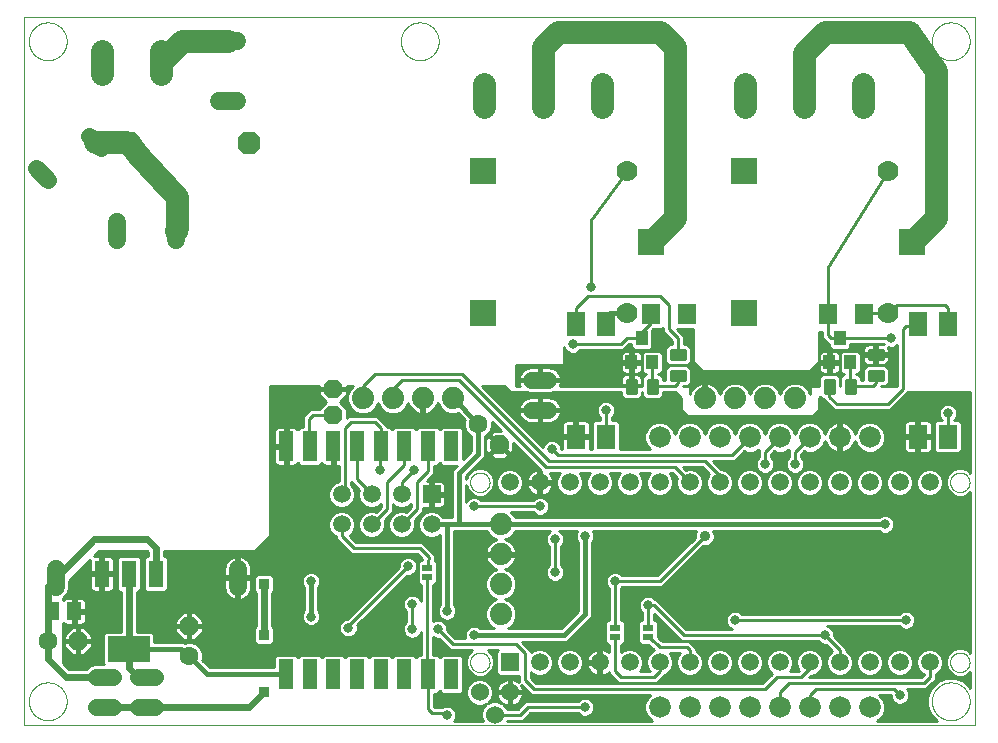
<source format=gbl>
G75*
%MOIN*%
%OFA0B0*%
%FSLAX25Y25*%
%IPPOS*%
%LPD*%
%AMOC8*
5,1,8,0,0,1.08239X$1,22.5*
%
%ADD10C,0.00000*%
%ADD11R,0.05937X0.05937*%
%ADD12C,0.05937*%
%ADD13C,0.01260*%
%ADD14C,0.06300*%
%ADD15R,0.05000X0.10000*%
%ADD16R,0.03500X0.02400*%
%ADD17OC8,0.06300*%
%ADD18R,0.08600X0.08600*%
%ADD19C,0.07000*%
%ADD20C,0.01000*%
%ADD21R,0.04000X0.04500*%
%ADD22C,0.07800*%
%ADD23R,0.06000X0.06600*%
%ADD24R,0.06299X0.07874*%
%ADD25C,0.07200*%
%ADD26C,0.05937*%
%ADD27C,0.05600*%
%ADD28C,0.06000*%
%ADD29R,0.05118X0.05906*%
%ADD30R,0.05000X0.09000*%
%ADD31R,0.14000X0.08500*%
%ADD32C,0.07400*%
%ADD33OC8,0.07600*%
%ADD34C,0.06000*%
%ADD35C,0.01600*%
%ADD36C,0.03169*%
%ADD37C,0.02400*%
%ADD38R,0.03562X0.03562*%
%ADD39C,0.07600*%
%ADD40C,0.03562*%
D10*
X0006435Y0031850D02*
X0323435Y0031850D01*
X0323435Y0267850D01*
X0006435Y0267850D01*
X0006435Y0031850D01*
X0008136Y0039850D02*
X0008138Y0040008D01*
X0008144Y0040166D01*
X0008154Y0040324D01*
X0008168Y0040482D01*
X0008186Y0040639D01*
X0008207Y0040796D01*
X0008233Y0040952D01*
X0008263Y0041108D01*
X0008296Y0041263D01*
X0008334Y0041416D01*
X0008375Y0041569D01*
X0008420Y0041721D01*
X0008469Y0041872D01*
X0008522Y0042021D01*
X0008578Y0042169D01*
X0008638Y0042315D01*
X0008702Y0042460D01*
X0008770Y0042603D01*
X0008841Y0042745D01*
X0008915Y0042885D01*
X0008993Y0043022D01*
X0009075Y0043158D01*
X0009159Y0043292D01*
X0009248Y0043423D01*
X0009339Y0043552D01*
X0009434Y0043679D01*
X0009531Y0043804D01*
X0009632Y0043926D01*
X0009736Y0044045D01*
X0009843Y0044162D01*
X0009953Y0044276D01*
X0010066Y0044387D01*
X0010181Y0044496D01*
X0010299Y0044601D01*
X0010420Y0044703D01*
X0010543Y0044803D01*
X0010669Y0044899D01*
X0010797Y0044992D01*
X0010927Y0045082D01*
X0011060Y0045168D01*
X0011195Y0045252D01*
X0011331Y0045331D01*
X0011470Y0045408D01*
X0011611Y0045480D01*
X0011753Y0045550D01*
X0011897Y0045615D01*
X0012043Y0045677D01*
X0012190Y0045735D01*
X0012339Y0045790D01*
X0012489Y0045841D01*
X0012640Y0045888D01*
X0012792Y0045931D01*
X0012945Y0045970D01*
X0013100Y0046006D01*
X0013255Y0046037D01*
X0013411Y0046065D01*
X0013567Y0046089D01*
X0013724Y0046109D01*
X0013882Y0046125D01*
X0014039Y0046137D01*
X0014198Y0046145D01*
X0014356Y0046149D01*
X0014514Y0046149D01*
X0014672Y0046145D01*
X0014831Y0046137D01*
X0014988Y0046125D01*
X0015146Y0046109D01*
X0015303Y0046089D01*
X0015459Y0046065D01*
X0015615Y0046037D01*
X0015770Y0046006D01*
X0015925Y0045970D01*
X0016078Y0045931D01*
X0016230Y0045888D01*
X0016381Y0045841D01*
X0016531Y0045790D01*
X0016680Y0045735D01*
X0016827Y0045677D01*
X0016973Y0045615D01*
X0017117Y0045550D01*
X0017259Y0045480D01*
X0017400Y0045408D01*
X0017539Y0045331D01*
X0017675Y0045252D01*
X0017810Y0045168D01*
X0017943Y0045082D01*
X0018073Y0044992D01*
X0018201Y0044899D01*
X0018327Y0044803D01*
X0018450Y0044703D01*
X0018571Y0044601D01*
X0018689Y0044496D01*
X0018804Y0044387D01*
X0018917Y0044276D01*
X0019027Y0044162D01*
X0019134Y0044045D01*
X0019238Y0043926D01*
X0019339Y0043804D01*
X0019436Y0043679D01*
X0019531Y0043552D01*
X0019622Y0043423D01*
X0019711Y0043292D01*
X0019795Y0043158D01*
X0019877Y0043022D01*
X0019955Y0042885D01*
X0020029Y0042745D01*
X0020100Y0042603D01*
X0020168Y0042460D01*
X0020232Y0042315D01*
X0020292Y0042169D01*
X0020348Y0042021D01*
X0020401Y0041872D01*
X0020450Y0041721D01*
X0020495Y0041569D01*
X0020536Y0041416D01*
X0020574Y0041263D01*
X0020607Y0041108D01*
X0020637Y0040952D01*
X0020663Y0040796D01*
X0020684Y0040639D01*
X0020702Y0040482D01*
X0020716Y0040324D01*
X0020726Y0040166D01*
X0020732Y0040008D01*
X0020734Y0039850D01*
X0020732Y0039692D01*
X0020726Y0039534D01*
X0020716Y0039376D01*
X0020702Y0039218D01*
X0020684Y0039061D01*
X0020663Y0038904D01*
X0020637Y0038748D01*
X0020607Y0038592D01*
X0020574Y0038437D01*
X0020536Y0038284D01*
X0020495Y0038131D01*
X0020450Y0037979D01*
X0020401Y0037828D01*
X0020348Y0037679D01*
X0020292Y0037531D01*
X0020232Y0037385D01*
X0020168Y0037240D01*
X0020100Y0037097D01*
X0020029Y0036955D01*
X0019955Y0036815D01*
X0019877Y0036678D01*
X0019795Y0036542D01*
X0019711Y0036408D01*
X0019622Y0036277D01*
X0019531Y0036148D01*
X0019436Y0036021D01*
X0019339Y0035896D01*
X0019238Y0035774D01*
X0019134Y0035655D01*
X0019027Y0035538D01*
X0018917Y0035424D01*
X0018804Y0035313D01*
X0018689Y0035204D01*
X0018571Y0035099D01*
X0018450Y0034997D01*
X0018327Y0034897D01*
X0018201Y0034801D01*
X0018073Y0034708D01*
X0017943Y0034618D01*
X0017810Y0034532D01*
X0017675Y0034448D01*
X0017539Y0034369D01*
X0017400Y0034292D01*
X0017259Y0034220D01*
X0017117Y0034150D01*
X0016973Y0034085D01*
X0016827Y0034023D01*
X0016680Y0033965D01*
X0016531Y0033910D01*
X0016381Y0033859D01*
X0016230Y0033812D01*
X0016078Y0033769D01*
X0015925Y0033730D01*
X0015770Y0033694D01*
X0015615Y0033663D01*
X0015459Y0033635D01*
X0015303Y0033611D01*
X0015146Y0033591D01*
X0014988Y0033575D01*
X0014831Y0033563D01*
X0014672Y0033555D01*
X0014514Y0033551D01*
X0014356Y0033551D01*
X0014198Y0033555D01*
X0014039Y0033563D01*
X0013882Y0033575D01*
X0013724Y0033591D01*
X0013567Y0033611D01*
X0013411Y0033635D01*
X0013255Y0033663D01*
X0013100Y0033694D01*
X0012945Y0033730D01*
X0012792Y0033769D01*
X0012640Y0033812D01*
X0012489Y0033859D01*
X0012339Y0033910D01*
X0012190Y0033965D01*
X0012043Y0034023D01*
X0011897Y0034085D01*
X0011753Y0034150D01*
X0011611Y0034220D01*
X0011470Y0034292D01*
X0011331Y0034369D01*
X0011195Y0034448D01*
X0011060Y0034532D01*
X0010927Y0034618D01*
X0010797Y0034708D01*
X0010669Y0034801D01*
X0010543Y0034897D01*
X0010420Y0034997D01*
X0010299Y0035099D01*
X0010181Y0035204D01*
X0010066Y0035313D01*
X0009953Y0035424D01*
X0009843Y0035538D01*
X0009736Y0035655D01*
X0009632Y0035774D01*
X0009531Y0035896D01*
X0009434Y0036021D01*
X0009339Y0036148D01*
X0009248Y0036277D01*
X0009159Y0036408D01*
X0009075Y0036542D01*
X0008993Y0036678D01*
X0008915Y0036815D01*
X0008841Y0036955D01*
X0008770Y0037097D01*
X0008702Y0037240D01*
X0008638Y0037385D01*
X0008578Y0037531D01*
X0008522Y0037679D01*
X0008469Y0037828D01*
X0008420Y0037979D01*
X0008375Y0038131D01*
X0008334Y0038284D01*
X0008296Y0038437D01*
X0008263Y0038592D01*
X0008233Y0038748D01*
X0008207Y0038904D01*
X0008186Y0039061D01*
X0008168Y0039218D01*
X0008154Y0039376D01*
X0008144Y0039534D01*
X0008138Y0039692D01*
X0008136Y0039850D01*
X0155185Y0052850D02*
X0155187Y0052963D01*
X0155193Y0053077D01*
X0155203Y0053190D01*
X0155217Y0053302D01*
X0155234Y0053414D01*
X0155256Y0053526D01*
X0155282Y0053636D01*
X0155311Y0053746D01*
X0155344Y0053854D01*
X0155381Y0053962D01*
X0155422Y0054067D01*
X0155466Y0054172D01*
X0155514Y0054275D01*
X0155565Y0054376D01*
X0155620Y0054475D01*
X0155679Y0054572D01*
X0155741Y0054667D01*
X0155806Y0054760D01*
X0155874Y0054851D01*
X0155945Y0054939D01*
X0156020Y0055025D01*
X0156097Y0055108D01*
X0156177Y0055188D01*
X0156260Y0055265D01*
X0156346Y0055340D01*
X0156434Y0055411D01*
X0156525Y0055479D01*
X0156618Y0055544D01*
X0156713Y0055606D01*
X0156810Y0055665D01*
X0156909Y0055720D01*
X0157010Y0055771D01*
X0157113Y0055819D01*
X0157218Y0055863D01*
X0157323Y0055904D01*
X0157431Y0055941D01*
X0157539Y0055974D01*
X0157649Y0056003D01*
X0157759Y0056029D01*
X0157871Y0056051D01*
X0157983Y0056068D01*
X0158095Y0056082D01*
X0158208Y0056092D01*
X0158322Y0056098D01*
X0158435Y0056100D01*
X0158548Y0056098D01*
X0158662Y0056092D01*
X0158775Y0056082D01*
X0158887Y0056068D01*
X0158999Y0056051D01*
X0159111Y0056029D01*
X0159221Y0056003D01*
X0159331Y0055974D01*
X0159439Y0055941D01*
X0159547Y0055904D01*
X0159652Y0055863D01*
X0159757Y0055819D01*
X0159860Y0055771D01*
X0159961Y0055720D01*
X0160060Y0055665D01*
X0160157Y0055606D01*
X0160252Y0055544D01*
X0160345Y0055479D01*
X0160436Y0055411D01*
X0160524Y0055340D01*
X0160610Y0055265D01*
X0160693Y0055188D01*
X0160773Y0055108D01*
X0160850Y0055025D01*
X0160925Y0054939D01*
X0160996Y0054851D01*
X0161064Y0054760D01*
X0161129Y0054667D01*
X0161191Y0054572D01*
X0161250Y0054475D01*
X0161305Y0054376D01*
X0161356Y0054275D01*
X0161404Y0054172D01*
X0161448Y0054067D01*
X0161489Y0053962D01*
X0161526Y0053854D01*
X0161559Y0053746D01*
X0161588Y0053636D01*
X0161614Y0053526D01*
X0161636Y0053414D01*
X0161653Y0053302D01*
X0161667Y0053190D01*
X0161677Y0053077D01*
X0161683Y0052963D01*
X0161685Y0052850D01*
X0161683Y0052737D01*
X0161677Y0052623D01*
X0161667Y0052510D01*
X0161653Y0052398D01*
X0161636Y0052286D01*
X0161614Y0052174D01*
X0161588Y0052064D01*
X0161559Y0051954D01*
X0161526Y0051846D01*
X0161489Y0051738D01*
X0161448Y0051633D01*
X0161404Y0051528D01*
X0161356Y0051425D01*
X0161305Y0051324D01*
X0161250Y0051225D01*
X0161191Y0051128D01*
X0161129Y0051033D01*
X0161064Y0050940D01*
X0160996Y0050849D01*
X0160925Y0050761D01*
X0160850Y0050675D01*
X0160773Y0050592D01*
X0160693Y0050512D01*
X0160610Y0050435D01*
X0160524Y0050360D01*
X0160436Y0050289D01*
X0160345Y0050221D01*
X0160252Y0050156D01*
X0160157Y0050094D01*
X0160060Y0050035D01*
X0159961Y0049980D01*
X0159860Y0049929D01*
X0159757Y0049881D01*
X0159652Y0049837D01*
X0159547Y0049796D01*
X0159439Y0049759D01*
X0159331Y0049726D01*
X0159221Y0049697D01*
X0159111Y0049671D01*
X0158999Y0049649D01*
X0158887Y0049632D01*
X0158775Y0049618D01*
X0158662Y0049608D01*
X0158548Y0049602D01*
X0158435Y0049600D01*
X0158322Y0049602D01*
X0158208Y0049608D01*
X0158095Y0049618D01*
X0157983Y0049632D01*
X0157871Y0049649D01*
X0157759Y0049671D01*
X0157649Y0049697D01*
X0157539Y0049726D01*
X0157431Y0049759D01*
X0157323Y0049796D01*
X0157218Y0049837D01*
X0157113Y0049881D01*
X0157010Y0049929D01*
X0156909Y0049980D01*
X0156810Y0050035D01*
X0156713Y0050094D01*
X0156618Y0050156D01*
X0156525Y0050221D01*
X0156434Y0050289D01*
X0156346Y0050360D01*
X0156260Y0050435D01*
X0156177Y0050512D01*
X0156097Y0050592D01*
X0156020Y0050675D01*
X0155945Y0050761D01*
X0155874Y0050849D01*
X0155806Y0050940D01*
X0155741Y0051033D01*
X0155679Y0051128D01*
X0155620Y0051225D01*
X0155565Y0051324D01*
X0155514Y0051425D01*
X0155466Y0051528D01*
X0155422Y0051633D01*
X0155381Y0051738D01*
X0155344Y0051846D01*
X0155311Y0051954D01*
X0155282Y0052064D01*
X0155256Y0052174D01*
X0155234Y0052286D01*
X0155217Y0052398D01*
X0155203Y0052510D01*
X0155193Y0052623D01*
X0155187Y0052737D01*
X0155185Y0052850D01*
X0155185Y0112850D02*
X0155187Y0112963D01*
X0155193Y0113077D01*
X0155203Y0113190D01*
X0155217Y0113302D01*
X0155234Y0113414D01*
X0155256Y0113526D01*
X0155282Y0113636D01*
X0155311Y0113746D01*
X0155344Y0113854D01*
X0155381Y0113962D01*
X0155422Y0114067D01*
X0155466Y0114172D01*
X0155514Y0114275D01*
X0155565Y0114376D01*
X0155620Y0114475D01*
X0155679Y0114572D01*
X0155741Y0114667D01*
X0155806Y0114760D01*
X0155874Y0114851D01*
X0155945Y0114939D01*
X0156020Y0115025D01*
X0156097Y0115108D01*
X0156177Y0115188D01*
X0156260Y0115265D01*
X0156346Y0115340D01*
X0156434Y0115411D01*
X0156525Y0115479D01*
X0156618Y0115544D01*
X0156713Y0115606D01*
X0156810Y0115665D01*
X0156909Y0115720D01*
X0157010Y0115771D01*
X0157113Y0115819D01*
X0157218Y0115863D01*
X0157323Y0115904D01*
X0157431Y0115941D01*
X0157539Y0115974D01*
X0157649Y0116003D01*
X0157759Y0116029D01*
X0157871Y0116051D01*
X0157983Y0116068D01*
X0158095Y0116082D01*
X0158208Y0116092D01*
X0158322Y0116098D01*
X0158435Y0116100D01*
X0158548Y0116098D01*
X0158662Y0116092D01*
X0158775Y0116082D01*
X0158887Y0116068D01*
X0158999Y0116051D01*
X0159111Y0116029D01*
X0159221Y0116003D01*
X0159331Y0115974D01*
X0159439Y0115941D01*
X0159547Y0115904D01*
X0159652Y0115863D01*
X0159757Y0115819D01*
X0159860Y0115771D01*
X0159961Y0115720D01*
X0160060Y0115665D01*
X0160157Y0115606D01*
X0160252Y0115544D01*
X0160345Y0115479D01*
X0160436Y0115411D01*
X0160524Y0115340D01*
X0160610Y0115265D01*
X0160693Y0115188D01*
X0160773Y0115108D01*
X0160850Y0115025D01*
X0160925Y0114939D01*
X0160996Y0114851D01*
X0161064Y0114760D01*
X0161129Y0114667D01*
X0161191Y0114572D01*
X0161250Y0114475D01*
X0161305Y0114376D01*
X0161356Y0114275D01*
X0161404Y0114172D01*
X0161448Y0114067D01*
X0161489Y0113962D01*
X0161526Y0113854D01*
X0161559Y0113746D01*
X0161588Y0113636D01*
X0161614Y0113526D01*
X0161636Y0113414D01*
X0161653Y0113302D01*
X0161667Y0113190D01*
X0161677Y0113077D01*
X0161683Y0112963D01*
X0161685Y0112850D01*
X0161683Y0112737D01*
X0161677Y0112623D01*
X0161667Y0112510D01*
X0161653Y0112398D01*
X0161636Y0112286D01*
X0161614Y0112174D01*
X0161588Y0112064D01*
X0161559Y0111954D01*
X0161526Y0111846D01*
X0161489Y0111738D01*
X0161448Y0111633D01*
X0161404Y0111528D01*
X0161356Y0111425D01*
X0161305Y0111324D01*
X0161250Y0111225D01*
X0161191Y0111128D01*
X0161129Y0111033D01*
X0161064Y0110940D01*
X0160996Y0110849D01*
X0160925Y0110761D01*
X0160850Y0110675D01*
X0160773Y0110592D01*
X0160693Y0110512D01*
X0160610Y0110435D01*
X0160524Y0110360D01*
X0160436Y0110289D01*
X0160345Y0110221D01*
X0160252Y0110156D01*
X0160157Y0110094D01*
X0160060Y0110035D01*
X0159961Y0109980D01*
X0159860Y0109929D01*
X0159757Y0109881D01*
X0159652Y0109837D01*
X0159547Y0109796D01*
X0159439Y0109759D01*
X0159331Y0109726D01*
X0159221Y0109697D01*
X0159111Y0109671D01*
X0158999Y0109649D01*
X0158887Y0109632D01*
X0158775Y0109618D01*
X0158662Y0109608D01*
X0158548Y0109602D01*
X0158435Y0109600D01*
X0158322Y0109602D01*
X0158208Y0109608D01*
X0158095Y0109618D01*
X0157983Y0109632D01*
X0157871Y0109649D01*
X0157759Y0109671D01*
X0157649Y0109697D01*
X0157539Y0109726D01*
X0157431Y0109759D01*
X0157323Y0109796D01*
X0157218Y0109837D01*
X0157113Y0109881D01*
X0157010Y0109929D01*
X0156909Y0109980D01*
X0156810Y0110035D01*
X0156713Y0110094D01*
X0156618Y0110156D01*
X0156525Y0110221D01*
X0156434Y0110289D01*
X0156346Y0110360D01*
X0156260Y0110435D01*
X0156177Y0110512D01*
X0156097Y0110592D01*
X0156020Y0110675D01*
X0155945Y0110761D01*
X0155874Y0110849D01*
X0155806Y0110940D01*
X0155741Y0111033D01*
X0155679Y0111128D01*
X0155620Y0111225D01*
X0155565Y0111324D01*
X0155514Y0111425D01*
X0155466Y0111528D01*
X0155422Y0111633D01*
X0155381Y0111738D01*
X0155344Y0111846D01*
X0155311Y0111954D01*
X0155282Y0112064D01*
X0155256Y0112174D01*
X0155234Y0112286D01*
X0155217Y0112398D01*
X0155203Y0112510D01*
X0155193Y0112623D01*
X0155187Y0112737D01*
X0155185Y0112850D01*
X0309136Y0039850D02*
X0309138Y0040008D01*
X0309144Y0040166D01*
X0309154Y0040324D01*
X0309168Y0040482D01*
X0309186Y0040639D01*
X0309207Y0040796D01*
X0309233Y0040952D01*
X0309263Y0041108D01*
X0309296Y0041263D01*
X0309334Y0041416D01*
X0309375Y0041569D01*
X0309420Y0041721D01*
X0309469Y0041872D01*
X0309522Y0042021D01*
X0309578Y0042169D01*
X0309638Y0042315D01*
X0309702Y0042460D01*
X0309770Y0042603D01*
X0309841Y0042745D01*
X0309915Y0042885D01*
X0309993Y0043022D01*
X0310075Y0043158D01*
X0310159Y0043292D01*
X0310248Y0043423D01*
X0310339Y0043552D01*
X0310434Y0043679D01*
X0310531Y0043804D01*
X0310632Y0043926D01*
X0310736Y0044045D01*
X0310843Y0044162D01*
X0310953Y0044276D01*
X0311066Y0044387D01*
X0311181Y0044496D01*
X0311299Y0044601D01*
X0311420Y0044703D01*
X0311543Y0044803D01*
X0311669Y0044899D01*
X0311797Y0044992D01*
X0311927Y0045082D01*
X0312060Y0045168D01*
X0312195Y0045252D01*
X0312331Y0045331D01*
X0312470Y0045408D01*
X0312611Y0045480D01*
X0312753Y0045550D01*
X0312897Y0045615D01*
X0313043Y0045677D01*
X0313190Y0045735D01*
X0313339Y0045790D01*
X0313489Y0045841D01*
X0313640Y0045888D01*
X0313792Y0045931D01*
X0313945Y0045970D01*
X0314100Y0046006D01*
X0314255Y0046037D01*
X0314411Y0046065D01*
X0314567Y0046089D01*
X0314724Y0046109D01*
X0314882Y0046125D01*
X0315039Y0046137D01*
X0315198Y0046145D01*
X0315356Y0046149D01*
X0315514Y0046149D01*
X0315672Y0046145D01*
X0315831Y0046137D01*
X0315988Y0046125D01*
X0316146Y0046109D01*
X0316303Y0046089D01*
X0316459Y0046065D01*
X0316615Y0046037D01*
X0316770Y0046006D01*
X0316925Y0045970D01*
X0317078Y0045931D01*
X0317230Y0045888D01*
X0317381Y0045841D01*
X0317531Y0045790D01*
X0317680Y0045735D01*
X0317827Y0045677D01*
X0317973Y0045615D01*
X0318117Y0045550D01*
X0318259Y0045480D01*
X0318400Y0045408D01*
X0318539Y0045331D01*
X0318675Y0045252D01*
X0318810Y0045168D01*
X0318943Y0045082D01*
X0319073Y0044992D01*
X0319201Y0044899D01*
X0319327Y0044803D01*
X0319450Y0044703D01*
X0319571Y0044601D01*
X0319689Y0044496D01*
X0319804Y0044387D01*
X0319917Y0044276D01*
X0320027Y0044162D01*
X0320134Y0044045D01*
X0320238Y0043926D01*
X0320339Y0043804D01*
X0320436Y0043679D01*
X0320531Y0043552D01*
X0320622Y0043423D01*
X0320711Y0043292D01*
X0320795Y0043158D01*
X0320877Y0043022D01*
X0320955Y0042885D01*
X0321029Y0042745D01*
X0321100Y0042603D01*
X0321168Y0042460D01*
X0321232Y0042315D01*
X0321292Y0042169D01*
X0321348Y0042021D01*
X0321401Y0041872D01*
X0321450Y0041721D01*
X0321495Y0041569D01*
X0321536Y0041416D01*
X0321574Y0041263D01*
X0321607Y0041108D01*
X0321637Y0040952D01*
X0321663Y0040796D01*
X0321684Y0040639D01*
X0321702Y0040482D01*
X0321716Y0040324D01*
X0321726Y0040166D01*
X0321732Y0040008D01*
X0321734Y0039850D01*
X0321732Y0039692D01*
X0321726Y0039534D01*
X0321716Y0039376D01*
X0321702Y0039218D01*
X0321684Y0039061D01*
X0321663Y0038904D01*
X0321637Y0038748D01*
X0321607Y0038592D01*
X0321574Y0038437D01*
X0321536Y0038284D01*
X0321495Y0038131D01*
X0321450Y0037979D01*
X0321401Y0037828D01*
X0321348Y0037679D01*
X0321292Y0037531D01*
X0321232Y0037385D01*
X0321168Y0037240D01*
X0321100Y0037097D01*
X0321029Y0036955D01*
X0320955Y0036815D01*
X0320877Y0036678D01*
X0320795Y0036542D01*
X0320711Y0036408D01*
X0320622Y0036277D01*
X0320531Y0036148D01*
X0320436Y0036021D01*
X0320339Y0035896D01*
X0320238Y0035774D01*
X0320134Y0035655D01*
X0320027Y0035538D01*
X0319917Y0035424D01*
X0319804Y0035313D01*
X0319689Y0035204D01*
X0319571Y0035099D01*
X0319450Y0034997D01*
X0319327Y0034897D01*
X0319201Y0034801D01*
X0319073Y0034708D01*
X0318943Y0034618D01*
X0318810Y0034532D01*
X0318675Y0034448D01*
X0318539Y0034369D01*
X0318400Y0034292D01*
X0318259Y0034220D01*
X0318117Y0034150D01*
X0317973Y0034085D01*
X0317827Y0034023D01*
X0317680Y0033965D01*
X0317531Y0033910D01*
X0317381Y0033859D01*
X0317230Y0033812D01*
X0317078Y0033769D01*
X0316925Y0033730D01*
X0316770Y0033694D01*
X0316615Y0033663D01*
X0316459Y0033635D01*
X0316303Y0033611D01*
X0316146Y0033591D01*
X0315988Y0033575D01*
X0315831Y0033563D01*
X0315672Y0033555D01*
X0315514Y0033551D01*
X0315356Y0033551D01*
X0315198Y0033555D01*
X0315039Y0033563D01*
X0314882Y0033575D01*
X0314724Y0033591D01*
X0314567Y0033611D01*
X0314411Y0033635D01*
X0314255Y0033663D01*
X0314100Y0033694D01*
X0313945Y0033730D01*
X0313792Y0033769D01*
X0313640Y0033812D01*
X0313489Y0033859D01*
X0313339Y0033910D01*
X0313190Y0033965D01*
X0313043Y0034023D01*
X0312897Y0034085D01*
X0312753Y0034150D01*
X0312611Y0034220D01*
X0312470Y0034292D01*
X0312331Y0034369D01*
X0312195Y0034448D01*
X0312060Y0034532D01*
X0311927Y0034618D01*
X0311797Y0034708D01*
X0311669Y0034801D01*
X0311543Y0034897D01*
X0311420Y0034997D01*
X0311299Y0035099D01*
X0311181Y0035204D01*
X0311066Y0035313D01*
X0310953Y0035424D01*
X0310843Y0035538D01*
X0310736Y0035655D01*
X0310632Y0035774D01*
X0310531Y0035896D01*
X0310434Y0036021D01*
X0310339Y0036148D01*
X0310248Y0036277D01*
X0310159Y0036408D01*
X0310075Y0036542D01*
X0309993Y0036678D01*
X0309915Y0036815D01*
X0309841Y0036955D01*
X0309770Y0037097D01*
X0309702Y0037240D01*
X0309638Y0037385D01*
X0309578Y0037531D01*
X0309522Y0037679D01*
X0309469Y0037828D01*
X0309420Y0037979D01*
X0309375Y0038131D01*
X0309334Y0038284D01*
X0309296Y0038437D01*
X0309263Y0038592D01*
X0309233Y0038748D01*
X0309207Y0038904D01*
X0309186Y0039061D01*
X0309168Y0039218D01*
X0309154Y0039376D01*
X0309144Y0039534D01*
X0309138Y0039692D01*
X0309136Y0039850D01*
X0315185Y0052850D02*
X0315187Y0052963D01*
X0315193Y0053077D01*
X0315203Y0053190D01*
X0315217Y0053302D01*
X0315234Y0053414D01*
X0315256Y0053526D01*
X0315282Y0053636D01*
X0315311Y0053746D01*
X0315344Y0053854D01*
X0315381Y0053962D01*
X0315422Y0054067D01*
X0315466Y0054172D01*
X0315514Y0054275D01*
X0315565Y0054376D01*
X0315620Y0054475D01*
X0315679Y0054572D01*
X0315741Y0054667D01*
X0315806Y0054760D01*
X0315874Y0054851D01*
X0315945Y0054939D01*
X0316020Y0055025D01*
X0316097Y0055108D01*
X0316177Y0055188D01*
X0316260Y0055265D01*
X0316346Y0055340D01*
X0316434Y0055411D01*
X0316525Y0055479D01*
X0316618Y0055544D01*
X0316713Y0055606D01*
X0316810Y0055665D01*
X0316909Y0055720D01*
X0317010Y0055771D01*
X0317113Y0055819D01*
X0317218Y0055863D01*
X0317323Y0055904D01*
X0317431Y0055941D01*
X0317539Y0055974D01*
X0317649Y0056003D01*
X0317759Y0056029D01*
X0317871Y0056051D01*
X0317983Y0056068D01*
X0318095Y0056082D01*
X0318208Y0056092D01*
X0318322Y0056098D01*
X0318435Y0056100D01*
X0318548Y0056098D01*
X0318662Y0056092D01*
X0318775Y0056082D01*
X0318887Y0056068D01*
X0318999Y0056051D01*
X0319111Y0056029D01*
X0319221Y0056003D01*
X0319331Y0055974D01*
X0319439Y0055941D01*
X0319547Y0055904D01*
X0319652Y0055863D01*
X0319757Y0055819D01*
X0319860Y0055771D01*
X0319961Y0055720D01*
X0320060Y0055665D01*
X0320157Y0055606D01*
X0320252Y0055544D01*
X0320345Y0055479D01*
X0320436Y0055411D01*
X0320524Y0055340D01*
X0320610Y0055265D01*
X0320693Y0055188D01*
X0320773Y0055108D01*
X0320850Y0055025D01*
X0320925Y0054939D01*
X0320996Y0054851D01*
X0321064Y0054760D01*
X0321129Y0054667D01*
X0321191Y0054572D01*
X0321250Y0054475D01*
X0321305Y0054376D01*
X0321356Y0054275D01*
X0321404Y0054172D01*
X0321448Y0054067D01*
X0321489Y0053962D01*
X0321526Y0053854D01*
X0321559Y0053746D01*
X0321588Y0053636D01*
X0321614Y0053526D01*
X0321636Y0053414D01*
X0321653Y0053302D01*
X0321667Y0053190D01*
X0321677Y0053077D01*
X0321683Y0052963D01*
X0321685Y0052850D01*
X0321683Y0052737D01*
X0321677Y0052623D01*
X0321667Y0052510D01*
X0321653Y0052398D01*
X0321636Y0052286D01*
X0321614Y0052174D01*
X0321588Y0052064D01*
X0321559Y0051954D01*
X0321526Y0051846D01*
X0321489Y0051738D01*
X0321448Y0051633D01*
X0321404Y0051528D01*
X0321356Y0051425D01*
X0321305Y0051324D01*
X0321250Y0051225D01*
X0321191Y0051128D01*
X0321129Y0051033D01*
X0321064Y0050940D01*
X0320996Y0050849D01*
X0320925Y0050761D01*
X0320850Y0050675D01*
X0320773Y0050592D01*
X0320693Y0050512D01*
X0320610Y0050435D01*
X0320524Y0050360D01*
X0320436Y0050289D01*
X0320345Y0050221D01*
X0320252Y0050156D01*
X0320157Y0050094D01*
X0320060Y0050035D01*
X0319961Y0049980D01*
X0319860Y0049929D01*
X0319757Y0049881D01*
X0319652Y0049837D01*
X0319547Y0049796D01*
X0319439Y0049759D01*
X0319331Y0049726D01*
X0319221Y0049697D01*
X0319111Y0049671D01*
X0318999Y0049649D01*
X0318887Y0049632D01*
X0318775Y0049618D01*
X0318662Y0049608D01*
X0318548Y0049602D01*
X0318435Y0049600D01*
X0318322Y0049602D01*
X0318208Y0049608D01*
X0318095Y0049618D01*
X0317983Y0049632D01*
X0317871Y0049649D01*
X0317759Y0049671D01*
X0317649Y0049697D01*
X0317539Y0049726D01*
X0317431Y0049759D01*
X0317323Y0049796D01*
X0317218Y0049837D01*
X0317113Y0049881D01*
X0317010Y0049929D01*
X0316909Y0049980D01*
X0316810Y0050035D01*
X0316713Y0050094D01*
X0316618Y0050156D01*
X0316525Y0050221D01*
X0316434Y0050289D01*
X0316346Y0050360D01*
X0316260Y0050435D01*
X0316177Y0050512D01*
X0316097Y0050592D01*
X0316020Y0050675D01*
X0315945Y0050761D01*
X0315874Y0050849D01*
X0315806Y0050940D01*
X0315741Y0051033D01*
X0315679Y0051128D01*
X0315620Y0051225D01*
X0315565Y0051324D01*
X0315514Y0051425D01*
X0315466Y0051528D01*
X0315422Y0051633D01*
X0315381Y0051738D01*
X0315344Y0051846D01*
X0315311Y0051954D01*
X0315282Y0052064D01*
X0315256Y0052174D01*
X0315234Y0052286D01*
X0315217Y0052398D01*
X0315203Y0052510D01*
X0315193Y0052623D01*
X0315187Y0052737D01*
X0315185Y0052850D01*
X0315185Y0112850D02*
X0315187Y0112963D01*
X0315193Y0113077D01*
X0315203Y0113190D01*
X0315217Y0113302D01*
X0315234Y0113414D01*
X0315256Y0113526D01*
X0315282Y0113636D01*
X0315311Y0113746D01*
X0315344Y0113854D01*
X0315381Y0113962D01*
X0315422Y0114067D01*
X0315466Y0114172D01*
X0315514Y0114275D01*
X0315565Y0114376D01*
X0315620Y0114475D01*
X0315679Y0114572D01*
X0315741Y0114667D01*
X0315806Y0114760D01*
X0315874Y0114851D01*
X0315945Y0114939D01*
X0316020Y0115025D01*
X0316097Y0115108D01*
X0316177Y0115188D01*
X0316260Y0115265D01*
X0316346Y0115340D01*
X0316434Y0115411D01*
X0316525Y0115479D01*
X0316618Y0115544D01*
X0316713Y0115606D01*
X0316810Y0115665D01*
X0316909Y0115720D01*
X0317010Y0115771D01*
X0317113Y0115819D01*
X0317218Y0115863D01*
X0317323Y0115904D01*
X0317431Y0115941D01*
X0317539Y0115974D01*
X0317649Y0116003D01*
X0317759Y0116029D01*
X0317871Y0116051D01*
X0317983Y0116068D01*
X0318095Y0116082D01*
X0318208Y0116092D01*
X0318322Y0116098D01*
X0318435Y0116100D01*
X0318548Y0116098D01*
X0318662Y0116092D01*
X0318775Y0116082D01*
X0318887Y0116068D01*
X0318999Y0116051D01*
X0319111Y0116029D01*
X0319221Y0116003D01*
X0319331Y0115974D01*
X0319439Y0115941D01*
X0319547Y0115904D01*
X0319652Y0115863D01*
X0319757Y0115819D01*
X0319860Y0115771D01*
X0319961Y0115720D01*
X0320060Y0115665D01*
X0320157Y0115606D01*
X0320252Y0115544D01*
X0320345Y0115479D01*
X0320436Y0115411D01*
X0320524Y0115340D01*
X0320610Y0115265D01*
X0320693Y0115188D01*
X0320773Y0115108D01*
X0320850Y0115025D01*
X0320925Y0114939D01*
X0320996Y0114851D01*
X0321064Y0114760D01*
X0321129Y0114667D01*
X0321191Y0114572D01*
X0321250Y0114475D01*
X0321305Y0114376D01*
X0321356Y0114275D01*
X0321404Y0114172D01*
X0321448Y0114067D01*
X0321489Y0113962D01*
X0321526Y0113854D01*
X0321559Y0113746D01*
X0321588Y0113636D01*
X0321614Y0113526D01*
X0321636Y0113414D01*
X0321653Y0113302D01*
X0321667Y0113190D01*
X0321677Y0113077D01*
X0321683Y0112963D01*
X0321685Y0112850D01*
X0321683Y0112737D01*
X0321677Y0112623D01*
X0321667Y0112510D01*
X0321653Y0112398D01*
X0321636Y0112286D01*
X0321614Y0112174D01*
X0321588Y0112064D01*
X0321559Y0111954D01*
X0321526Y0111846D01*
X0321489Y0111738D01*
X0321448Y0111633D01*
X0321404Y0111528D01*
X0321356Y0111425D01*
X0321305Y0111324D01*
X0321250Y0111225D01*
X0321191Y0111128D01*
X0321129Y0111033D01*
X0321064Y0110940D01*
X0320996Y0110849D01*
X0320925Y0110761D01*
X0320850Y0110675D01*
X0320773Y0110592D01*
X0320693Y0110512D01*
X0320610Y0110435D01*
X0320524Y0110360D01*
X0320436Y0110289D01*
X0320345Y0110221D01*
X0320252Y0110156D01*
X0320157Y0110094D01*
X0320060Y0110035D01*
X0319961Y0109980D01*
X0319860Y0109929D01*
X0319757Y0109881D01*
X0319652Y0109837D01*
X0319547Y0109796D01*
X0319439Y0109759D01*
X0319331Y0109726D01*
X0319221Y0109697D01*
X0319111Y0109671D01*
X0318999Y0109649D01*
X0318887Y0109632D01*
X0318775Y0109618D01*
X0318662Y0109608D01*
X0318548Y0109602D01*
X0318435Y0109600D01*
X0318322Y0109602D01*
X0318208Y0109608D01*
X0318095Y0109618D01*
X0317983Y0109632D01*
X0317871Y0109649D01*
X0317759Y0109671D01*
X0317649Y0109697D01*
X0317539Y0109726D01*
X0317431Y0109759D01*
X0317323Y0109796D01*
X0317218Y0109837D01*
X0317113Y0109881D01*
X0317010Y0109929D01*
X0316909Y0109980D01*
X0316810Y0110035D01*
X0316713Y0110094D01*
X0316618Y0110156D01*
X0316525Y0110221D01*
X0316434Y0110289D01*
X0316346Y0110360D01*
X0316260Y0110435D01*
X0316177Y0110512D01*
X0316097Y0110592D01*
X0316020Y0110675D01*
X0315945Y0110761D01*
X0315874Y0110849D01*
X0315806Y0110940D01*
X0315741Y0111033D01*
X0315679Y0111128D01*
X0315620Y0111225D01*
X0315565Y0111324D01*
X0315514Y0111425D01*
X0315466Y0111528D01*
X0315422Y0111633D01*
X0315381Y0111738D01*
X0315344Y0111846D01*
X0315311Y0111954D01*
X0315282Y0112064D01*
X0315256Y0112174D01*
X0315234Y0112286D01*
X0315217Y0112398D01*
X0315203Y0112510D01*
X0315193Y0112623D01*
X0315187Y0112737D01*
X0315185Y0112850D01*
X0309136Y0259850D02*
X0309138Y0260008D01*
X0309144Y0260166D01*
X0309154Y0260324D01*
X0309168Y0260482D01*
X0309186Y0260639D01*
X0309207Y0260796D01*
X0309233Y0260952D01*
X0309263Y0261108D01*
X0309296Y0261263D01*
X0309334Y0261416D01*
X0309375Y0261569D01*
X0309420Y0261721D01*
X0309469Y0261872D01*
X0309522Y0262021D01*
X0309578Y0262169D01*
X0309638Y0262315D01*
X0309702Y0262460D01*
X0309770Y0262603D01*
X0309841Y0262745D01*
X0309915Y0262885D01*
X0309993Y0263022D01*
X0310075Y0263158D01*
X0310159Y0263292D01*
X0310248Y0263423D01*
X0310339Y0263552D01*
X0310434Y0263679D01*
X0310531Y0263804D01*
X0310632Y0263926D01*
X0310736Y0264045D01*
X0310843Y0264162D01*
X0310953Y0264276D01*
X0311066Y0264387D01*
X0311181Y0264496D01*
X0311299Y0264601D01*
X0311420Y0264703D01*
X0311543Y0264803D01*
X0311669Y0264899D01*
X0311797Y0264992D01*
X0311927Y0265082D01*
X0312060Y0265168D01*
X0312195Y0265252D01*
X0312331Y0265331D01*
X0312470Y0265408D01*
X0312611Y0265480D01*
X0312753Y0265550D01*
X0312897Y0265615D01*
X0313043Y0265677D01*
X0313190Y0265735D01*
X0313339Y0265790D01*
X0313489Y0265841D01*
X0313640Y0265888D01*
X0313792Y0265931D01*
X0313945Y0265970D01*
X0314100Y0266006D01*
X0314255Y0266037D01*
X0314411Y0266065D01*
X0314567Y0266089D01*
X0314724Y0266109D01*
X0314882Y0266125D01*
X0315039Y0266137D01*
X0315198Y0266145D01*
X0315356Y0266149D01*
X0315514Y0266149D01*
X0315672Y0266145D01*
X0315831Y0266137D01*
X0315988Y0266125D01*
X0316146Y0266109D01*
X0316303Y0266089D01*
X0316459Y0266065D01*
X0316615Y0266037D01*
X0316770Y0266006D01*
X0316925Y0265970D01*
X0317078Y0265931D01*
X0317230Y0265888D01*
X0317381Y0265841D01*
X0317531Y0265790D01*
X0317680Y0265735D01*
X0317827Y0265677D01*
X0317973Y0265615D01*
X0318117Y0265550D01*
X0318259Y0265480D01*
X0318400Y0265408D01*
X0318539Y0265331D01*
X0318675Y0265252D01*
X0318810Y0265168D01*
X0318943Y0265082D01*
X0319073Y0264992D01*
X0319201Y0264899D01*
X0319327Y0264803D01*
X0319450Y0264703D01*
X0319571Y0264601D01*
X0319689Y0264496D01*
X0319804Y0264387D01*
X0319917Y0264276D01*
X0320027Y0264162D01*
X0320134Y0264045D01*
X0320238Y0263926D01*
X0320339Y0263804D01*
X0320436Y0263679D01*
X0320531Y0263552D01*
X0320622Y0263423D01*
X0320711Y0263292D01*
X0320795Y0263158D01*
X0320877Y0263022D01*
X0320955Y0262885D01*
X0321029Y0262745D01*
X0321100Y0262603D01*
X0321168Y0262460D01*
X0321232Y0262315D01*
X0321292Y0262169D01*
X0321348Y0262021D01*
X0321401Y0261872D01*
X0321450Y0261721D01*
X0321495Y0261569D01*
X0321536Y0261416D01*
X0321574Y0261263D01*
X0321607Y0261108D01*
X0321637Y0260952D01*
X0321663Y0260796D01*
X0321684Y0260639D01*
X0321702Y0260482D01*
X0321716Y0260324D01*
X0321726Y0260166D01*
X0321732Y0260008D01*
X0321734Y0259850D01*
X0321732Y0259692D01*
X0321726Y0259534D01*
X0321716Y0259376D01*
X0321702Y0259218D01*
X0321684Y0259061D01*
X0321663Y0258904D01*
X0321637Y0258748D01*
X0321607Y0258592D01*
X0321574Y0258437D01*
X0321536Y0258284D01*
X0321495Y0258131D01*
X0321450Y0257979D01*
X0321401Y0257828D01*
X0321348Y0257679D01*
X0321292Y0257531D01*
X0321232Y0257385D01*
X0321168Y0257240D01*
X0321100Y0257097D01*
X0321029Y0256955D01*
X0320955Y0256815D01*
X0320877Y0256678D01*
X0320795Y0256542D01*
X0320711Y0256408D01*
X0320622Y0256277D01*
X0320531Y0256148D01*
X0320436Y0256021D01*
X0320339Y0255896D01*
X0320238Y0255774D01*
X0320134Y0255655D01*
X0320027Y0255538D01*
X0319917Y0255424D01*
X0319804Y0255313D01*
X0319689Y0255204D01*
X0319571Y0255099D01*
X0319450Y0254997D01*
X0319327Y0254897D01*
X0319201Y0254801D01*
X0319073Y0254708D01*
X0318943Y0254618D01*
X0318810Y0254532D01*
X0318675Y0254448D01*
X0318539Y0254369D01*
X0318400Y0254292D01*
X0318259Y0254220D01*
X0318117Y0254150D01*
X0317973Y0254085D01*
X0317827Y0254023D01*
X0317680Y0253965D01*
X0317531Y0253910D01*
X0317381Y0253859D01*
X0317230Y0253812D01*
X0317078Y0253769D01*
X0316925Y0253730D01*
X0316770Y0253694D01*
X0316615Y0253663D01*
X0316459Y0253635D01*
X0316303Y0253611D01*
X0316146Y0253591D01*
X0315988Y0253575D01*
X0315831Y0253563D01*
X0315672Y0253555D01*
X0315514Y0253551D01*
X0315356Y0253551D01*
X0315198Y0253555D01*
X0315039Y0253563D01*
X0314882Y0253575D01*
X0314724Y0253591D01*
X0314567Y0253611D01*
X0314411Y0253635D01*
X0314255Y0253663D01*
X0314100Y0253694D01*
X0313945Y0253730D01*
X0313792Y0253769D01*
X0313640Y0253812D01*
X0313489Y0253859D01*
X0313339Y0253910D01*
X0313190Y0253965D01*
X0313043Y0254023D01*
X0312897Y0254085D01*
X0312753Y0254150D01*
X0312611Y0254220D01*
X0312470Y0254292D01*
X0312331Y0254369D01*
X0312195Y0254448D01*
X0312060Y0254532D01*
X0311927Y0254618D01*
X0311797Y0254708D01*
X0311669Y0254801D01*
X0311543Y0254897D01*
X0311420Y0254997D01*
X0311299Y0255099D01*
X0311181Y0255204D01*
X0311066Y0255313D01*
X0310953Y0255424D01*
X0310843Y0255538D01*
X0310736Y0255655D01*
X0310632Y0255774D01*
X0310531Y0255896D01*
X0310434Y0256021D01*
X0310339Y0256148D01*
X0310248Y0256277D01*
X0310159Y0256408D01*
X0310075Y0256542D01*
X0309993Y0256678D01*
X0309915Y0256815D01*
X0309841Y0256955D01*
X0309770Y0257097D01*
X0309702Y0257240D01*
X0309638Y0257385D01*
X0309578Y0257531D01*
X0309522Y0257679D01*
X0309469Y0257828D01*
X0309420Y0257979D01*
X0309375Y0258131D01*
X0309334Y0258284D01*
X0309296Y0258437D01*
X0309263Y0258592D01*
X0309233Y0258748D01*
X0309207Y0258904D01*
X0309186Y0259061D01*
X0309168Y0259218D01*
X0309154Y0259376D01*
X0309144Y0259534D01*
X0309138Y0259692D01*
X0309136Y0259850D01*
X0132136Y0259850D02*
X0132138Y0260008D01*
X0132144Y0260166D01*
X0132154Y0260324D01*
X0132168Y0260482D01*
X0132186Y0260639D01*
X0132207Y0260796D01*
X0132233Y0260952D01*
X0132263Y0261108D01*
X0132296Y0261263D01*
X0132334Y0261416D01*
X0132375Y0261569D01*
X0132420Y0261721D01*
X0132469Y0261872D01*
X0132522Y0262021D01*
X0132578Y0262169D01*
X0132638Y0262315D01*
X0132702Y0262460D01*
X0132770Y0262603D01*
X0132841Y0262745D01*
X0132915Y0262885D01*
X0132993Y0263022D01*
X0133075Y0263158D01*
X0133159Y0263292D01*
X0133248Y0263423D01*
X0133339Y0263552D01*
X0133434Y0263679D01*
X0133531Y0263804D01*
X0133632Y0263926D01*
X0133736Y0264045D01*
X0133843Y0264162D01*
X0133953Y0264276D01*
X0134066Y0264387D01*
X0134181Y0264496D01*
X0134299Y0264601D01*
X0134420Y0264703D01*
X0134543Y0264803D01*
X0134669Y0264899D01*
X0134797Y0264992D01*
X0134927Y0265082D01*
X0135060Y0265168D01*
X0135195Y0265252D01*
X0135331Y0265331D01*
X0135470Y0265408D01*
X0135611Y0265480D01*
X0135753Y0265550D01*
X0135897Y0265615D01*
X0136043Y0265677D01*
X0136190Y0265735D01*
X0136339Y0265790D01*
X0136489Y0265841D01*
X0136640Y0265888D01*
X0136792Y0265931D01*
X0136945Y0265970D01*
X0137100Y0266006D01*
X0137255Y0266037D01*
X0137411Y0266065D01*
X0137567Y0266089D01*
X0137724Y0266109D01*
X0137882Y0266125D01*
X0138039Y0266137D01*
X0138198Y0266145D01*
X0138356Y0266149D01*
X0138514Y0266149D01*
X0138672Y0266145D01*
X0138831Y0266137D01*
X0138988Y0266125D01*
X0139146Y0266109D01*
X0139303Y0266089D01*
X0139459Y0266065D01*
X0139615Y0266037D01*
X0139770Y0266006D01*
X0139925Y0265970D01*
X0140078Y0265931D01*
X0140230Y0265888D01*
X0140381Y0265841D01*
X0140531Y0265790D01*
X0140680Y0265735D01*
X0140827Y0265677D01*
X0140973Y0265615D01*
X0141117Y0265550D01*
X0141259Y0265480D01*
X0141400Y0265408D01*
X0141539Y0265331D01*
X0141675Y0265252D01*
X0141810Y0265168D01*
X0141943Y0265082D01*
X0142073Y0264992D01*
X0142201Y0264899D01*
X0142327Y0264803D01*
X0142450Y0264703D01*
X0142571Y0264601D01*
X0142689Y0264496D01*
X0142804Y0264387D01*
X0142917Y0264276D01*
X0143027Y0264162D01*
X0143134Y0264045D01*
X0143238Y0263926D01*
X0143339Y0263804D01*
X0143436Y0263679D01*
X0143531Y0263552D01*
X0143622Y0263423D01*
X0143711Y0263292D01*
X0143795Y0263158D01*
X0143877Y0263022D01*
X0143955Y0262885D01*
X0144029Y0262745D01*
X0144100Y0262603D01*
X0144168Y0262460D01*
X0144232Y0262315D01*
X0144292Y0262169D01*
X0144348Y0262021D01*
X0144401Y0261872D01*
X0144450Y0261721D01*
X0144495Y0261569D01*
X0144536Y0261416D01*
X0144574Y0261263D01*
X0144607Y0261108D01*
X0144637Y0260952D01*
X0144663Y0260796D01*
X0144684Y0260639D01*
X0144702Y0260482D01*
X0144716Y0260324D01*
X0144726Y0260166D01*
X0144732Y0260008D01*
X0144734Y0259850D01*
X0144732Y0259692D01*
X0144726Y0259534D01*
X0144716Y0259376D01*
X0144702Y0259218D01*
X0144684Y0259061D01*
X0144663Y0258904D01*
X0144637Y0258748D01*
X0144607Y0258592D01*
X0144574Y0258437D01*
X0144536Y0258284D01*
X0144495Y0258131D01*
X0144450Y0257979D01*
X0144401Y0257828D01*
X0144348Y0257679D01*
X0144292Y0257531D01*
X0144232Y0257385D01*
X0144168Y0257240D01*
X0144100Y0257097D01*
X0144029Y0256955D01*
X0143955Y0256815D01*
X0143877Y0256678D01*
X0143795Y0256542D01*
X0143711Y0256408D01*
X0143622Y0256277D01*
X0143531Y0256148D01*
X0143436Y0256021D01*
X0143339Y0255896D01*
X0143238Y0255774D01*
X0143134Y0255655D01*
X0143027Y0255538D01*
X0142917Y0255424D01*
X0142804Y0255313D01*
X0142689Y0255204D01*
X0142571Y0255099D01*
X0142450Y0254997D01*
X0142327Y0254897D01*
X0142201Y0254801D01*
X0142073Y0254708D01*
X0141943Y0254618D01*
X0141810Y0254532D01*
X0141675Y0254448D01*
X0141539Y0254369D01*
X0141400Y0254292D01*
X0141259Y0254220D01*
X0141117Y0254150D01*
X0140973Y0254085D01*
X0140827Y0254023D01*
X0140680Y0253965D01*
X0140531Y0253910D01*
X0140381Y0253859D01*
X0140230Y0253812D01*
X0140078Y0253769D01*
X0139925Y0253730D01*
X0139770Y0253694D01*
X0139615Y0253663D01*
X0139459Y0253635D01*
X0139303Y0253611D01*
X0139146Y0253591D01*
X0138988Y0253575D01*
X0138831Y0253563D01*
X0138672Y0253555D01*
X0138514Y0253551D01*
X0138356Y0253551D01*
X0138198Y0253555D01*
X0138039Y0253563D01*
X0137882Y0253575D01*
X0137724Y0253591D01*
X0137567Y0253611D01*
X0137411Y0253635D01*
X0137255Y0253663D01*
X0137100Y0253694D01*
X0136945Y0253730D01*
X0136792Y0253769D01*
X0136640Y0253812D01*
X0136489Y0253859D01*
X0136339Y0253910D01*
X0136190Y0253965D01*
X0136043Y0254023D01*
X0135897Y0254085D01*
X0135753Y0254150D01*
X0135611Y0254220D01*
X0135470Y0254292D01*
X0135331Y0254369D01*
X0135195Y0254448D01*
X0135060Y0254532D01*
X0134927Y0254618D01*
X0134797Y0254708D01*
X0134669Y0254801D01*
X0134543Y0254897D01*
X0134420Y0254997D01*
X0134299Y0255099D01*
X0134181Y0255204D01*
X0134066Y0255313D01*
X0133953Y0255424D01*
X0133843Y0255538D01*
X0133736Y0255655D01*
X0133632Y0255774D01*
X0133531Y0255896D01*
X0133434Y0256021D01*
X0133339Y0256148D01*
X0133248Y0256277D01*
X0133159Y0256408D01*
X0133075Y0256542D01*
X0132993Y0256678D01*
X0132915Y0256815D01*
X0132841Y0256955D01*
X0132770Y0257097D01*
X0132702Y0257240D01*
X0132638Y0257385D01*
X0132578Y0257531D01*
X0132522Y0257679D01*
X0132469Y0257828D01*
X0132420Y0257979D01*
X0132375Y0258131D01*
X0132334Y0258284D01*
X0132296Y0258437D01*
X0132263Y0258592D01*
X0132233Y0258748D01*
X0132207Y0258904D01*
X0132186Y0259061D01*
X0132168Y0259218D01*
X0132154Y0259376D01*
X0132144Y0259534D01*
X0132138Y0259692D01*
X0132136Y0259850D01*
X0008136Y0259850D02*
X0008138Y0260008D01*
X0008144Y0260166D01*
X0008154Y0260324D01*
X0008168Y0260482D01*
X0008186Y0260639D01*
X0008207Y0260796D01*
X0008233Y0260952D01*
X0008263Y0261108D01*
X0008296Y0261263D01*
X0008334Y0261416D01*
X0008375Y0261569D01*
X0008420Y0261721D01*
X0008469Y0261872D01*
X0008522Y0262021D01*
X0008578Y0262169D01*
X0008638Y0262315D01*
X0008702Y0262460D01*
X0008770Y0262603D01*
X0008841Y0262745D01*
X0008915Y0262885D01*
X0008993Y0263022D01*
X0009075Y0263158D01*
X0009159Y0263292D01*
X0009248Y0263423D01*
X0009339Y0263552D01*
X0009434Y0263679D01*
X0009531Y0263804D01*
X0009632Y0263926D01*
X0009736Y0264045D01*
X0009843Y0264162D01*
X0009953Y0264276D01*
X0010066Y0264387D01*
X0010181Y0264496D01*
X0010299Y0264601D01*
X0010420Y0264703D01*
X0010543Y0264803D01*
X0010669Y0264899D01*
X0010797Y0264992D01*
X0010927Y0265082D01*
X0011060Y0265168D01*
X0011195Y0265252D01*
X0011331Y0265331D01*
X0011470Y0265408D01*
X0011611Y0265480D01*
X0011753Y0265550D01*
X0011897Y0265615D01*
X0012043Y0265677D01*
X0012190Y0265735D01*
X0012339Y0265790D01*
X0012489Y0265841D01*
X0012640Y0265888D01*
X0012792Y0265931D01*
X0012945Y0265970D01*
X0013100Y0266006D01*
X0013255Y0266037D01*
X0013411Y0266065D01*
X0013567Y0266089D01*
X0013724Y0266109D01*
X0013882Y0266125D01*
X0014039Y0266137D01*
X0014198Y0266145D01*
X0014356Y0266149D01*
X0014514Y0266149D01*
X0014672Y0266145D01*
X0014831Y0266137D01*
X0014988Y0266125D01*
X0015146Y0266109D01*
X0015303Y0266089D01*
X0015459Y0266065D01*
X0015615Y0266037D01*
X0015770Y0266006D01*
X0015925Y0265970D01*
X0016078Y0265931D01*
X0016230Y0265888D01*
X0016381Y0265841D01*
X0016531Y0265790D01*
X0016680Y0265735D01*
X0016827Y0265677D01*
X0016973Y0265615D01*
X0017117Y0265550D01*
X0017259Y0265480D01*
X0017400Y0265408D01*
X0017539Y0265331D01*
X0017675Y0265252D01*
X0017810Y0265168D01*
X0017943Y0265082D01*
X0018073Y0264992D01*
X0018201Y0264899D01*
X0018327Y0264803D01*
X0018450Y0264703D01*
X0018571Y0264601D01*
X0018689Y0264496D01*
X0018804Y0264387D01*
X0018917Y0264276D01*
X0019027Y0264162D01*
X0019134Y0264045D01*
X0019238Y0263926D01*
X0019339Y0263804D01*
X0019436Y0263679D01*
X0019531Y0263552D01*
X0019622Y0263423D01*
X0019711Y0263292D01*
X0019795Y0263158D01*
X0019877Y0263022D01*
X0019955Y0262885D01*
X0020029Y0262745D01*
X0020100Y0262603D01*
X0020168Y0262460D01*
X0020232Y0262315D01*
X0020292Y0262169D01*
X0020348Y0262021D01*
X0020401Y0261872D01*
X0020450Y0261721D01*
X0020495Y0261569D01*
X0020536Y0261416D01*
X0020574Y0261263D01*
X0020607Y0261108D01*
X0020637Y0260952D01*
X0020663Y0260796D01*
X0020684Y0260639D01*
X0020702Y0260482D01*
X0020716Y0260324D01*
X0020726Y0260166D01*
X0020732Y0260008D01*
X0020734Y0259850D01*
X0020732Y0259692D01*
X0020726Y0259534D01*
X0020716Y0259376D01*
X0020702Y0259218D01*
X0020684Y0259061D01*
X0020663Y0258904D01*
X0020637Y0258748D01*
X0020607Y0258592D01*
X0020574Y0258437D01*
X0020536Y0258284D01*
X0020495Y0258131D01*
X0020450Y0257979D01*
X0020401Y0257828D01*
X0020348Y0257679D01*
X0020292Y0257531D01*
X0020232Y0257385D01*
X0020168Y0257240D01*
X0020100Y0257097D01*
X0020029Y0256955D01*
X0019955Y0256815D01*
X0019877Y0256678D01*
X0019795Y0256542D01*
X0019711Y0256408D01*
X0019622Y0256277D01*
X0019531Y0256148D01*
X0019436Y0256021D01*
X0019339Y0255896D01*
X0019238Y0255774D01*
X0019134Y0255655D01*
X0019027Y0255538D01*
X0018917Y0255424D01*
X0018804Y0255313D01*
X0018689Y0255204D01*
X0018571Y0255099D01*
X0018450Y0254997D01*
X0018327Y0254897D01*
X0018201Y0254801D01*
X0018073Y0254708D01*
X0017943Y0254618D01*
X0017810Y0254532D01*
X0017675Y0254448D01*
X0017539Y0254369D01*
X0017400Y0254292D01*
X0017259Y0254220D01*
X0017117Y0254150D01*
X0016973Y0254085D01*
X0016827Y0254023D01*
X0016680Y0253965D01*
X0016531Y0253910D01*
X0016381Y0253859D01*
X0016230Y0253812D01*
X0016078Y0253769D01*
X0015925Y0253730D01*
X0015770Y0253694D01*
X0015615Y0253663D01*
X0015459Y0253635D01*
X0015303Y0253611D01*
X0015146Y0253591D01*
X0014988Y0253575D01*
X0014831Y0253563D01*
X0014672Y0253555D01*
X0014514Y0253551D01*
X0014356Y0253551D01*
X0014198Y0253555D01*
X0014039Y0253563D01*
X0013882Y0253575D01*
X0013724Y0253591D01*
X0013567Y0253611D01*
X0013411Y0253635D01*
X0013255Y0253663D01*
X0013100Y0253694D01*
X0012945Y0253730D01*
X0012792Y0253769D01*
X0012640Y0253812D01*
X0012489Y0253859D01*
X0012339Y0253910D01*
X0012190Y0253965D01*
X0012043Y0254023D01*
X0011897Y0254085D01*
X0011753Y0254150D01*
X0011611Y0254220D01*
X0011470Y0254292D01*
X0011331Y0254369D01*
X0011195Y0254448D01*
X0011060Y0254532D01*
X0010927Y0254618D01*
X0010797Y0254708D01*
X0010669Y0254801D01*
X0010543Y0254897D01*
X0010420Y0254997D01*
X0010299Y0255099D01*
X0010181Y0255204D01*
X0010066Y0255313D01*
X0009953Y0255424D01*
X0009843Y0255538D01*
X0009736Y0255655D01*
X0009632Y0255774D01*
X0009531Y0255896D01*
X0009434Y0256021D01*
X0009339Y0256148D01*
X0009248Y0256277D01*
X0009159Y0256408D01*
X0009075Y0256542D01*
X0008993Y0256678D01*
X0008915Y0256815D01*
X0008841Y0256955D01*
X0008770Y0257097D01*
X0008702Y0257240D01*
X0008638Y0257385D01*
X0008578Y0257531D01*
X0008522Y0257679D01*
X0008469Y0257828D01*
X0008420Y0257979D01*
X0008375Y0258131D01*
X0008334Y0258284D01*
X0008296Y0258437D01*
X0008263Y0258592D01*
X0008233Y0258748D01*
X0008207Y0258904D01*
X0008186Y0259061D01*
X0008168Y0259218D01*
X0008154Y0259376D01*
X0008144Y0259534D01*
X0008138Y0259692D01*
X0008136Y0259850D01*
D11*
X0142435Y0108850D03*
X0168435Y0052850D03*
D12*
X0178435Y0052850D03*
X0188435Y0052850D03*
X0198435Y0052850D03*
X0208435Y0052850D03*
X0218435Y0052850D03*
X0228435Y0052850D03*
X0238435Y0052850D03*
X0248435Y0052850D03*
X0258435Y0052850D03*
X0268435Y0052850D03*
X0278435Y0052850D03*
X0288435Y0052850D03*
X0298435Y0052850D03*
X0308435Y0052850D03*
X0308435Y0112850D03*
X0298435Y0112850D03*
X0288435Y0112850D03*
X0278435Y0112850D03*
X0268435Y0112850D03*
X0258435Y0112850D03*
X0248435Y0112850D03*
X0238435Y0112850D03*
X0228435Y0112850D03*
X0218435Y0112850D03*
X0208435Y0112850D03*
X0198435Y0112850D03*
X0188435Y0112850D03*
X0178435Y0112850D03*
X0168435Y0112850D03*
X0142435Y0098850D03*
X0132435Y0098850D03*
X0122435Y0098850D03*
X0112435Y0098850D03*
X0112435Y0108850D03*
X0122435Y0108850D03*
X0132435Y0108850D03*
D13*
X0165385Y0123425D02*
X0166015Y0122795D01*
X0163927Y0122795D01*
X0162452Y0124270D01*
X0162452Y0126358D01*
X0163927Y0127833D01*
X0166015Y0127833D01*
X0167490Y0126358D01*
X0167490Y0124270D01*
X0166015Y0122795D01*
X0165623Y0123740D01*
X0164319Y0123740D01*
X0163397Y0124662D01*
X0163397Y0125966D01*
X0164319Y0126888D01*
X0165623Y0126888D01*
X0166545Y0125966D01*
X0166545Y0124662D01*
X0165623Y0123740D01*
X0165232Y0124685D01*
X0164710Y0124685D01*
X0164342Y0125053D01*
X0164342Y0125575D01*
X0164710Y0125943D01*
X0165232Y0125943D01*
X0165600Y0125575D01*
X0165600Y0125053D01*
X0165232Y0124685D01*
D14*
X0157900Y0132386D03*
X0061435Y0054850D03*
X0014435Y0059850D03*
D15*
X0093876Y0048850D03*
X0101750Y0048850D03*
X0109624Y0048850D03*
X0117498Y0048850D03*
X0125372Y0048850D03*
X0133246Y0048850D03*
X0141120Y0048850D03*
X0148994Y0048850D03*
X0148994Y0124850D03*
X0141120Y0124850D03*
X0133246Y0124850D03*
X0125372Y0124850D03*
X0117498Y0124850D03*
X0109624Y0124850D03*
X0101750Y0124850D03*
X0093876Y0124850D03*
D16*
X0140935Y0084350D03*
X0140935Y0081350D03*
X0203435Y0064350D03*
X0203435Y0061350D03*
X0214435Y0061350D03*
X0214435Y0064350D03*
D17*
X0109435Y0135350D03*
X0109435Y0143850D03*
X0061435Y0064850D03*
X0024435Y0059850D03*
D18*
X0159483Y0169228D03*
X0215388Y0192850D03*
X0246483Y0169228D03*
X0302388Y0192850D03*
X0246483Y0216472D03*
X0159483Y0216472D03*
D19*
X0207514Y0216472D03*
X0207514Y0169228D03*
X0294514Y0169228D03*
X0294514Y0216472D03*
D20*
X0274514Y0184472D01*
X0274514Y0173929D01*
X0274435Y0173850D01*
X0274435Y0168850D01*
X0274435Y0161850D01*
X0275435Y0160850D01*
X0278435Y0160850D01*
X0295435Y0160850D01*
X0294354Y0157959D02*
X0294822Y0157766D01*
X0296049Y0157766D01*
X0297182Y0158235D01*
X0297435Y0158488D01*
X0297435Y0144850D01*
X0292264Y0144850D01*
X0293514Y0144850D01*
X0294685Y0146022D01*
X0294685Y0150678D01*
X0293514Y0151850D01*
X0287357Y0151850D01*
X0286185Y0150678D01*
X0286185Y0146850D01*
X0285435Y0146850D01*
X0285435Y0147928D01*
X0284264Y0149100D01*
X0283935Y0149100D01*
X0284557Y0149100D01*
X0285435Y0149979D01*
X0285435Y0155721D01*
X0284557Y0156600D01*
X0279314Y0156600D01*
X0278435Y0155721D01*
X0278435Y0149979D01*
X0279314Y0149100D01*
X0279935Y0149100D01*
X0279607Y0149100D01*
X0278435Y0147928D01*
X0277264Y0149100D01*
X0272607Y0149100D01*
X0271435Y0147928D01*
X0271435Y0144850D01*
X0268435Y0144850D01*
X0268435Y0142367D01*
X0267844Y0143796D01*
X0266381Y0145258D01*
X0264470Y0146050D01*
X0262401Y0146050D01*
X0260490Y0145258D01*
X0259027Y0143796D01*
X0258435Y0142367D01*
X0257844Y0143796D01*
X0256381Y0145258D01*
X0254470Y0146050D01*
X0252401Y0146050D01*
X0250490Y0145258D01*
X0249027Y0143796D01*
X0248435Y0142367D01*
X0247844Y0143796D01*
X0246381Y0145258D01*
X0244470Y0146050D01*
X0242401Y0146050D01*
X0240490Y0145258D01*
X0239027Y0143796D01*
X0238421Y0142333D01*
X0238254Y0142846D01*
X0237883Y0143575D01*
X0237402Y0144238D01*
X0236823Y0144816D01*
X0236161Y0145297D01*
X0235431Y0145669D01*
X0234653Y0145922D01*
X0233935Y0146036D01*
X0233935Y0141350D01*
X0232935Y0141350D01*
X0232935Y0146036D01*
X0232218Y0145922D01*
X0231439Y0145669D01*
X0230710Y0145297D01*
X0230048Y0144816D01*
X0229469Y0144238D01*
X0228988Y0143575D01*
X0228616Y0142846D01*
X0228435Y0142289D01*
X0228435Y0144850D01*
X0226264Y0144850D01*
X0227514Y0144850D01*
X0228685Y0146022D01*
X0228685Y0150678D01*
X0227514Y0151850D01*
X0228685Y0153022D01*
X0228685Y0157678D01*
X0227514Y0158850D01*
X0226435Y0158850D01*
X0226435Y0161678D01*
X0224064Y0164050D01*
X0229435Y0164050D01*
X0229435Y0152850D01*
X0232435Y0149850D01*
X0268435Y0149850D01*
X0271435Y0152850D01*
X0271435Y0153350D01*
X0274435Y0153350D01*
X0274435Y0152350D01*
X0271435Y0152350D01*
X0271435Y0150403D01*
X0271538Y0150021D01*
X0271735Y0149679D01*
X0272014Y0149400D01*
X0272356Y0149202D01*
X0272738Y0149100D01*
X0274435Y0149100D01*
X0274435Y0152350D01*
X0275435Y0152350D01*
X0275435Y0149100D01*
X0277133Y0149100D01*
X0277514Y0149202D01*
X0277856Y0149400D01*
X0278136Y0149679D01*
X0278333Y0150021D01*
X0278435Y0150403D01*
X0278435Y0152350D01*
X0275435Y0152350D01*
X0275435Y0153350D01*
X0274435Y0153350D01*
X0274435Y0156600D01*
X0272738Y0156600D01*
X0272356Y0156498D01*
X0272014Y0156300D01*
X0271735Y0156021D01*
X0271538Y0155679D01*
X0271435Y0155297D01*
X0271435Y0153557D01*
X0271435Y0162850D01*
X0272435Y0162850D01*
X0272435Y0161022D01*
X0273435Y0160022D01*
X0274607Y0158850D01*
X0274935Y0158850D01*
X0274935Y0157979D01*
X0275814Y0157100D01*
X0281057Y0157100D01*
X0281935Y0157979D01*
X0281935Y0158850D01*
X0293074Y0158850D01*
X0293119Y0158804D01*
X0292949Y0158850D01*
X0290935Y0158850D01*
X0290935Y0155850D01*
X0289935Y0155850D01*
X0289935Y0154850D01*
X0286185Y0154850D01*
X0286185Y0153587D01*
X0286322Y0153078D01*
X0286585Y0152622D01*
X0286957Y0152250D01*
X0287413Y0151986D01*
X0287922Y0151850D01*
X0289935Y0151850D01*
X0289935Y0154850D01*
X0290935Y0154850D01*
X0290935Y0151850D01*
X0292949Y0151850D01*
X0293457Y0151986D01*
X0293913Y0152250D01*
X0294286Y0152622D01*
X0294549Y0153078D01*
X0294685Y0153587D01*
X0294685Y0154850D01*
X0290935Y0154850D01*
X0290935Y0155850D01*
X0294685Y0155850D01*
X0294685Y0157113D01*
X0294549Y0157622D01*
X0294354Y0157959D01*
X0294526Y0157662D02*
X0297435Y0157662D01*
X0297435Y0156664D02*
X0294685Y0156664D01*
X0294685Y0154667D02*
X0297435Y0154667D01*
X0297435Y0155665D02*
X0290935Y0155665D01*
X0288185Y0156850D02*
X0288185Y0153850D01*
X0288185Y0156850D02*
X0292685Y0156850D01*
X0292685Y0153850D01*
X0288185Y0153850D01*
X0288185Y0154849D02*
X0292685Y0154849D01*
X0292685Y0155848D02*
X0288185Y0155848D01*
X0288185Y0156847D02*
X0292685Y0156847D01*
X0290935Y0156664D02*
X0289935Y0156664D01*
X0289935Y0155850D02*
X0289935Y0158850D01*
X0287922Y0158850D01*
X0287413Y0158714D01*
X0286957Y0158450D01*
X0286585Y0158078D01*
X0286322Y0157622D01*
X0286185Y0157113D01*
X0286185Y0155850D01*
X0289935Y0155850D01*
X0289935Y0155665D02*
X0285435Y0155665D01*
X0285435Y0154667D02*
X0286185Y0154667D01*
X0286185Y0153668D02*
X0285435Y0153668D01*
X0285435Y0152670D02*
X0286557Y0152670D01*
X0287178Y0151671D02*
X0285435Y0151671D01*
X0285435Y0150673D02*
X0286185Y0150673D01*
X0286185Y0149674D02*
X0285131Y0149674D01*
X0284688Y0148676D02*
X0286185Y0148676D01*
X0286185Y0147677D02*
X0285435Y0147677D01*
X0283935Y0149100D02*
X0283935Y0149100D01*
X0281935Y0152850D02*
X0281935Y0144850D01*
X0283435Y0142600D02*
X0280435Y0142600D01*
X0280435Y0147100D01*
X0283435Y0147100D01*
X0283435Y0142600D01*
X0283435Y0143599D02*
X0280435Y0143599D01*
X0280435Y0144598D02*
X0283435Y0144598D01*
X0283435Y0145597D02*
X0280435Y0145597D01*
X0280435Y0146596D02*
X0283435Y0146596D01*
X0281935Y0144850D02*
X0289435Y0144850D01*
X0290435Y0145850D01*
X0290435Y0148350D01*
X0288185Y0146850D02*
X0288185Y0149850D01*
X0292685Y0149850D01*
X0292685Y0146850D01*
X0288185Y0146850D01*
X0288185Y0147849D02*
X0292685Y0147849D01*
X0292685Y0148848D02*
X0288185Y0148848D01*
X0288185Y0149847D02*
X0292685Y0149847D01*
X0294685Y0149674D02*
X0297435Y0149674D01*
X0297435Y0148676D02*
X0294685Y0148676D01*
X0294685Y0147677D02*
X0297435Y0147677D01*
X0297435Y0146679D02*
X0294685Y0146679D01*
X0294344Y0145680D02*
X0297435Y0145680D01*
X0299435Y0143850D02*
X0299435Y0163850D01*
X0300435Y0164850D01*
X0303656Y0164850D01*
X0304435Y0165630D01*
X0297435Y0171850D02*
X0313435Y0171850D01*
X0314435Y0170850D01*
X0314435Y0165630D01*
X0297435Y0171850D02*
X0294813Y0169228D01*
X0294514Y0169228D01*
X0288813Y0169228D01*
X0286435Y0168850D01*
X0287322Y0158661D02*
X0281935Y0158661D01*
X0281619Y0157662D02*
X0286345Y0157662D01*
X0286185Y0156664D02*
X0271435Y0156664D01*
X0271435Y0157662D02*
X0275252Y0157662D01*
X0274935Y0158661D02*
X0271435Y0158661D01*
X0271435Y0159659D02*
X0273798Y0159659D01*
X0272799Y0160658D02*
X0271435Y0160658D01*
X0271435Y0161656D02*
X0272435Y0161656D01*
X0272435Y0162655D02*
X0271435Y0162655D01*
X0275435Y0156600D02*
X0275435Y0153350D01*
X0278435Y0153350D01*
X0278435Y0155297D01*
X0278333Y0155679D01*
X0278136Y0156021D01*
X0277856Y0156300D01*
X0277514Y0156498D01*
X0277133Y0156600D01*
X0275435Y0156600D01*
X0275435Y0155665D02*
X0274435Y0155665D01*
X0274435Y0154667D02*
X0275435Y0154667D01*
X0275435Y0153668D02*
X0274435Y0153668D01*
X0274435Y0152670D02*
X0271255Y0152670D01*
X0271435Y0151671D02*
X0270257Y0151671D01*
X0269258Y0150673D02*
X0271435Y0150673D01*
X0271740Y0149674D02*
X0228685Y0149674D01*
X0228685Y0148676D02*
X0272183Y0148676D01*
X0271435Y0147677D02*
X0228685Y0147677D01*
X0228685Y0146679D02*
X0271435Y0146679D01*
X0271435Y0145680D02*
X0265362Y0145680D01*
X0266958Y0144682D02*
X0268435Y0144682D01*
X0268435Y0143683D02*
X0267890Y0143683D01*
X0268304Y0142685D02*
X0268435Y0142685D01*
X0271435Y0140850D02*
X0271896Y0141311D01*
X0272607Y0140600D01*
X0272935Y0140600D01*
X0272935Y0140522D01*
X0276607Y0136850D01*
X0295264Y0136850D01*
X0300264Y0141850D01*
X0301264Y0142850D01*
X0321935Y0142850D01*
X0321935Y0116067D01*
X0321126Y0116877D01*
X0319380Y0117600D01*
X0317491Y0117600D01*
X0315745Y0116877D01*
X0314409Y0115541D01*
X0313685Y0113795D01*
X0313685Y0111905D01*
X0314409Y0110159D01*
X0315745Y0108823D01*
X0317491Y0108100D01*
X0319380Y0108100D01*
X0321126Y0108823D01*
X0321935Y0109633D01*
X0321935Y0056067D01*
X0321126Y0056877D01*
X0319380Y0057600D01*
X0317491Y0057600D01*
X0315745Y0056877D01*
X0314409Y0055541D01*
X0313685Y0053795D01*
X0313685Y0051905D01*
X0314409Y0050159D01*
X0315745Y0048823D01*
X0317491Y0048100D01*
X0319380Y0048100D01*
X0321126Y0048823D01*
X0321935Y0049633D01*
X0321935Y0044380D01*
X0319853Y0046462D01*
X0316987Y0047649D01*
X0313884Y0047649D01*
X0311017Y0046462D01*
X0308824Y0044268D01*
X0307636Y0041401D01*
X0307636Y0038299D01*
X0308824Y0035432D01*
X0310906Y0033350D01*
X0290898Y0033350D01*
X0291324Y0033526D01*
X0292759Y0034961D01*
X0293535Y0036836D01*
X0293535Y0038864D01*
X0292759Y0040739D01*
X0291648Y0041850D01*
X0295351Y0041850D01*
X0295351Y0041236D01*
X0295821Y0040103D01*
X0296688Y0039235D01*
X0297822Y0038766D01*
X0299049Y0038766D01*
X0300182Y0039235D01*
X0301050Y0040103D01*
X0301520Y0041236D01*
X0301520Y0042463D01*
X0301050Y0043597D01*
X0300797Y0043850D01*
X0307264Y0043850D01*
X0309264Y0045850D01*
X0310435Y0047022D01*
X0310435Y0048842D01*
X0310967Y0049062D01*
X0312224Y0050319D01*
X0312904Y0051961D01*
X0312904Y0053739D01*
X0312224Y0055381D01*
X0310967Y0056638D01*
X0309324Y0057318D01*
X0307547Y0057318D01*
X0305904Y0056638D01*
X0304647Y0055381D01*
X0303967Y0053739D01*
X0303967Y0051961D01*
X0304647Y0050319D01*
X0305904Y0049062D01*
X0306435Y0048842D01*
X0306435Y0048678D01*
X0305607Y0047850D01*
X0268264Y0047850D01*
X0268795Y0048381D01*
X0269324Y0048381D01*
X0270967Y0049062D01*
X0272224Y0050319D01*
X0272904Y0051961D01*
X0272904Y0053739D01*
X0272224Y0055381D01*
X0270967Y0056638D01*
X0269324Y0057318D01*
X0267547Y0057318D01*
X0265904Y0056638D01*
X0264647Y0055381D01*
X0263967Y0053739D01*
X0263967Y0051961D01*
X0264647Y0050319D01*
X0264861Y0050105D01*
X0264607Y0049850D01*
X0261755Y0049850D01*
X0262224Y0050319D01*
X0262904Y0051961D01*
X0262904Y0053739D01*
X0262224Y0055381D01*
X0260967Y0056638D01*
X0259324Y0057318D01*
X0257547Y0057318D01*
X0255904Y0056638D01*
X0254647Y0055381D01*
X0253967Y0053739D01*
X0253967Y0051961D01*
X0254647Y0050319D01*
X0255861Y0049105D01*
X0252607Y0045850D01*
X0177264Y0045850D01*
X0175435Y0047678D01*
X0175435Y0049531D01*
X0175904Y0049062D01*
X0177547Y0048381D01*
X0179324Y0048381D01*
X0180967Y0049062D01*
X0182224Y0050319D01*
X0182904Y0051961D01*
X0182904Y0053739D01*
X0182224Y0055381D01*
X0180967Y0056638D01*
X0179324Y0057318D01*
X0177547Y0057318D01*
X0175904Y0056638D01*
X0175435Y0056169D01*
X0175435Y0056678D01*
X0172564Y0059550D01*
X0187388Y0059550D01*
X0188735Y0060897D01*
X0195735Y0067897D01*
X0195735Y0092788D01*
X0196050Y0093103D01*
X0196520Y0094236D01*
X0196520Y0095463D01*
X0196070Y0096550D01*
X0230588Y0096550D01*
X0230154Y0095503D01*
X0230154Y0094397D01*
X0217607Y0081850D01*
X0205797Y0081850D01*
X0205182Y0082465D01*
X0204049Y0082934D01*
X0202822Y0082934D01*
X0201688Y0082465D01*
X0200821Y0081597D01*
X0200351Y0080463D01*
X0200351Y0079236D01*
X0200821Y0078103D01*
X0201435Y0077488D01*
X0201435Y0067050D01*
X0201064Y0067050D01*
X0200185Y0066171D01*
X0200185Y0059529D01*
X0201064Y0058650D01*
X0201435Y0058650D01*
X0201435Y0056169D01*
X0201346Y0056258D01*
X0200777Y0056672D01*
X0200151Y0056991D01*
X0199482Y0057208D01*
X0198920Y0057297D01*
X0198920Y0053334D01*
X0197951Y0053334D01*
X0197951Y0052366D01*
X0193988Y0052366D01*
X0194077Y0051804D01*
X0194294Y0051135D01*
X0194614Y0050508D01*
X0195027Y0049939D01*
X0195524Y0049442D01*
X0196093Y0049028D01*
X0196720Y0048709D01*
X0197389Y0048492D01*
X0197951Y0048402D01*
X0197951Y0052366D01*
X0198920Y0052366D01*
X0198920Y0048402D01*
X0199482Y0048492D01*
X0200151Y0048709D01*
X0200777Y0049028D01*
X0201346Y0049442D01*
X0201435Y0049531D01*
X0201435Y0049022D01*
X0202607Y0047850D01*
X0204607Y0045850D01*
X0217264Y0045850D01*
X0218435Y0047022D01*
X0220128Y0048715D01*
X0220967Y0049062D01*
X0222224Y0050319D01*
X0222904Y0051961D01*
X0222904Y0053739D01*
X0222224Y0055381D01*
X0221755Y0055850D01*
X0225116Y0055850D01*
X0224647Y0055381D01*
X0223967Y0053739D01*
X0223967Y0051961D01*
X0224647Y0050319D01*
X0225904Y0049062D01*
X0227547Y0048381D01*
X0229324Y0048381D01*
X0230967Y0049062D01*
X0232224Y0050319D01*
X0232904Y0051961D01*
X0232904Y0053739D01*
X0232224Y0055381D01*
X0230967Y0056638D01*
X0230435Y0056858D01*
X0230435Y0057678D01*
X0229264Y0058850D01*
X0228264Y0059850D01*
X0219353Y0059850D01*
X0219352Y0059856D01*
X0218785Y0060328D01*
X0218264Y0060850D01*
X0218159Y0060850D01*
X0217685Y0061245D01*
X0217685Y0066171D01*
X0216807Y0067050D01*
X0216435Y0067050D01*
X0216435Y0069022D01*
X0224435Y0061022D01*
X0225607Y0059850D01*
X0271074Y0059850D01*
X0271688Y0059235D01*
X0272822Y0058766D01*
X0273691Y0058766D01*
X0275861Y0056595D01*
X0274647Y0055381D01*
X0273967Y0053739D01*
X0273967Y0051961D01*
X0274647Y0050319D01*
X0275904Y0049062D01*
X0277547Y0048381D01*
X0279324Y0048381D01*
X0280967Y0049062D01*
X0282224Y0050319D01*
X0282904Y0051961D01*
X0282904Y0053739D01*
X0282224Y0055381D01*
X0280967Y0056638D01*
X0280435Y0056858D01*
X0280435Y0057678D01*
X0276520Y0061594D01*
X0276520Y0062463D01*
X0276050Y0063597D01*
X0275182Y0064465D01*
X0274252Y0064850D01*
X0298074Y0064850D01*
X0298688Y0064235D01*
X0299822Y0063766D01*
X0301049Y0063766D01*
X0302182Y0064235D01*
X0303050Y0065103D01*
X0303520Y0066236D01*
X0303520Y0067463D01*
X0303050Y0068597D01*
X0302182Y0069465D01*
X0301049Y0069934D01*
X0299822Y0069934D01*
X0298688Y0069465D01*
X0298074Y0068850D01*
X0245797Y0068850D01*
X0245182Y0069465D01*
X0244049Y0069934D01*
X0242822Y0069934D01*
X0241688Y0069465D01*
X0240821Y0068597D01*
X0240351Y0067463D01*
X0240351Y0066236D01*
X0240821Y0065103D01*
X0241688Y0064235D01*
X0242619Y0063850D01*
X0227264Y0063850D01*
X0217264Y0073850D01*
X0216797Y0073850D01*
X0216182Y0074465D01*
X0215049Y0074934D01*
X0213822Y0074934D01*
X0212688Y0074465D01*
X0211821Y0073597D01*
X0211351Y0072463D01*
X0211351Y0071236D01*
X0211821Y0070103D01*
X0212435Y0069488D01*
X0212435Y0067050D01*
X0212064Y0067050D01*
X0211185Y0066171D01*
X0211185Y0059529D01*
X0212064Y0058650D01*
X0214551Y0058650D01*
X0216085Y0057372D01*
X0216435Y0057022D01*
X0216551Y0056906D01*
X0215904Y0056638D01*
X0214647Y0055381D01*
X0213967Y0053739D01*
X0213967Y0051961D01*
X0214647Y0050319D01*
X0215116Y0049850D01*
X0211755Y0049850D01*
X0212224Y0050319D01*
X0212904Y0051961D01*
X0212904Y0053739D01*
X0212224Y0055381D01*
X0210967Y0056638D01*
X0209324Y0057318D01*
X0207547Y0057318D01*
X0205904Y0056638D01*
X0205435Y0056169D01*
X0205435Y0058650D01*
X0205807Y0058650D01*
X0206685Y0059529D01*
X0206685Y0066171D01*
X0205807Y0067050D01*
X0205435Y0067050D01*
X0205435Y0077488D01*
X0205797Y0077850D01*
X0219264Y0077850D01*
X0232983Y0091569D01*
X0234088Y0091569D01*
X0235294Y0092068D01*
X0236217Y0092991D01*
X0236716Y0094197D01*
X0236716Y0095503D01*
X0236283Y0096550D01*
X0291374Y0096550D01*
X0291688Y0096235D01*
X0292822Y0095766D01*
X0294049Y0095766D01*
X0295182Y0096235D01*
X0296050Y0097103D01*
X0296520Y0098236D01*
X0296520Y0099463D01*
X0296050Y0100597D01*
X0295182Y0101465D01*
X0294049Y0101934D01*
X0292822Y0101934D01*
X0291688Y0101465D01*
X0291374Y0101150D01*
X0170111Y0101150D01*
X0169844Y0101796D01*
X0168789Y0102850D01*
X0176074Y0102850D01*
X0176688Y0102235D01*
X0177822Y0101766D01*
X0179049Y0101766D01*
X0180182Y0102235D01*
X0181050Y0103103D01*
X0181520Y0104236D01*
X0181520Y0105463D01*
X0181050Y0106597D01*
X0180182Y0107465D01*
X0179049Y0107934D01*
X0177822Y0107934D01*
X0176688Y0107465D01*
X0176074Y0106850D01*
X0158797Y0106850D01*
X0158182Y0107465D01*
X0157049Y0107934D01*
X0155822Y0107934D01*
X0154688Y0107465D01*
X0153821Y0106597D01*
X0153735Y0106391D01*
X0153735Y0111785D01*
X0154409Y0110159D01*
X0155745Y0108823D01*
X0157491Y0108100D01*
X0159380Y0108100D01*
X0161126Y0108823D01*
X0162462Y0110159D01*
X0163185Y0111905D01*
X0163185Y0113795D01*
X0162462Y0115541D01*
X0161126Y0116877D01*
X0159380Y0117600D01*
X0157491Y0117600D01*
X0155745Y0116877D01*
X0154409Y0115541D01*
X0153735Y0113915D01*
X0153735Y0114897D01*
X0160200Y0121362D01*
X0160200Y0128305D01*
X0160534Y0128443D01*
X0161842Y0129752D01*
X0162550Y0131461D01*
X0162550Y0132907D01*
X0165493Y0129964D01*
X0163045Y0129964D01*
X0161895Y0128815D01*
X0164971Y0125739D01*
X0164547Y0125314D01*
X0164971Y0124890D01*
X0165395Y0125314D01*
X0168471Y0122239D01*
X0169621Y0123388D01*
X0169621Y0125836D01*
X0178920Y0116537D01*
X0178920Y0113334D01*
X0182883Y0113334D01*
X0182794Y0113896D01*
X0182577Y0114565D01*
X0182257Y0115192D01*
X0181844Y0115761D01*
X0181755Y0115850D01*
X0185116Y0115850D01*
X0184647Y0115381D01*
X0183967Y0113739D01*
X0183967Y0111961D01*
X0184647Y0110319D01*
X0185904Y0109062D01*
X0187547Y0108381D01*
X0189324Y0108381D01*
X0190967Y0109062D01*
X0192224Y0110319D01*
X0192904Y0111961D01*
X0192904Y0113739D01*
X0192224Y0115381D01*
X0191755Y0115850D01*
X0195116Y0115850D01*
X0194647Y0115381D01*
X0193967Y0113739D01*
X0193967Y0111961D01*
X0194647Y0110319D01*
X0195904Y0109062D01*
X0197547Y0108381D01*
X0199324Y0108381D01*
X0200967Y0109062D01*
X0202224Y0110319D01*
X0202904Y0111961D01*
X0202904Y0113739D01*
X0202224Y0115381D01*
X0201755Y0115850D01*
X0205116Y0115850D01*
X0204647Y0115381D01*
X0203967Y0113739D01*
X0203967Y0111961D01*
X0204647Y0110319D01*
X0205904Y0109062D01*
X0207547Y0108381D01*
X0209324Y0108381D01*
X0210967Y0109062D01*
X0212224Y0110319D01*
X0212904Y0111961D01*
X0212904Y0113739D01*
X0212224Y0115381D01*
X0211755Y0115850D01*
X0215116Y0115850D01*
X0214647Y0115381D01*
X0213967Y0113739D01*
X0213967Y0111961D01*
X0214647Y0110319D01*
X0215904Y0109062D01*
X0217547Y0108381D01*
X0219324Y0108381D01*
X0220967Y0109062D01*
X0222224Y0110319D01*
X0222904Y0111961D01*
X0222904Y0113739D01*
X0222224Y0115381D01*
X0221755Y0115850D01*
X0222607Y0115850D01*
X0224187Y0114270D01*
X0223967Y0113739D01*
X0223967Y0111961D01*
X0224647Y0110319D01*
X0225904Y0109062D01*
X0227547Y0108381D01*
X0229324Y0108381D01*
X0230967Y0109062D01*
X0232224Y0110319D01*
X0232904Y0111961D01*
X0232904Y0113739D01*
X0232224Y0115381D01*
X0230967Y0116638D01*
X0229324Y0117318D01*
X0227547Y0117318D01*
X0227015Y0117098D01*
X0226264Y0117850D01*
X0232607Y0117850D01*
X0234861Y0115595D01*
X0234647Y0115381D01*
X0233967Y0113739D01*
X0233967Y0111961D01*
X0234647Y0110319D01*
X0235904Y0109062D01*
X0237547Y0108381D01*
X0239324Y0108381D01*
X0240967Y0109062D01*
X0242224Y0110319D01*
X0242904Y0111961D01*
X0242904Y0113739D01*
X0242224Y0115381D01*
X0240967Y0116638D01*
X0239324Y0117318D01*
X0238795Y0117318D01*
X0236264Y0119850D01*
X0243264Y0119850D01*
X0244435Y0121022D01*
X0246532Y0123118D01*
X0247421Y0122750D01*
X0249450Y0122750D01*
X0251324Y0123526D01*
X0251435Y0123638D01*
X0251435Y0121212D01*
X0250821Y0120597D01*
X0250351Y0119463D01*
X0250351Y0118236D01*
X0250821Y0117103D01*
X0251688Y0116235D01*
X0252822Y0115766D01*
X0254049Y0115766D01*
X0255182Y0116235D01*
X0256050Y0117103D01*
X0256520Y0118236D01*
X0256520Y0119463D01*
X0256050Y0120597D01*
X0255435Y0121212D01*
X0255435Y0122022D01*
X0256532Y0123118D01*
X0257421Y0122750D01*
X0259450Y0122750D01*
X0261324Y0123526D01*
X0261435Y0123638D01*
X0261435Y0121212D01*
X0260821Y0120597D01*
X0260351Y0119463D01*
X0260351Y0118236D01*
X0260821Y0117103D01*
X0261688Y0116235D01*
X0262822Y0115766D01*
X0264049Y0115766D01*
X0265182Y0116235D01*
X0266050Y0117103D01*
X0266520Y0118236D01*
X0266520Y0119463D01*
X0266050Y0120597D01*
X0265435Y0121212D01*
X0265435Y0122022D01*
X0266532Y0123118D01*
X0267421Y0122750D01*
X0269450Y0122750D01*
X0271324Y0123526D01*
X0272759Y0124961D01*
X0273461Y0126656D01*
X0273461Y0126656D01*
X0273709Y0125892D01*
X0274073Y0125177D01*
X0274545Y0124528D01*
X0275113Y0123960D01*
X0275762Y0123488D01*
X0276478Y0123124D01*
X0277241Y0122876D01*
X0277935Y0122766D01*
X0277935Y0127350D01*
X0278935Y0127350D01*
X0278935Y0122766D01*
X0279630Y0122876D01*
X0280393Y0123124D01*
X0281108Y0123488D01*
X0281758Y0123960D01*
X0282325Y0124528D01*
X0282797Y0125177D01*
X0283162Y0125892D01*
X0283410Y0126656D01*
X0284112Y0124961D01*
X0285546Y0123526D01*
X0287421Y0122750D01*
X0289450Y0122750D01*
X0291324Y0123526D01*
X0292759Y0124961D01*
X0293535Y0126836D01*
X0293535Y0128864D01*
X0292759Y0130739D01*
X0291324Y0132174D01*
X0289450Y0132950D01*
X0287421Y0132950D01*
X0285546Y0132174D01*
X0284112Y0130739D01*
X0283410Y0129044D01*
X0283410Y0129044D01*
X0283162Y0129808D01*
X0282797Y0130523D01*
X0282325Y0131172D01*
X0281758Y0131740D01*
X0281108Y0132212D01*
X0280393Y0132576D01*
X0279630Y0132824D01*
X0278935Y0132934D01*
X0278935Y0128350D01*
X0277935Y0128350D01*
X0277935Y0132934D01*
X0277241Y0132824D01*
X0276478Y0132576D01*
X0275762Y0132212D01*
X0275113Y0131740D01*
X0274545Y0131172D01*
X0274073Y0130523D01*
X0273709Y0129808D01*
X0273461Y0129044D01*
X0272759Y0130739D01*
X0271324Y0132174D01*
X0269450Y0132950D01*
X0267421Y0132950D01*
X0265546Y0132174D01*
X0264112Y0130739D01*
X0263435Y0129106D01*
X0262759Y0130739D01*
X0261324Y0132174D01*
X0259450Y0132950D01*
X0257421Y0132950D01*
X0255546Y0132174D01*
X0254112Y0130739D01*
X0253435Y0129106D01*
X0252759Y0130739D01*
X0251324Y0132174D01*
X0249450Y0132950D01*
X0247421Y0132950D01*
X0245546Y0132174D01*
X0244112Y0130739D01*
X0243435Y0129106D01*
X0242759Y0130739D01*
X0241324Y0132174D01*
X0239450Y0132950D01*
X0237421Y0132950D01*
X0235546Y0132174D01*
X0234112Y0130739D01*
X0233435Y0129106D01*
X0232759Y0130739D01*
X0231324Y0132174D01*
X0229450Y0132950D01*
X0227421Y0132950D01*
X0225546Y0132174D01*
X0224112Y0130739D01*
X0223435Y0129106D01*
X0222759Y0130739D01*
X0221324Y0132174D01*
X0219450Y0132950D01*
X0217421Y0132950D01*
X0215546Y0132174D01*
X0214112Y0130739D01*
X0213335Y0128864D01*
X0213335Y0126836D01*
X0214112Y0124961D01*
X0215223Y0123850D01*
X0205085Y0123850D01*
X0205085Y0132629D01*
X0204206Y0133507D01*
X0202435Y0133507D01*
X0202435Y0134488D01*
X0203050Y0135103D01*
X0203520Y0136236D01*
X0203520Y0137463D01*
X0203050Y0138597D01*
X0202182Y0139465D01*
X0201049Y0139934D01*
X0199822Y0139934D01*
X0198688Y0139465D01*
X0197821Y0138597D01*
X0197351Y0137463D01*
X0197351Y0136236D01*
X0197821Y0135103D01*
X0198435Y0134488D01*
X0198435Y0133507D01*
X0196664Y0133507D01*
X0195786Y0132629D01*
X0195786Y0123850D01*
X0195062Y0123850D01*
X0195085Y0123936D01*
X0195085Y0127570D01*
X0190935Y0127570D01*
X0190935Y0128570D01*
X0195085Y0128570D01*
X0195085Y0132205D01*
X0194983Y0132586D01*
X0194785Y0132928D01*
X0194506Y0133208D01*
X0194164Y0133405D01*
X0193782Y0133507D01*
X0190935Y0133507D01*
X0190935Y0128571D01*
X0189935Y0128571D01*
X0189935Y0133507D01*
X0187088Y0133507D01*
X0186707Y0133405D01*
X0186365Y0133208D01*
X0186085Y0132928D01*
X0185888Y0132586D01*
X0185786Y0132205D01*
X0185786Y0128570D01*
X0189935Y0128570D01*
X0189935Y0127570D01*
X0185786Y0127570D01*
X0185786Y0123936D01*
X0185809Y0123850D01*
X0185520Y0123850D01*
X0185520Y0124463D01*
X0185050Y0125597D01*
X0184182Y0126465D01*
X0183049Y0126934D01*
X0181822Y0126934D01*
X0180688Y0126465D01*
X0179821Y0125597D01*
X0179439Y0124675D01*
X0159264Y0144850D01*
X0166435Y0144850D01*
X0168435Y0142850D01*
X0174056Y0142850D01*
X0174780Y0142550D01*
X0182091Y0142550D01*
X0182815Y0142850D01*
X0205435Y0142850D01*
X0205435Y0141772D01*
X0206607Y0140600D01*
X0211264Y0140600D01*
X0212435Y0141772D01*
X0213607Y0140600D01*
X0218264Y0140600D01*
X0219435Y0141772D01*
X0219435Y0142850D01*
X0223435Y0142850D01*
X0225435Y0140850D01*
X0225435Y0136850D01*
X0227435Y0134850D01*
X0269435Y0134850D01*
X0271435Y0136850D01*
X0271435Y0140850D01*
X0271435Y0140688D02*
X0272519Y0140688D01*
X0271435Y0139689D02*
X0273768Y0139689D01*
X0274766Y0138691D02*
X0271435Y0138691D01*
X0271435Y0137692D02*
X0275765Y0137692D01*
X0277435Y0138850D02*
X0274935Y0141350D01*
X0274935Y0144850D01*
X0276435Y0142600D02*
X0273435Y0142600D01*
X0273435Y0147100D01*
X0276435Y0147100D01*
X0276435Y0142600D01*
X0276435Y0143599D02*
X0273435Y0143599D01*
X0273435Y0144598D02*
X0276435Y0144598D01*
X0276435Y0145597D02*
X0273435Y0145597D01*
X0273435Y0146596D02*
X0276435Y0146596D01*
X0278435Y0146679D02*
X0278435Y0146679D01*
X0278435Y0147677D02*
X0278435Y0147677D01*
X0278435Y0147928D02*
X0278435Y0144850D01*
X0278435Y0144850D01*
X0278435Y0147928D01*
X0277688Y0148676D02*
X0279183Y0148676D01*
X0279935Y0149100D02*
X0279935Y0149100D01*
X0278740Y0149674D02*
X0278131Y0149674D01*
X0278435Y0150673D02*
X0278435Y0150673D01*
X0278435Y0151671D02*
X0278435Y0151671D01*
X0278435Y0152670D02*
X0275435Y0152670D01*
X0275435Y0151671D02*
X0274435Y0151671D01*
X0274435Y0150673D02*
X0275435Y0150673D01*
X0275435Y0149674D02*
X0274435Y0149674D01*
X0278435Y0145680D02*
X0278435Y0145680D01*
X0277435Y0138850D02*
X0294435Y0138850D01*
X0299435Y0143850D01*
X0301099Y0142685D02*
X0321935Y0142685D01*
X0321935Y0141686D02*
X0300100Y0141686D01*
X0300264Y0141850D02*
X0300264Y0141850D01*
X0299102Y0140688D02*
X0321935Y0140688D01*
X0321935Y0139689D02*
X0298103Y0139689D01*
X0297105Y0138691D02*
X0313234Y0138691D01*
X0312688Y0138465D02*
X0313822Y0138934D01*
X0315049Y0138934D01*
X0316182Y0138465D01*
X0317050Y0137597D01*
X0317520Y0136463D01*
X0317520Y0135236D01*
X0317050Y0134103D01*
X0316455Y0133507D01*
X0318206Y0133507D01*
X0319085Y0132629D01*
X0319085Y0123512D01*
X0318206Y0122633D01*
X0310664Y0122633D01*
X0309786Y0123512D01*
X0309786Y0132629D01*
X0310664Y0133507D01*
X0312416Y0133507D01*
X0311821Y0134103D01*
X0311351Y0135236D01*
X0311351Y0136463D01*
X0311821Y0137597D01*
X0312688Y0138465D01*
X0311916Y0137692D02*
X0296106Y0137692D01*
X0300365Y0133208D02*
X0300085Y0132928D01*
X0299888Y0132586D01*
X0299786Y0132205D01*
X0299786Y0128570D01*
X0303935Y0128570D01*
X0303935Y0127570D01*
X0304935Y0127570D01*
X0304935Y0122633D01*
X0307782Y0122633D01*
X0308164Y0122736D01*
X0308506Y0122933D01*
X0308785Y0123212D01*
X0308983Y0123554D01*
X0309085Y0123936D01*
X0309085Y0127570D01*
X0304935Y0127570D01*
X0304935Y0128570D01*
X0309085Y0128570D01*
X0309085Y0132205D01*
X0308983Y0132586D01*
X0308785Y0132928D01*
X0308506Y0133208D01*
X0308164Y0133405D01*
X0307782Y0133507D01*
X0304935Y0133507D01*
X0304935Y0128571D01*
X0303935Y0128571D01*
X0303935Y0133507D01*
X0301088Y0133507D01*
X0300707Y0133405D01*
X0300365Y0133208D01*
X0299953Y0132700D02*
X0290054Y0132700D01*
X0291797Y0131701D02*
X0299786Y0131701D01*
X0299786Y0130703D02*
X0292774Y0130703D01*
X0293188Y0129704D02*
X0299786Y0129704D01*
X0299786Y0128706D02*
X0293535Y0128706D01*
X0293535Y0127707D02*
X0303935Y0127707D01*
X0303935Y0127570D02*
X0299786Y0127570D01*
X0299786Y0123936D01*
X0299888Y0123554D01*
X0300085Y0123212D01*
X0300365Y0122933D01*
X0300707Y0122736D01*
X0301088Y0122633D01*
X0303935Y0122633D01*
X0303935Y0127570D01*
X0303935Y0126709D02*
X0304935Y0126709D01*
X0304935Y0127707D02*
X0309786Y0127707D01*
X0309786Y0126709D02*
X0309085Y0126709D01*
X0309085Y0125710D02*
X0309786Y0125710D01*
X0309786Y0124712D02*
X0309085Y0124712D01*
X0309025Y0123713D02*
X0309786Y0123713D01*
X0310583Y0122715D02*
X0308085Y0122715D01*
X0304935Y0122715D02*
X0303935Y0122715D01*
X0303935Y0123713D02*
X0304935Y0123713D01*
X0304935Y0124712D02*
X0303935Y0124712D01*
X0303935Y0125710D02*
X0304935Y0125710D01*
X0304935Y0128706D02*
X0303935Y0128706D01*
X0303935Y0129704D02*
X0304935Y0129704D01*
X0304935Y0130703D02*
X0303935Y0130703D01*
X0303935Y0131701D02*
X0304935Y0131701D01*
X0304935Y0132700D02*
X0303935Y0132700D01*
X0308917Y0132700D02*
X0309857Y0132700D01*
X0309786Y0131701D02*
X0309085Y0131701D01*
X0309085Y0130703D02*
X0309786Y0130703D01*
X0309786Y0129704D02*
X0309085Y0129704D01*
X0309085Y0128706D02*
X0309786Y0128706D01*
X0314435Y0128070D02*
X0314435Y0135850D01*
X0311575Y0134697D02*
X0202644Y0134697D01*
X0202435Y0133698D02*
X0312225Y0133698D01*
X0311351Y0135695D02*
X0270281Y0135695D01*
X0271279Y0136694D02*
X0311446Y0136694D01*
X0315637Y0138691D02*
X0321935Y0138691D01*
X0321935Y0137692D02*
X0316955Y0137692D01*
X0317424Y0136694D02*
X0321935Y0136694D01*
X0321935Y0135695D02*
X0317520Y0135695D01*
X0317296Y0134697D02*
X0321935Y0134697D01*
X0321935Y0133698D02*
X0316645Y0133698D01*
X0319014Y0132700D02*
X0321935Y0132700D01*
X0321935Y0131701D02*
X0319085Y0131701D01*
X0319085Y0130703D02*
X0321935Y0130703D01*
X0321935Y0129704D02*
X0319085Y0129704D01*
X0319085Y0128706D02*
X0321935Y0128706D01*
X0321935Y0127707D02*
X0319085Y0127707D01*
X0319085Y0126709D02*
X0321935Y0126709D01*
X0321935Y0125710D02*
X0319085Y0125710D01*
X0319085Y0124712D02*
X0321935Y0124712D01*
X0321935Y0123713D02*
X0319085Y0123713D01*
X0318287Y0122715D02*
X0321935Y0122715D01*
X0321935Y0121716D02*
X0265435Y0121716D01*
X0265930Y0120718D02*
X0321935Y0120718D01*
X0321935Y0119719D02*
X0266414Y0119719D01*
X0266520Y0118720D02*
X0321935Y0118720D01*
X0321935Y0117722D02*
X0266306Y0117722D01*
X0266110Y0116723D02*
X0265671Y0116723D01*
X0265904Y0116638D02*
X0264647Y0115381D01*
X0263967Y0113739D01*
X0263967Y0111961D01*
X0264647Y0110319D01*
X0265904Y0109062D01*
X0267547Y0108381D01*
X0269324Y0108381D01*
X0270967Y0109062D01*
X0272224Y0110319D01*
X0272904Y0111961D01*
X0272904Y0113739D01*
X0272224Y0115381D01*
X0270967Y0116638D01*
X0269324Y0117318D01*
X0267547Y0117318D01*
X0265904Y0116638D01*
X0264991Y0115725D02*
X0261880Y0115725D01*
X0262224Y0115381D02*
X0260967Y0116638D01*
X0259324Y0117318D01*
X0257547Y0117318D01*
X0255904Y0116638D01*
X0254647Y0115381D01*
X0253967Y0113739D01*
X0253967Y0111961D01*
X0254647Y0110319D01*
X0255904Y0109062D01*
X0257547Y0108381D01*
X0259324Y0108381D01*
X0260967Y0109062D01*
X0262224Y0110319D01*
X0262904Y0111961D01*
X0262904Y0113739D01*
X0262224Y0115381D01*
X0262495Y0114726D02*
X0264376Y0114726D01*
X0263967Y0113728D02*
X0262904Y0113728D01*
X0262904Y0112729D02*
X0263967Y0112729D01*
X0264062Y0111731D02*
X0262809Y0111731D01*
X0262395Y0110732D02*
X0264476Y0110732D01*
X0265232Y0109734D02*
X0261639Y0109734D01*
X0260179Y0108735D02*
X0266692Y0108735D01*
X0270179Y0108735D02*
X0276692Y0108735D01*
X0275904Y0109062D02*
X0277547Y0108381D01*
X0279324Y0108381D01*
X0280967Y0109062D01*
X0282224Y0110319D01*
X0282904Y0111961D01*
X0282904Y0113739D01*
X0282224Y0115381D01*
X0280967Y0116638D01*
X0279324Y0117318D01*
X0277547Y0117318D01*
X0275904Y0116638D01*
X0274647Y0115381D01*
X0273967Y0113739D01*
X0273967Y0111961D01*
X0274647Y0110319D01*
X0275904Y0109062D01*
X0275232Y0109734D02*
X0271639Y0109734D01*
X0272395Y0110732D02*
X0274476Y0110732D01*
X0274062Y0111731D02*
X0272809Y0111731D01*
X0272904Y0112729D02*
X0273967Y0112729D01*
X0273967Y0113728D02*
X0272904Y0113728D01*
X0272495Y0114726D02*
X0274376Y0114726D01*
X0274991Y0115725D02*
X0271880Y0115725D01*
X0270761Y0116723D02*
X0276110Y0116723D01*
X0280761Y0116723D02*
X0286110Y0116723D01*
X0285904Y0116638D02*
X0284647Y0115381D01*
X0283967Y0113739D01*
X0283967Y0111961D01*
X0284647Y0110319D01*
X0285904Y0109062D01*
X0287547Y0108381D01*
X0289324Y0108381D01*
X0290967Y0109062D01*
X0292224Y0110319D01*
X0292904Y0111961D01*
X0292904Y0113739D01*
X0292224Y0115381D01*
X0290967Y0116638D01*
X0289324Y0117318D01*
X0287547Y0117318D01*
X0285904Y0116638D01*
X0284991Y0115725D02*
X0281880Y0115725D01*
X0282495Y0114726D02*
X0284376Y0114726D01*
X0283967Y0113728D02*
X0282904Y0113728D01*
X0282904Y0112729D02*
X0283967Y0112729D01*
X0284062Y0111731D02*
X0282809Y0111731D01*
X0282395Y0110732D02*
X0284476Y0110732D01*
X0285232Y0109734D02*
X0281639Y0109734D01*
X0280179Y0108735D02*
X0286692Y0108735D01*
X0290179Y0108735D02*
X0296692Y0108735D01*
X0295904Y0109062D02*
X0297547Y0108381D01*
X0299324Y0108381D01*
X0300967Y0109062D01*
X0302224Y0110319D01*
X0302904Y0111961D01*
X0302904Y0113739D01*
X0302224Y0115381D01*
X0300967Y0116638D01*
X0299324Y0117318D01*
X0297547Y0117318D01*
X0295904Y0116638D01*
X0294647Y0115381D01*
X0293967Y0113739D01*
X0293967Y0111961D01*
X0294647Y0110319D01*
X0295904Y0109062D01*
X0295232Y0109734D02*
X0291639Y0109734D01*
X0292395Y0110732D02*
X0294476Y0110732D01*
X0294062Y0111731D02*
X0292809Y0111731D01*
X0292904Y0112729D02*
X0293967Y0112729D01*
X0293967Y0113728D02*
X0292904Y0113728D01*
X0292495Y0114726D02*
X0294376Y0114726D01*
X0294991Y0115725D02*
X0291880Y0115725D01*
X0290761Y0116723D02*
X0296110Y0116723D01*
X0300761Y0116723D02*
X0306110Y0116723D01*
X0305904Y0116638D02*
X0304647Y0115381D01*
X0303967Y0113739D01*
X0303967Y0111961D01*
X0304647Y0110319D01*
X0305904Y0109062D01*
X0307547Y0108381D01*
X0309324Y0108381D01*
X0310967Y0109062D01*
X0312224Y0110319D01*
X0312904Y0111961D01*
X0312904Y0113739D01*
X0312224Y0115381D01*
X0310967Y0116638D01*
X0309324Y0117318D01*
X0307547Y0117318D01*
X0305904Y0116638D01*
X0304991Y0115725D02*
X0301880Y0115725D01*
X0302495Y0114726D02*
X0304376Y0114726D01*
X0303967Y0113728D02*
X0302904Y0113728D01*
X0302904Y0112729D02*
X0303967Y0112729D01*
X0304062Y0111731D02*
X0302809Y0111731D01*
X0302395Y0110732D02*
X0304476Y0110732D01*
X0305232Y0109734D02*
X0301639Y0109734D01*
X0300179Y0108735D02*
X0306692Y0108735D01*
X0310179Y0108735D02*
X0315957Y0108735D01*
X0314834Y0109734D02*
X0311639Y0109734D01*
X0312395Y0110732D02*
X0314171Y0110732D01*
X0313758Y0111731D02*
X0312809Y0111731D01*
X0312904Y0112729D02*
X0313685Y0112729D01*
X0313685Y0113728D02*
X0312904Y0113728D01*
X0312495Y0114726D02*
X0314071Y0114726D01*
X0314593Y0115725D02*
X0311880Y0115725D01*
X0310761Y0116723D02*
X0315591Y0116723D01*
X0321279Y0116723D02*
X0321935Y0116723D01*
X0321935Y0108735D02*
X0320914Y0108735D01*
X0321935Y0107737D02*
X0179525Y0107737D01*
X0179482Y0108492D02*
X0180151Y0108709D01*
X0180777Y0109028D01*
X0181346Y0109442D01*
X0181844Y0109939D01*
X0182257Y0110508D01*
X0182577Y0111135D01*
X0182794Y0111804D01*
X0182883Y0112366D01*
X0178920Y0112366D01*
X0178920Y0113334D01*
X0177951Y0113334D01*
X0177951Y0112366D01*
X0173988Y0112366D01*
X0174077Y0111804D01*
X0174294Y0111135D01*
X0174614Y0110508D01*
X0175027Y0109939D01*
X0175524Y0109442D01*
X0176093Y0109028D01*
X0176720Y0108709D01*
X0177389Y0108492D01*
X0177951Y0108402D01*
X0177951Y0112366D01*
X0178920Y0112366D01*
X0178920Y0108402D01*
X0179482Y0108492D01*
X0178920Y0108735D02*
X0177951Y0108735D01*
X0177951Y0109734D02*
X0178920Y0109734D01*
X0178920Y0110732D02*
X0177951Y0110732D01*
X0177951Y0111731D02*
X0178920Y0111731D01*
X0178920Y0112729D02*
X0183967Y0112729D01*
X0183967Y0113728D02*
X0182821Y0113728D01*
X0182494Y0114726D02*
X0184376Y0114726D01*
X0184991Y0115725D02*
X0181870Y0115725D01*
X0180435Y0117850D02*
X0151435Y0146850D01*
X0132435Y0146850D01*
X0129435Y0143850D01*
X0129435Y0140850D01*
X0134169Y0138691D02*
X0134699Y0138691D01*
X0134616Y0138854D02*
X0134988Y0138125D01*
X0135469Y0137462D01*
X0136048Y0136884D01*
X0136710Y0136403D01*
X0137439Y0136031D01*
X0138218Y0135778D01*
X0138935Y0135664D01*
X0138935Y0140350D01*
X0139935Y0140350D01*
X0139935Y0135664D01*
X0140653Y0135778D01*
X0141431Y0136031D01*
X0142161Y0136403D01*
X0142823Y0136884D01*
X0143402Y0137462D01*
X0143883Y0138125D01*
X0144254Y0138854D01*
X0144421Y0139367D01*
X0145027Y0137904D01*
X0146490Y0136442D01*
X0148401Y0135650D01*
X0150470Y0135650D01*
X0151115Y0135917D01*
X0153388Y0133644D01*
X0153250Y0133310D01*
X0153250Y0131461D01*
X0153958Y0129752D01*
X0155266Y0128443D01*
X0155600Y0128305D01*
X0155600Y0123267D01*
X0152994Y0120662D01*
X0152994Y0130471D01*
X0152116Y0131350D01*
X0145873Y0131350D01*
X0145057Y0130534D01*
X0144242Y0131350D01*
X0137999Y0131350D01*
X0137183Y0130534D01*
X0136368Y0131350D01*
X0130125Y0131350D01*
X0129309Y0130534D01*
X0128494Y0131350D01*
X0127372Y0131350D01*
X0127372Y0131741D01*
X0125435Y0133678D01*
X0124264Y0134850D01*
X0116203Y0134850D01*
X0116158Y0134891D01*
X0115383Y0134850D01*
X0114607Y0134850D01*
X0114564Y0134807D01*
X0114503Y0134804D01*
X0114085Y0134340D01*
X0114085Y0137276D01*
X0111761Y0139600D01*
X0114085Y0141924D01*
X0114085Y0143550D01*
X0109735Y0143550D01*
X0109735Y0144150D01*
X0114085Y0144150D01*
X0114085Y0144850D01*
X0116081Y0144850D01*
X0115027Y0143796D01*
X0114235Y0141884D01*
X0114235Y0139816D01*
X0115027Y0137904D01*
X0116490Y0136442D01*
X0118401Y0135650D01*
X0120470Y0135650D01*
X0122381Y0136442D01*
X0123844Y0137904D01*
X0124435Y0139333D01*
X0125027Y0137904D01*
X0126490Y0136442D01*
X0128401Y0135650D01*
X0130470Y0135650D01*
X0132381Y0136442D01*
X0133844Y0137904D01*
X0134450Y0139367D01*
X0134616Y0138854D01*
X0135302Y0137692D02*
X0133631Y0137692D01*
X0132633Y0136694D02*
X0136309Y0136694D01*
X0138935Y0136694D02*
X0139935Y0136694D01*
X0139935Y0137692D02*
X0138935Y0137692D01*
X0138935Y0138691D02*
X0139935Y0138691D01*
X0139935Y0139689D02*
X0138935Y0139689D01*
X0138935Y0135695D02*
X0139935Y0135695D01*
X0140130Y0135695D02*
X0148292Y0135695D01*
X0146238Y0136694D02*
X0142561Y0136694D01*
X0143569Y0137692D02*
X0145239Y0137692D01*
X0144701Y0138691D02*
X0144171Y0138691D01*
X0138741Y0135695D02*
X0130579Y0135695D01*
X0128292Y0135695D02*
X0120579Y0135695D01*
X0122633Y0136694D02*
X0126238Y0136694D01*
X0125239Y0137692D02*
X0123631Y0137692D01*
X0124169Y0138691D02*
X0124701Y0138691D01*
X0124417Y0134697D02*
X0152336Y0134697D01*
X0151338Y0135695D02*
X0150579Y0135695D01*
X0153335Y0133698D02*
X0125416Y0133698D01*
X0126414Y0132700D02*
X0153250Y0132700D01*
X0153250Y0131701D02*
X0127372Y0131701D01*
X0129141Y0130703D02*
X0129478Y0130703D01*
X0125372Y0130913D02*
X0123435Y0132850D01*
X0115435Y0132850D01*
X0113635Y0130850D01*
X0113635Y0109850D01*
X0112435Y0108850D01*
X0109226Y0105740D02*
X0088435Y0105740D01*
X0088435Y0106738D02*
X0108473Y0106738D01*
X0108647Y0106319D02*
X0109904Y0105062D01*
X0111547Y0104381D01*
X0113324Y0104381D01*
X0114967Y0105062D01*
X0116224Y0106319D01*
X0116904Y0107961D01*
X0116904Y0109739D01*
X0116224Y0111381D01*
X0115635Y0111969D01*
X0115635Y0112822D01*
X0118187Y0110270D01*
X0117967Y0109739D01*
X0117967Y0107961D01*
X0118647Y0106319D01*
X0119904Y0105062D01*
X0121547Y0104381D01*
X0123324Y0104381D01*
X0124967Y0105062D01*
X0125435Y0105531D01*
X0125435Y0104678D01*
X0123855Y0103098D01*
X0123324Y0103318D01*
X0121547Y0103318D01*
X0119904Y0102638D01*
X0118647Y0101381D01*
X0117967Y0099739D01*
X0117967Y0097961D01*
X0118647Y0096319D01*
X0119904Y0095062D01*
X0121547Y0094381D01*
X0123324Y0094381D01*
X0124967Y0095062D01*
X0126224Y0096319D01*
X0126904Y0097961D01*
X0126904Y0099739D01*
X0126684Y0100270D01*
X0129435Y0103022D01*
X0129435Y0105531D01*
X0129904Y0105062D01*
X0131547Y0104381D01*
X0133324Y0104381D01*
X0134967Y0105062D01*
X0135435Y0105531D01*
X0135435Y0104678D01*
X0133855Y0103098D01*
X0133324Y0103318D01*
X0131547Y0103318D01*
X0129904Y0102638D01*
X0128647Y0101381D01*
X0127967Y0099739D01*
X0127967Y0097961D01*
X0128647Y0096319D01*
X0129904Y0095062D01*
X0131547Y0094381D01*
X0133324Y0094381D01*
X0134967Y0095062D01*
X0136224Y0096319D01*
X0136904Y0097961D01*
X0136904Y0099739D01*
X0136684Y0100270D01*
X0139435Y0103022D01*
X0139435Y0104381D01*
X0141951Y0104381D01*
X0141951Y0108366D01*
X0142920Y0108366D01*
X0142920Y0109334D01*
X0146904Y0109334D01*
X0146904Y0112016D01*
X0146802Y0112397D01*
X0146604Y0112740D01*
X0146325Y0113019D01*
X0145983Y0113216D01*
X0145601Y0113318D01*
X0142920Y0113318D01*
X0142920Y0109334D01*
X0141951Y0109334D01*
X0141951Y0113318D01*
X0140732Y0113318D01*
X0143120Y0115707D01*
X0143120Y0118350D01*
X0144242Y0118350D01*
X0145057Y0119166D01*
X0145873Y0118350D01*
X0150683Y0118350D01*
X0149135Y0116803D01*
X0149135Y0101150D01*
X0146319Y0101150D01*
X0146224Y0101381D01*
X0144967Y0102638D01*
X0143324Y0103318D01*
X0141547Y0103318D01*
X0139904Y0102638D01*
X0138647Y0101381D01*
X0137967Y0099739D01*
X0137967Y0097961D01*
X0138647Y0096319D01*
X0139904Y0095062D01*
X0141547Y0094381D01*
X0143324Y0094381D01*
X0144967Y0095062D01*
X0145135Y0095231D01*
X0145135Y0071912D01*
X0144821Y0071597D01*
X0144351Y0070463D01*
X0144351Y0069236D01*
X0144821Y0068103D01*
X0145688Y0067235D01*
X0146822Y0066766D01*
X0148049Y0066766D01*
X0149182Y0067235D01*
X0150050Y0068103D01*
X0150520Y0069236D01*
X0150520Y0070463D01*
X0150050Y0071597D01*
X0149735Y0071912D01*
X0149735Y0096550D01*
X0160760Y0096550D01*
X0161027Y0095904D01*
X0162490Y0094442D01*
X0163953Y0093836D01*
X0163439Y0093669D01*
X0162710Y0093297D01*
X0162048Y0092816D01*
X0161469Y0092238D01*
X0160988Y0091575D01*
X0160616Y0090846D01*
X0160363Y0090068D01*
X0160250Y0089350D01*
X0164935Y0089350D01*
X0164935Y0088350D01*
X0160250Y0088350D01*
X0160363Y0087632D01*
X0160616Y0086854D01*
X0160988Y0086125D01*
X0161469Y0085462D01*
X0162048Y0084884D01*
X0162710Y0084403D01*
X0163439Y0084031D01*
X0163953Y0083864D01*
X0162490Y0083258D01*
X0161027Y0081796D01*
X0160235Y0079884D01*
X0160235Y0077816D01*
X0161027Y0075904D01*
X0162490Y0074442D01*
X0163918Y0073850D01*
X0162490Y0073258D01*
X0161027Y0071796D01*
X0160235Y0069884D01*
X0160235Y0067816D01*
X0161027Y0065904D01*
X0162490Y0064442D01*
X0163194Y0064150D01*
X0158497Y0064150D01*
X0158182Y0064465D01*
X0157049Y0064934D01*
X0155822Y0064934D01*
X0154688Y0064465D01*
X0153821Y0063597D01*
X0153351Y0062463D01*
X0153351Y0061236D01*
X0153511Y0060850D01*
X0150264Y0060850D01*
X0147520Y0063594D01*
X0147520Y0064463D01*
X0147050Y0065597D01*
X0146182Y0066465D01*
X0145049Y0066934D01*
X0143822Y0066934D01*
X0142935Y0066567D01*
X0142935Y0078650D01*
X0143307Y0078650D01*
X0144185Y0079529D01*
X0144185Y0086171D01*
X0143385Y0086971D01*
X0143435Y0087022D01*
X0143435Y0087708D01*
X0143532Y0088387D01*
X0143435Y0088517D01*
X0143435Y0088678D01*
X0142950Y0089164D01*
X0142538Y0089713D01*
X0142378Y0089736D01*
X0139264Y0092850D01*
X0117264Y0092850D01*
X0115009Y0095105D01*
X0116224Y0096319D01*
X0116904Y0097961D01*
X0116904Y0099739D01*
X0116224Y0101381D01*
X0114967Y0102638D01*
X0113324Y0103318D01*
X0111547Y0103318D01*
X0109904Y0102638D01*
X0108647Y0101381D01*
X0107967Y0099739D01*
X0107967Y0097961D01*
X0108647Y0096319D01*
X0109904Y0095062D01*
X0110435Y0094842D01*
X0110435Y0094022D01*
X0114435Y0090022D01*
X0115607Y0088850D01*
X0137607Y0088850D01*
X0139314Y0087143D01*
X0139301Y0087050D01*
X0138564Y0087050D01*
X0137685Y0086171D01*
X0137685Y0079529D01*
X0138564Y0078650D01*
X0138935Y0078650D01*
X0138935Y0073167D01*
X0138550Y0074097D01*
X0137682Y0074965D01*
X0136549Y0075434D01*
X0135322Y0075434D01*
X0134188Y0074965D01*
X0133321Y0074097D01*
X0132851Y0072963D01*
X0132851Y0071736D01*
X0133321Y0070603D01*
X0133935Y0069988D01*
X0133935Y0066212D01*
X0133321Y0065597D01*
X0132851Y0064463D01*
X0132851Y0063236D01*
X0133321Y0062103D01*
X0134188Y0061235D01*
X0135322Y0060766D01*
X0136549Y0060766D01*
X0137682Y0061235D01*
X0138550Y0062103D01*
X0138935Y0063033D01*
X0138935Y0055350D01*
X0137999Y0055350D01*
X0137183Y0054534D01*
X0136368Y0055350D01*
X0130125Y0055350D01*
X0129309Y0054534D01*
X0128494Y0055350D01*
X0122251Y0055350D01*
X0121435Y0054534D01*
X0120620Y0055350D01*
X0114377Y0055350D01*
X0113561Y0054534D01*
X0112746Y0055350D01*
X0106503Y0055350D01*
X0105687Y0054534D01*
X0104872Y0055350D01*
X0098629Y0055350D01*
X0097813Y0054534D01*
X0096998Y0055350D01*
X0090755Y0055350D01*
X0089876Y0054471D01*
X0089876Y0051150D01*
X0068388Y0051150D01*
X0065947Y0053591D01*
X0066085Y0053925D01*
X0066085Y0055775D01*
X0065377Y0057484D01*
X0064069Y0058792D01*
X0062360Y0059500D01*
X0060510Y0059500D01*
X0060176Y0059362D01*
X0059888Y0059650D01*
X0049935Y0059650D01*
X0049935Y0062221D01*
X0049057Y0063100D01*
X0044135Y0063100D01*
X0044135Y0076350D01*
X0044557Y0076350D01*
X0045435Y0077229D01*
X0045435Y0087471D01*
X0044557Y0088350D01*
X0038314Y0088350D01*
X0037435Y0087471D01*
X0037435Y0077229D01*
X0038314Y0076350D01*
X0038735Y0076350D01*
X0038735Y0063100D01*
X0033814Y0063100D01*
X0032935Y0062221D01*
X0032935Y0052479D01*
X0033264Y0052150D01*
X0029780Y0052150D01*
X0028200Y0051495D01*
X0027254Y0050550D01*
X0021554Y0050550D01*
X0019435Y0052668D01*
X0019435Y0065957D01*
X0019695Y0065697D01*
X0020038Y0065499D01*
X0020419Y0065397D01*
X0022676Y0065397D01*
X0022676Y0069350D01*
X0023676Y0069350D01*
X0023676Y0070350D01*
X0027235Y0070350D01*
X0027235Y0073000D01*
X0027132Y0073382D01*
X0026935Y0073724D01*
X0026656Y0074003D01*
X0026314Y0074201D01*
X0025932Y0074303D01*
X0023676Y0074303D01*
X0023676Y0070350D01*
X0022676Y0070350D01*
X0022676Y0074303D01*
X0020419Y0074303D01*
X0020038Y0074201D01*
X0019695Y0074003D01*
X0019435Y0073743D01*
X0019435Y0074130D01*
X0019652Y0074219D01*
X0020909Y0075476D01*
X0021589Y0077119D01*
X0021589Y0080004D01*
X0028435Y0086850D01*
X0028435Y0082850D01*
X0031935Y0082850D01*
X0031935Y0081850D01*
X0028435Y0081850D01*
X0028435Y0077653D01*
X0028538Y0077271D01*
X0028735Y0076929D01*
X0029014Y0076650D01*
X0029356Y0076452D01*
X0029738Y0076350D01*
X0031935Y0076350D01*
X0031935Y0081850D01*
X0032935Y0081850D01*
X0032935Y0076350D01*
X0035133Y0076350D01*
X0035514Y0076452D01*
X0035856Y0076650D01*
X0036136Y0076929D01*
X0036333Y0077271D01*
X0036435Y0077653D01*
X0036435Y0081850D01*
X0032935Y0081850D01*
X0032935Y0082850D01*
X0031935Y0082850D01*
X0031935Y0088350D01*
X0029935Y0088350D01*
X0031435Y0089850D01*
X0047617Y0089850D01*
X0047735Y0089732D01*
X0047735Y0088350D01*
X0047314Y0088350D01*
X0046435Y0087471D01*
X0046435Y0077229D01*
X0047314Y0076350D01*
X0053557Y0076350D01*
X0054435Y0077229D01*
X0054435Y0087471D01*
X0053557Y0088350D01*
X0053135Y0088350D01*
X0053135Y0089850D01*
X0083435Y0089850D01*
X0088435Y0094850D01*
X0088435Y0144850D01*
X0104785Y0144850D01*
X0104785Y0144150D01*
X0109135Y0144150D01*
X0109135Y0143550D01*
X0104785Y0143550D01*
X0104785Y0141924D01*
X0107109Y0139600D01*
X0104859Y0137350D01*
X0102107Y0137350D01*
X0100607Y0135850D01*
X0099435Y0134678D01*
X0099435Y0131350D01*
X0098629Y0131350D01*
X0097750Y0130471D01*
X0097750Y0130470D01*
X0097577Y0130771D01*
X0097297Y0131050D01*
X0096955Y0131248D01*
X0096574Y0131350D01*
X0094376Y0131350D01*
X0094376Y0125350D01*
X0093376Y0125350D01*
X0093376Y0124350D01*
X0089876Y0124350D01*
X0089876Y0119653D01*
X0089979Y0119271D01*
X0090176Y0118929D01*
X0090455Y0118650D01*
X0090797Y0118452D01*
X0091179Y0118350D01*
X0093376Y0118350D01*
X0093376Y0124350D01*
X0094376Y0124350D01*
X0094376Y0118350D01*
X0096574Y0118350D01*
X0096955Y0118452D01*
X0097297Y0118650D01*
X0097577Y0118929D01*
X0097750Y0119230D01*
X0097750Y0119229D01*
X0098629Y0118350D01*
X0104872Y0118350D01*
X0105750Y0119229D01*
X0105750Y0119230D01*
X0105924Y0118929D01*
X0106203Y0118650D01*
X0106545Y0118452D01*
X0106927Y0118350D01*
X0109124Y0118350D01*
X0109124Y0124350D01*
X0110124Y0124350D01*
X0110124Y0118350D01*
X0111635Y0118350D01*
X0111635Y0113318D01*
X0111547Y0113318D01*
X0109904Y0112638D01*
X0108647Y0111381D01*
X0107967Y0109739D01*
X0107967Y0107961D01*
X0108647Y0106319D01*
X0108060Y0107737D02*
X0088435Y0107737D01*
X0088435Y0108735D02*
X0107967Y0108735D01*
X0107967Y0109734D02*
X0088435Y0109734D01*
X0088435Y0110732D02*
X0108378Y0110732D01*
X0108997Y0111731D02*
X0088435Y0111731D01*
X0088435Y0112729D02*
X0110124Y0112729D01*
X0111635Y0113728D02*
X0088435Y0113728D01*
X0088435Y0114726D02*
X0111635Y0114726D01*
X0111635Y0115725D02*
X0088435Y0115725D01*
X0088435Y0116723D02*
X0111635Y0116723D01*
X0111635Y0117722D02*
X0088435Y0117722D01*
X0088435Y0118720D02*
X0090385Y0118720D01*
X0089876Y0119719D02*
X0088435Y0119719D01*
X0088435Y0120718D02*
X0089876Y0120718D01*
X0089876Y0121716D02*
X0088435Y0121716D01*
X0088435Y0122715D02*
X0089876Y0122715D01*
X0089876Y0123713D02*
X0088435Y0123713D01*
X0088435Y0124712D02*
X0093376Y0124712D01*
X0093376Y0125350D02*
X0089876Y0125350D01*
X0089876Y0130047D01*
X0089979Y0130429D01*
X0090176Y0130771D01*
X0090455Y0131050D01*
X0090797Y0131248D01*
X0091179Y0131350D01*
X0093376Y0131350D01*
X0093376Y0125350D01*
X0093376Y0125710D02*
X0094376Y0125710D01*
X0094376Y0126709D02*
X0093376Y0126709D01*
X0093376Y0127707D02*
X0094376Y0127707D01*
X0094376Y0128706D02*
X0093376Y0128706D01*
X0093376Y0129704D02*
X0094376Y0129704D01*
X0094376Y0130703D02*
X0093376Y0130703D01*
X0090137Y0130703D02*
X0088435Y0130703D01*
X0088435Y0131701D02*
X0099435Y0131701D01*
X0099435Y0132700D02*
X0088435Y0132700D01*
X0088435Y0133698D02*
X0099435Y0133698D01*
X0099454Y0134697D02*
X0088435Y0134697D01*
X0088435Y0135695D02*
X0100452Y0135695D01*
X0101451Y0136694D02*
X0088435Y0136694D01*
X0088435Y0137692D02*
X0105202Y0137692D01*
X0106200Y0138691D02*
X0088435Y0138691D01*
X0088435Y0139689D02*
X0107020Y0139689D01*
X0106022Y0140688D02*
X0088435Y0140688D01*
X0088435Y0141686D02*
X0105023Y0141686D01*
X0104785Y0142685D02*
X0088435Y0142685D01*
X0088435Y0143683D02*
X0109135Y0143683D01*
X0109735Y0143683D02*
X0114981Y0143683D01*
X0114567Y0142685D02*
X0114085Y0142685D01*
X0114235Y0141686D02*
X0113848Y0141686D01*
X0114235Y0140688D02*
X0112849Y0140688D01*
X0111851Y0139689D02*
X0114288Y0139689D01*
X0114701Y0138691D02*
X0112671Y0138691D01*
X0113669Y0137692D02*
X0115239Y0137692D01*
X0116238Y0136694D02*
X0114085Y0136694D01*
X0114085Y0135695D02*
X0118292Y0135695D01*
X0114407Y0134697D02*
X0114085Y0134697D01*
X0109435Y0135350D02*
X0102935Y0135350D01*
X0101435Y0133850D01*
X0101435Y0129280D01*
X0101750Y0128965D01*
X0101750Y0124850D01*
X0097982Y0130703D02*
X0097616Y0130703D01*
X0094376Y0123713D02*
X0093376Y0123713D01*
X0093376Y0122715D02*
X0094376Y0122715D01*
X0094376Y0121716D02*
X0093376Y0121716D01*
X0093376Y0120718D02*
X0094376Y0120718D01*
X0094376Y0119719D02*
X0093376Y0119719D01*
X0093376Y0118720D02*
X0094376Y0118720D01*
X0097368Y0118720D02*
X0098259Y0118720D01*
X0105242Y0118720D02*
X0106133Y0118720D01*
X0109124Y0118720D02*
X0110124Y0118720D01*
X0110124Y0119719D02*
X0109124Y0119719D01*
X0109124Y0120718D02*
X0110124Y0120718D01*
X0110124Y0121716D02*
X0109124Y0121716D01*
X0109124Y0122715D02*
X0110124Y0122715D01*
X0110124Y0123713D02*
X0109124Y0123713D01*
X0117498Y0124850D02*
X0117498Y0113787D01*
X0122435Y0108850D01*
X0119226Y0105740D02*
X0115645Y0105740D01*
X0116397Y0106738D02*
X0118473Y0106738D01*
X0118060Y0107737D02*
X0116811Y0107737D01*
X0116904Y0108735D02*
X0117967Y0108735D01*
X0117967Y0109734D02*
X0116904Y0109734D01*
X0116492Y0110732D02*
X0117725Y0110732D01*
X0116726Y0111731D02*
X0115874Y0111731D01*
X0115728Y0112729D02*
X0115635Y0112729D01*
X0114193Y0104741D02*
X0120678Y0104741D01*
X0120160Y0102744D02*
X0114710Y0102744D01*
X0115859Y0101746D02*
X0119012Y0101746D01*
X0118385Y0100747D02*
X0116486Y0100747D01*
X0116900Y0099749D02*
X0117971Y0099749D01*
X0117967Y0098750D02*
X0116904Y0098750D01*
X0116817Y0097752D02*
X0118054Y0097752D01*
X0118467Y0096753D02*
X0116404Y0096753D01*
X0115660Y0095755D02*
X0119211Y0095755D01*
X0120642Y0094756D02*
X0115358Y0094756D01*
X0116356Y0093758D02*
X0145135Y0093758D01*
X0145135Y0094756D02*
X0144229Y0094756D01*
X0145135Y0092759D02*
X0139355Y0092759D01*
X0140353Y0091761D02*
X0145135Y0091761D01*
X0145135Y0090762D02*
X0141352Y0090762D01*
X0142350Y0089764D02*
X0145135Y0089764D01*
X0145135Y0088765D02*
X0143349Y0088765D01*
X0143444Y0087767D02*
X0145135Y0087767D01*
X0145135Y0086768D02*
X0143589Y0086768D01*
X0144185Y0085770D02*
X0145135Y0085770D01*
X0145135Y0084771D02*
X0144185Y0084771D01*
X0144185Y0083773D02*
X0145135Y0083773D01*
X0145135Y0082774D02*
X0144185Y0082774D01*
X0144185Y0081776D02*
X0145135Y0081776D01*
X0145135Y0080777D02*
X0144185Y0080777D01*
X0144185Y0079779D02*
X0145135Y0079779D01*
X0145135Y0078780D02*
X0143437Y0078780D01*
X0142935Y0077782D02*
X0145135Y0077782D01*
X0145135Y0076783D02*
X0142935Y0076783D01*
X0142935Y0075784D02*
X0145135Y0075784D01*
X0145135Y0074786D02*
X0142935Y0074786D01*
X0142935Y0073787D02*
X0145135Y0073787D01*
X0145135Y0072789D02*
X0142935Y0072789D01*
X0142935Y0071790D02*
X0145014Y0071790D01*
X0144487Y0070792D02*
X0142935Y0070792D01*
X0142935Y0069793D02*
X0144351Y0069793D01*
X0144534Y0068795D02*
X0142935Y0068795D01*
X0142935Y0067796D02*
X0145127Y0067796D01*
X0145378Y0066798D02*
X0146744Y0066798D01*
X0146848Y0065799D02*
X0161132Y0065799D01*
X0160657Y0066798D02*
X0148126Y0066798D01*
X0149744Y0067796D02*
X0160243Y0067796D01*
X0160235Y0068795D02*
X0150337Y0068795D01*
X0150520Y0069793D02*
X0160235Y0069793D01*
X0160611Y0070792D02*
X0150384Y0070792D01*
X0149857Y0071790D02*
X0161025Y0071790D01*
X0162020Y0072789D02*
X0149735Y0072789D01*
X0149735Y0073787D02*
X0163767Y0073787D01*
X0162145Y0074786D02*
X0149735Y0074786D01*
X0149735Y0075784D02*
X0161147Y0075784D01*
X0160663Y0076783D02*
X0149735Y0076783D01*
X0149735Y0077782D02*
X0160250Y0077782D01*
X0160235Y0078780D02*
X0149735Y0078780D01*
X0149735Y0079779D02*
X0160235Y0079779D01*
X0160605Y0080777D02*
X0149735Y0080777D01*
X0149735Y0081776D02*
X0161019Y0081776D01*
X0162006Y0082774D02*
X0149735Y0082774D01*
X0149735Y0083773D02*
X0163731Y0083773D01*
X0162203Y0084771D02*
X0149735Y0084771D01*
X0149735Y0085770D02*
X0161246Y0085770D01*
X0160660Y0086768D02*
X0149735Y0086768D01*
X0149735Y0087767D02*
X0160342Y0087767D01*
X0160315Y0089764D02*
X0149735Y0089764D01*
X0149735Y0090762D02*
X0160589Y0090762D01*
X0161123Y0091761D02*
X0149735Y0091761D01*
X0149735Y0092759D02*
X0161991Y0092759D01*
X0163712Y0093758D02*
X0149735Y0093758D01*
X0149735Y0094756D02*
X0162175Y0094756D01*
X0161177Y0095755D02*
X0149735Y0095755D01*
X0149135Y0101746D02*
X0145859Y0101746D01*
X0144710Y0102744D02*
X0149135Y0102744D01*
X0149135Y0103743D02*
X0139435Y0103743D01*
X0139158Y0102744D02*
X0140160Y0102744D01*
X0139012Y0101746D02*
X0138160Y0101746D01*
X0138385Y0100747D02*
X0137161Y0100747D01*
X0136900Y0099749D02*
X0137971Y0099749D01*
X0137967Y0098750D02*
X0136904Y0098750D01*
X0136817Y0097752D02*
X0138054Y0097752D01*
X0138467Y0096753D02*
X0136404Y0096753D01*
X0135660Y0095755D02*
X0139211Y0095755D01*
X0140642Y0094756D02*
X0134229Y0094756D01*
X0130642Y0094756D02*
X0124229Y0094756D01*
X0125660Y0095755D02*
X0129211Y0095755D01*
X0128467Y0096753D02*
X0126404Y0096753D01*
X0126817Y0097752D02*
X0128054Y0097752D01*
X0127967Y0098750D02*
X0126904Y0098750D01*
X0126900Y0099749D02*
X0127971Y0099749D01*
X0128385Y0100747D02*
X0127161Y0100747D01*
X0128160Y0101746D02*
X0129012Y0101746D01*
X0129158Y0102744D02*
X0130160Y0102744D01*
X0129435Y0103743D02*
X0134500Y0103743D01*
X0134193Y0104741D02*
X0135435Y0104741D01*
X0137435Y0103850D02*
X0132435Y0098850D01*
X0130678Y0104741D02*
X0129435Y0104741D01*
X0127435Y0103850D02*
X0122435Y0098850D01*
X0124500Y0103743D02*
X0088435Y0103743D01*
X0088435Y0104741D02*
X0110678Y0104741D01*
X0110160Y0102744D02*
X0088435Y0102744D01*
X0088435Y0101746D02*
X0109012Y0101746D01*
X0108385Y0100747D02*
X0088435Y0100747D01*
X0088435Y0099749D02*
X0107971Y0099749D01*
X0107967Y0098750D02*
X0088435Y0098750D01*
X0088435Y0097752D02*
X0108054Y0097752D01*
X0108467Y0096753D02*
X0088435Y0096753D01*
X0088435Y0095755D02*
X0109211Y0095755D01*
X0110435Y0094756D02*
X0088342Y0094756D01*
X0087343Y0093758D02*
X0110699Y0093758D01*
X0111698Y0092759D02*
X0086345Y0092759D01*
X0085346Y0091761D02*
X0112696Y0091761D01*
X0113695Y0090762D02*
X0084348Y0090762D01*
X0080661Y0087353D02*
X0080092Y0087766D01*
X0079466Y0088086D01*
X0078797Y0088303D01*
X0078235Y0088392D01*
X0078235Y0081460D01*
X0082219Y0081460D01*
X0082219Y0084296D01*
X0082109Y0084991D01*
X0081891Y0085660D01*
X0081572Y0086286D01*
X0081159Y0086856D01*
X0080661Y0087353D01*
X0080092Y0087767D02*
X0133417Y0087767D01*
X0133822Y0087934D02*
X0132688Y0087465D01*
X0131821Y0086597D01*
X0131351Y0085463D01*
X0131351Y0084594D01*
X0114091Y0067334D01*
X0113983Y0067334D01*
X0112850Y0066865D01*
X0111982Y0065997D01*
X0111513Y0064863D01*
X0111513Y0063636D01*
X0111982Y0062503D01*
X0112850Y0061635D01*
X0113983Y0061166D01*
X0115210Y0061166D01*
X0116344Y0061635D01*
X0117211Y0062503D01*
X0117681Y0063636D01*
X0117681Y0064863D01*
X0117563Y0065149D01*
X0134180Y0081766D01*
X0135049Y0081766D01*
X0136182Y0082235D01*
X0137050Y0083103D01*
X0137520Y0084236D01*
X0137520Y0085463D01*
X0137050Y0086597D01*
X0136182Y0087465D01*
X0135049Y0087934D01*
X0133822Y0087934D01*
X0135454Y0087767D02*
X0138690Y0087767D01*
X0138282Y0086768D02*
X0136879Y0086768D01*
X0137393Y0085770D02*
X0137685Y0085770D01*
X0137685Y0084771D02*
X0137520Y0084771D01*
X0137685Y0083773D02*
X0137327Y0083773D01*
X0137685Y0082774D02*
X0136721Y0082774D01*
X0137685Y0081776D02*
X0135073Y0081776D01*
X0133191Y0080777D02*
X0137685Y0080777D01*
X0137685Y0079779D02*
X0132192Y0079779D01*
X0131194Y0078780D02*
X0138434Y0078780D01*
X0138935Y0077782D02*
X0130195Y0077782D01*
X0129197Y0076783D02*
X0138935Y0076783D01*
X0138935Y0075784D02*
X0128198Y0075784D01*
X0127200Y0074786D02*
X0134010Y0074786D01*
X0133192Y0073787D02*
X0126201Y0073787D01*
X0125203Y0072789D02*
X0132851Y0072789D01*
X0132851Y0071790D02*
X0124204Y0071790D01*
X0123206Y0070792D02*
X0133242Y0070792D01*
X0133935Y0069793D02*
X0122207Y0069793D01*
X0121209Y0068795D02*
X0133935Y0068795D01*
X0133935Y0067796D02*
X0120210Y0067796D01*
X0119212Y0066798D02*
X0133935Y0066798D01*
X0133523Y0065799D02*
X0118213Y0065799D01*
X0117681Y0064801D02*
X0132991Y0064801D01*
X0132851Y0063802D02*
X0117681Y0063802D01*
X0117336Y0062804D02*
X0133030Y0062804D01*
X0133618Y0061805D02*
X0116514Y0061805D01*
X0114597Y0064250D02*
X0114597Y0065011D01*
X0134435Y0084850D01*
X0131351Y0084771D02*
X0082144Y0084771D01*
X0082219Y0083773D02*
X0130530Y0083773D01*
X0129531Y0082774D02*
X0103176Y0082774D01*
X0102789Y0082934D02*
X0101562Y0082934D01*
X0100428Y0082465D01*
X0099561Y0081597D01*
X0099091Y0080463D01*
X0099091Y0079236D01*
X0099561Y0078103D01*
X0099876Y0077788D01*
X0099876Y0070172D01*
X0099561Y0069857D01*
X0099091Y0068723D01*
X0099091Y0067496D01*
X0099561Y0066363D01*
X0100428Y0065495D01*
X0101562Y0065026D01*
X0102789Y0065026D01*
X0103923Y0065495D01*
X0104790Y0066363D01*
X0105260Y0067496D01*
X0105260Y0068723D01*
X0104790Y0069857D01*
X0104476Y0070172D01*
X0104476Y0077788D01*
X0104790Y0078103D01*
X0105260Y0079236D01*
X0105260Y0080463D01*
X0104790Y0081597D01*
X0103923Y0082465D01*
X0102789Y0082934D01*
X0101175Y0082774D02*
X0082219Y0082774D01*
X0082219Y0081776D02*
X0083677Y0081776D01*
X0084033Y0082131D02*
X0083154Y0081252D01*
X0083154Y0076448D01*
X0083735Y0075866D01*
X0083735Y0064834D01*
X0083154Y0064252D01*
X0083154Y0059448D01*
X0084033Y0058569D01*
X0088838Y0058569D01*
X0089716Y0059448D01*
X0089716Y0064252D01*
X0089135Y0064834D01*
X0089135Y0075866D01*
X0089716Y0076448D01*
X0089716Y0081252D01*
X0088838Y0082131D01*
X0084033Y0082131D01*
X0083154Y0080777D02*
X0078235Y0080777D01*
X0078235Y0080492D02*
X0078235Y0081460D01*
X0077266Y0081460D01*
X0077266Y0080492D01*
X0073282Y0080492D01*
X0073282Y0077656D01*
X0073392Y0076961D01*
X0073609Y0076292D01*
X0073929Y0075665D01*
X0074342Y0075096D01*
X0074839Y0074599D01*
X0075408Y0074186D01*
X0076035Y0073866D01*
X0076704Y0073649D01*
X0077266Y0073560D01*
X0077266Y0080492D01*
X0078235Y0080492D01*
X0082219Y0080492D01*
X0082219Y0077656D01*
X0082109Y0076961D01*
X0081891Y0076292D01*
X0081572Y0075665D01*
X0081159Y0075096D01*
X0080661Y0074599D01*
X0080092Y0074186D01*
X0079466Y0073866D01*
X0078797Y0073649D01*
X0078235Y0073560D01*
X0078235Y0080492D01*
X0078235Y0079779D02*
X0077266Y0079779D01*
X0077266Y0080777D02*
X0054435Y0080777D01*
X0054435Y0079779D02*
X0073282Y0079779D01*
X0073282Y0078780D02*
X0054435Y0078780D01*
X0054435Y0077782D02*
X0073282Y0077782D01*
X0073450Y0076783D02*
X0053990Y0076783D01*
X0054435Y0081776D02*
X0073282Y0081776D01*
X0073282Y0081460D02*
X0077266Y0081460D01*
X0077266Y0088392D01*
X0076704Y0088303D01*
X0076035Y0088086D01*
X0075408Y0087766D01*
X0074839Y0087353D01*
X0074342Y0086856D01*
X0073929Y0086286D01*
X0073609Y0085660D01*
X0073392Y0084991D01*
X0073282Y0084296D01*
X0073282Y0081460D01*
X0073282Y0082774D02*
X0054435Y0082774D01*
X0054435Y0083773D02*
X0073282Y0083773D01*
X0073357Y0084771D02*
X0054435Y0084771D01*
X0054435Y0085770D02*
X0073665Y0085770D01*
X0074278Y0086768D02*
X0054435Y0086768D01*
X0054140Y0087767D02*
X0075409Y0087767D01*
X0077266Y0087767D02*
X0078235Y0087767D01*
X0078235Y0086768D02*
X0077266Y0086768D01*
X0077266Y0085770D02*
X0078235Y0085770D01*
X0078235Y0084771D02*
X0077266Y0084771D01*
X0077266Y0083773D02*
X0078235Y0083773D01*
X0078235Y0082774D02*
X0077266Y0082774D01*
X0077266Y0081776D02*
X0078235Y0081776D01*
X0078235Y0078780D02*
X0077266Y0078780D01*
X0077266Y0077782D02*
X0078235Y0077782D01*
X0078235Y0076783D02*
X0077266Y0076783D01*
X0077266Y0075784D02*
X0078235Y0075784D01*
X0078235Y0074786D02*
X0077266Y0074786D01*
X0077266Y0073787D02*
X0078235Y0073787D01*
X0079223Y0073787D02*
X0083735Y0073787D01*
X0083735Y0072789D02*
X0044135Y0072789D01*
X0044135Y0073787D02*
X0076278Y0073787D01*
X0074652Y0074786D02*
X0044135Y0074786D01*
X0044135Y0075784D02*
X0073868Y0075784D01*
X0080848Y0074786D02*
X0083735Y0074786D01*
X0083735Y0075784D02*
X0081633Y0075784D01*
X0082051Y0076783D02*
X0083154Y0076783D01*
X0083154Y0077782D02*
X0082219Y0077782D01*
X0082219Y0078780D02*
X0083154Y0078780D01*
X0083154Y0079779D02*
X0082219Y0079779D01*
X0081836Y0085770D02*
X0131478Y0085770D01*
X0131992Y0086768D02*
X0081222Y0086768D01*
X0089193Y0081776D02*
X0099739Y0081776D01*
X0099221Y0080777D02*
X0089716Y0080777D01*
X0089716Y0079779D02*
X0099091Y0079779D01*
X0099280Y0078780D02*
X0089716Y0078780D01*
X0089716Y0077782D02*
X0099876Y0077782D01*
X0099876Y0076783D02*
X0089716Y0076783D01*
X0089135Y0075784D02*
X0099876Y0075784D01*
X0099876Y0074786D02*
X0089135Y0074786D01*
X0089135Y0073787D02*
X0099876Y0073787D01*
X0099876Y0072789D02*
X0089135Y0072789D01*
X0089135Y0071790D02*
X0099876Y0071790D01*
X0099876Y0070792D02*
X0089135Y0070792D01*
X0089135Y0069793D02*
X0099535Y0069793D01*
X0099121Y0068795D02*
X0089135Y0068795D01*
X0089135Y0067796D02*
X0099091Y0067796D01*
X0099381Y0066798D02*
X0089135Y0066798D01*
X0089135Y0065799D02*
X0100124Y0065799D01*
X0104227Y0065799D02*
X0111900Y0065799D01*
X0111513Y0064801D02*
X0089168Y0064801D01*
X0089716Y0063802D02*
X0111513Y0063802D01*
X0111857Y0062804D02*
X0089716Y0062804D01*
X0089716Y0061805D02*
X0112680Y0061805D01*
X0112783Y0066798D02*
X0104970Y0066798D01*
X0105260Y0067796D02*
X0114553Y0067796D01*
X0115552Y0068795D02*
X0105230Y0068795D01*
X0104817Y0069793D02*
X0116550Y0069793D01*
X0117549Y0070792D02*
X0104476Y0070792D01*
X0104476Y0071790D02*
X0118547Y0071790D01*
X0119546Y0072789D02*
X0104476Y0072789D01*
X0104476Y0073787D02*
X0120544Y0073787D01*
X0121543Y0074786D02*
X0104476Y0074786D01*
X0104476Y0075784D02*
X0122541Y0075784D01*
X0123540Y0076783D02*
X0104476Y0076783D01*
X0104476Y0077782D02*
X0124538Y0077782D01*
X0125537Y0078780D02*
X0105071Y0078780D01*
X0105260Y0079779D02*
X0126536Y0079779D01*
X0127534Y0080777D02*
X0105130Y0080777D01*
X0104612Y0081776D02*
X0128533Y0081776D01*
X0137692Y0088765D02*
X0053135Y0088765D01*
X0053135Y0089764D02*
X0114693Y0089764D01*
X0116435Y0090850D02*
X0138435Y0090850D01*
X0141435Y0087850D01*
X0140935Y0084350D01*
X0140935Y0081350D02*
X0140935Y0049165D01*
X0141120Y0048850D02*
X0141120Y0037165D01*
X0142435Y0035850D01*
X0146935Y0035850D01*
X0147435Y0035350D01*
X0149797Y0033350D02*
X0150050Y0033603D01*
X0150520Y0034736D01*
X0150520Y0035963D01*
X0150050Y0037097D01*
X0149182Y0037965D01*
X0148049Y0038434D01*
X0146822Y0038434D01*
X0145688Y0037965D01*
X0145574Y0037850D01*
X0143264Y0037850D01*
X0143120Y0037993D01*
X0143120Y0042350D01*
X0144242Y0042350D01*
X0145057Y0043166D01*
X0145873Y0042350D01*
X0152116Y0042350D01*
X0152994Y0043229D01*
X0152994Y0054471D01*
X0152116Y0055350D01*
X0145873Y0055350D01*
X0145057Y0054534D01*
X0144242Y0055350D01*
X0142935Y0055350D01*
X0142935Y0061133D01*
X0143822Y0060766D01*
X0144691Y0060766D01*
X0148607Y0056850D01*
X0155718Y0056850D01*
X0154409Y0055541D01*
X0153685Y0053795D01*
X0153685Y0051905D01*
X0154409Y0050159D01*
X0155745Y0048823D01*
X0157491Y0048100D01*
X0159380Y0048100D01*
X0161126Y0048823D01*
X0162462Y0050159D01*
X0163185Y0051905D01*
X0163185Y0053795D01*
X0162462Y0055541D01*
X0161153Y0056850D01*
X0164377Y0056850D01*
X0163967Y0056440D01*
X0163967Y0049260D01*
X0164846Y0048381D01*
X0171435Y0048381D01*
X0171435Y0046214D01*
X0171367Y0046282D01*
X0170794Y0046699D01*
X0170163Y0047020D01*
X0169489Y0047239D01*
X0168790Y0047350D01*
X0168735Y0047350D01*
X0168735Y0043150D01*
X0168135Y0043150D01*
X0168135Y0042550D01*
X0163935Y0042550D01*
X0163935Y0042496D01*
X0164046Y0041796D01*
X0164265Y0041123D01*
X0164587Y0040491D01*
X0165003Y0039918D01*
X0165504Y0039418D01*
X0165676Y0039293D01*
X0164330Y0039850D01*
X0162540Y0039850D01*
X0161275Y0039326D01*
X0162250Y0040301D01*
X0162935Y0041955D01*
X0162935Y0043745D01*
X0162250Y0045399D01*
X0160984Y0046665D01*
X0159330Y0047350D01*
X0157540Y0047350D01*
X0155886Y0046665D01*
X0154620Y0045399D01*
X0153935Y0043745D01*
X0153935Y0041955D01*
X0154620Y0040301D01*
X0155886Y0039035D01*
X0157540Y0038350D01*
X0159330Y0038350D01*
X0160595Y0038874D01*
X0159620Y0037899D01*
X0158935Y0036245D01*
X0158935Y0034455D01*
X0159393Y0033350D01*
X0149797Y0033350D01*
X0150151Y0033847D02*
X0159187Y0033847D01*
X0158935Y0034846D02*
X0150520Y0034846D01*
X0150520Y0035844D02*
X0158935Y0035844D01*
X0159183Y0036843D02*
X0150156Y0036843D01*
X0149306Y0037841D02*
X0159596Y0037841D01*
X0160512Y0038840D02*
X0160561Y0038840D01*
X0161787Y0039838D02*
X0162512Y0039838D01*
X0162472Y0040837D02*
X0164411Y0040837D01*
X0164359Y0039838D02*
X0165083Y0039838D01*
X0166222Y0038927D02*
X0166708Y0038680D01*
X0167382Y0038461D01*
X0168081Y0038350D01*
X0168135Y0038350D01*
X0168135Y0042550D01*
X0168735Y0042550D01*
X0168735Y0038350D01*
X0168790Y0038350D01*
X0169489Y0038461D01*
X0170163Y0038680D01*
X0170794Y0039001D01*
X0171367Y0039418D01*
X0171868Y0039918D01*
X0172284Y0040491D01*
X0172606Y0041123D01*
X0172825Y0041796D01*
X0172935Y0042496D01*
X0172935Y0042550D01*
X0168735Y0042550D01*
X0168735Y0043150D01*
X0172935Y0043150D01*
X0172935Y0043204D01*
X0172825Y0043904D01*
X0172606Y0044577D01*
X0172321Y0045136D01*
X0175607Y0041850D01*
X0177264Y0041850D01*
X0215223Y0041850D01*
X0214112Y0040739D01*
X0213335Y0038864D01*
X0213335Y0036836D01*
X0214112Y0034961D01*
X0215546Y0033526D01*
X0215972Y0033350D01*
X0167478Y0033350D01*
X0172764Y0033350D01*
X0175264Y0035850D01*
X0191074Y0035850D01*
X0191688Y0035235D01*
X0192822Y0034766D01*
X0194049Y0034766D01*
X0195182Y0035235D01*
X0196050Y0036103D01*
X0196520Y0037236D01*
X0196520Y0038463D01*
X0196050Y0039597D01*
X0195182Y0040465D01*
X0194049Y0040934D01*
X0192822Y0040934D01*
X0191688Y0040465D01*
X0191074Y0039850D01*
X0173607Y0039850D01*
X0171107Y0037350D01*
X0167478Y0037350D01*
X0167250Y0037899D01*
X0166222Y0038927D01*
X0166310Y0038840D02*
X0166394Y0038840D01*
X0167274Y0037841D02*
X0171598Y0037841D01*
X0172597Y0038840D02*
X0170477Y0038840D01*
X0171787Y0039838D02*
X0173595Y0039838D01*
X0172460Y0040837D02*
X0192586Y0040837D01*
X0194285Y0040837D02*
X0214210Y0040837D01*
X0213739Y0039838D02*
X0195809Y0039838D01*
X0196364Y0038840D02*
X0213335Y0038840D01*
X0213335Y0037841D02*
X0196520Y0037841D01*
X0196356Y0036843D02*
X0213335Y0036843D01*
X0213746Y0035844D02*
X0195791Y0035844D01*
X0194241Y0034846D02*
X0214227Y0034846D01*
X0215226Y0033847D02*
X0173261Y0033847D01*
X0174259Y0034846D02*
X0192629Y0034846D01*
X0191080Y0035844D02*
X0175258Y0035844D01*
X0174435Y0037850D02*
X0171935Y0035350D01*
X0163435Y0035350D01*
X0167478Y0033350D02*
X0167478Y0033350D01*
X0168135Y0038840D02*
X0168735Y0038840D01*
X0168735Y0039838D02*
X0168135Y0039838D01*
X0168135Y0040837D02*
X0168735Y0040837D01*
X0168735Y0041835D02*
X0168135Y0041835D01*
X0168135Y0042834D02*
X0162935Y0042834D01*
X0162899Y0043832D02*
X0164035Y0043832D01*
X0164046Y0043904D02*
X0163935Y0043204D01*
X0163935Y0043150D01*
X0168135Y0043150D01*
X0168135Y0047350D01*
X0168081Y0047350D01*
X0167382Y0047239D01*
X0166708Y0047020D01*
X0166077Y0046699D01*
X0165504Y0046282D01*
X0165003Y0045782D01*
X0164587Y0045209D01*
X0164265Y0044577D01*
X0164046Y0043904D01*
X0164394Y0044831D02*
X0162486Y0044831D01*
X0161820Y0045829D02*
X0165051Y0045829D01*
X0166330Y0046828D02*
X0160591Y0046828D01*
X0161128Y0048825D02*
X0164402Y0048825D01*
X0163967Y0049823D02*
X0162126Y0049823D01*
X0162737Y0050822D02*
X0163967Y0050822D01*
X0163967Y0051820D02*
X0163150Y0051820D01*
X0163185Y0052819D02*
X0163967Y0052819D01*
X0163967Y0053817D02*
X0163176Y0053817D01*
X0162763Y0054816D02*
X0163967Y0054816D01*
X0163967Y0055814D02*
X0162189Y0055814D01*
X0161190Y0056813D02*
X0164340Y0056813D01*
X0170435Y0058850D02*
X0149435Y0058850D01*
X0144435Y0063850D01*
X0147520Y0063802D02*
X0154026Y0063802D01*
X0153492Y0062804D02*
X0148310Y0062804D01*
X0149308Y0061805D02*
X0153351Y0061805D01*
X0155681Y0056813D02*
X0142935Y0056813D01*
X0142935Y0057811D02*
X0147646Y0057811D01*
X0146647Y0058810D02*
X0142935Y0058810D01*
X0142935Y0059808D02*
X0145649Y0059808D01*
X0143723Y0060807D02*
X0142935Y0060807D01*
X0138935Y0060807D02*
X0136648Y0060807D01*
X0135223Y0060807D02*
X0089716Y0060807D01*
X0089716Y0059808D02*
X0138935Y0059808D01*
X0138935Y0058810D02*
X0089079Y0058810D01*
X0090221Y0054816D02*
X0066085Y0054816D01*
X0066069Y0055814D02*
X0138935Y0055814D01*
X0138935Y0056813D02*
X0065655Y0056813D01*
X0065050Y0057811D02*
X0138935Y0057811D01*
X0137465Y0054816D02*
X0136902Y0054816D01*
X0142935Y0055814D02*
X0154682Y0055814D01*
X0154108Y0054816D02*
X0152650Y0054816D01*
X0152994Y0053817D02*
X0153695Y0053817D01*
X0153685Y0052819D02*
X0152994Y0052819D01*
X0152994Y0051820D02*
X0153721Y0051820D01*
X0154134Y0050822D02*
X0152994Y0050822D01*
X0152994Y0049823D02*
X0154745Y0049823D01*
X0155743Y0048825D02*
X0152994Y0048825D01*
X0152994Y0047826D02*
X0171435Y0047826D01*
X0171435Y0046828D02*
X0170541Y0046828D01*
X0168735Y0046828D02*
X0168135Y0046828D01*
X0168135Y0045829D02*
X0168735Y0045829D01*
X0168735Y0044831D02*
X0168135Y0044831D01*
X0168135Y0043832D02*
X0168735Y0043832D01*
X0168735Y0042834D02*
X0174623Y0042834D01*
X0173625Y0043832D02*
X0172836Y0043832D01*
X0172626Y0044831D02*
X0172477Y0044831D01*
X0173435Y0046850D02*
X0176435Y0043850D01*
X0253435Y0043850D01*
X0257435Y0047850D01*
X0265435Y0047850D01*
X0268435Y0050850D01*
X0268435Y0052850D01*
X0263967Y0052819D02*
X0262904Y0052819D01*
X0262871Y0053817D02*
X0263999Y0053817D01*
X0264413Y0054816D02*
X0262458Y0054816D01*
X0261791Y0055814D02*
X0265080Y0055814D01*
X0266326Y0056813D02*
X0260545Y0056813D01*
X0256326Y0056813D02*
X0250545Y0056813D01*
X0250967Y0056638D02*
X0249324Y0057318D01*
X0247547Y0057318D01*
X0245904Y0056638D01*
X0244647Y0055381D01*
X0243967Y0053739D01*
X0243967Y0051961D01*
X0244647Y0050319D01*
X0245904Y0049062D01*
X0247547Y0048381D01*
X0249324Y0048381D01*
X0250967Y0049062D01*
X0252224Y0050319D01*
X0252904Y0051961D01*
X0252904Y0053739D01*
X0252224Y0055381D01*
X0250967Y0056638D01*
X0251791Y0055814D02*
X0255080Y0055814D01*
X0254413Y0054816D02*
X0252458Y0054816D01*
X0252871Y0053817D02*
X0253999Y0053817D01*
X0253967Y0052819D02*
X0252904Y0052819D01*
X0252845Y0051820D02*
X0254025Y0051820D01*
X0254439Y0050822D02*
X0252432Y0050822D01*
X0251728Y0049823D02*
X0255143Y0049823D01*
X0255582Y0048825D02*
X0250394Y0048825D01*
X0253585Y0046828D02*
X0218241Y0046828D01*
X0219240Y0047826D02*
X0254583Y0047826D01*
X0258435Y0042850D02*
X0261435Y0045850D01*
X0306435Y0045850D01*
X0308435Y0047850D01*
X0308435Y0052850D01*
X0303967Y0052819D02*
X0302904Y0052819D01*
X0302904Y0051961D02*
X0302224Y0050319D01*
X0300967Y0049062D01*
X0299324Y0048381D01*
X0297547Y0048381D01*
X0295904Y0049062D01*
X0294647Y0050319D01*
X0293967Y0051961D01*
X0293967Y0053739D01*
X0294647Y0055381D01*
X0295904Y0056638D01*
X0297547Y0057318D01*
X0299324Y0057318D01*
X0300967Y0056638D01*
X0302224Y0055381D01*
X0302904Y0053739D01*
X0302904Y0051961D01*
X0302845Y0051820D02*
X0304025Y0051820D01*
X0304439Y0050822D02*
X0302432Y0050822D01*
X0301728Y0049823D02*
X0305143Y0049823D01*
X0306435Y0048825D02*
X0300394Y0048825D01*
X0296477Y0048825D02*
X0290394Y0048825D01*
X0290967Y0049062D02*
X0292224Y0050319D01*
X0292904Y0051961D01*
X0292904Y0053739D01*
X0292224Y0055381D01*
X0290967Y0056638D01*
X0289324Y0057318D01*
X0287547Y0057318D01*
X0285904Y0056638D01*
X0284647Y0055381D01*
X0283967Y0053739D01*
X0283967Y0051961D01*
X0284647Y0050319D01*
X0285904Y0049062D01*
X0287547Y0048381D01*
X0289324Y0048381D01*
X0290967Y0049062D01*
X0291728Y0049823D02*
X0295143Y0049823D01*
X0294439Y0050822D02*
X0292432Y0050822D01*
X0292845Y0051820D02*
X0294025Y0051820D01*
X0293967Y0052819D02*
X0292904Y0052819D01*
X0292871Y0053817D02*
X0293999Y0053817D01*
X0294413Y0054816D02*
X0292458Y0054816D01*
X0291791Y0055814D02*
X0295080Y0055814D01*
X0296326Y0056813D02*
X0290545Y0056813D01*
X0286326Y0056813D02*
X0280545Y0056813D01*
X0280302Y0057811D02*
X0321935Y0057811D01*
X0321935Y0056813D02*
X0321190Y0056813D01*
X0321935Y0058810D02*
X0279304Y0058810D01*
X0278305Y0059808D02*
X0321935Y0059808D01*
X0321935Y0060807D02*
X0277307Y0060807D01*
X0276520Y0061805D02*
X0321935Y0061805D01*
X0321935Y0062804D02*
X0276379Y0062804D01*
X0275845Y0063802D02*
X0299733Y0063802D01*
X0301137Y0063802D02*
X0321935Y0063802D01*
X0321935Y0064801D02*
X0302748Y0064801D01*
X0303339Y0065799D02*
X0321935Y0065799D01*
X0321935Y0066798D02*
X0303520Y0066798D01*
X0303382Y0067796D02*
X0321935Y0067796D01*
X0321935Y0068795D02*
X0302852Y0068795D01*
X0301389Y0069793D02*
X0321935Y0069793D01*
X0321935Y0070792D02*
X0220322Y0070792D01*
X0221320Y0069793D02*
X0242482Y0069793D01*
X0241019Y0068795D02*
X0222319Y0068795D01*
X0223317Y0067796D02*
X0240489Y0067796D01*
X0240351Y0066798D02*
X0224316Y0066798D01*
X0225314Y0065799D02*
X0240532Y0065799D01*
X0241123Y0064801D02*
X0226313Y0064801D01*
X0226435Y0061850D02*
X0273435Y0061850D01*
X0278435Y0056850D01*
X0278435Y0052850D01*
X0273967Y0052819D02*
X0272904Y0052819D01*
X0272871Y0053817D02*
X0273999Y0053817D01*
X0274413Y0054816D02*
X0272458Y0054816D01*
X0271791Y0055814D02*
X0275080Y0055814D01*
X0275644Y0056813D02*
X0270545Y0056813D01*
X0272716Y0058810D02*
X0229304Y0058810D01*
X0228305Y0059808D02*
X0271115Y0059808D01*
X0274646Y0057811D02*
X0230302Y0057811D01*
X0230545Y0056813D02*
X0236326Y0056813D01*
X0235904Y0056638D02*
X0234647Y0055381D01*
X0233967Y0053739D01*
X0233967Y0051961D01*
X0234647Y0050319D01*
X0235904Y0049062D01*
X0237547Y0048381D01*
X0239324Y0048381D01*
X0240967Y0049062D01*
X0242224Y0050319D01*
X0242904Y0051961D01*
X0242904Y0053739D01*
X0242224Y0055381D01*
X0240967Y0056638D01*
X0239324Y0057318D01*
X0237547Y0057318D01*
X0235904Y0056638D01*
X0235080Y0055814D02*
X0231791Y0055814D01*
X0232458Y0054816D02*
X0234413Y0054816D01*
X0233999Y0053817D02*
X0232871Y0053817D01*
X0232904Y0052819D02*
X0233967Y0052819D01*
X0234025Y0051820D02*
X0232845Y0051820D01*
X0232432Y0050822D02*
X0234439Y0050822D01*
X0235143Y0049823D02*
X0231728Y0049823D01*
X0230394Y0048825D02*
X0236477Y0048825D01*
X0240394Y0048825D02*
X0246477Y0048825D01*
X0245143Y0049823D02*
X0241728Y0049823D01*
X0242432Y0050822D02*
X0244439Y0050822D01*
X0244025Y0051820D02*
X0242845Y0051820D01*
X0242904Y0052819D02*
X0243967Y0052819D01*
X0243999Y0053817D02*
X0242871Y0053817D01*
X0242458Y0054816D02*
X0244413Y0054816D01*
X0245080Y0055814D02*
X0241791Y0055814D01*
X0240545Y0056813D02*
X0246326Y0056813D01*
X0243435Y0066850D02*
X0300435Y0066850D01*
X0298123Y0064801D02*
X0274371Y0064801D01*
X0281791Y0055814D02*
X0285080Y0055814D01*
X0284413Y0054816D02*
X0282458Y0054816D01*
X0282871Y0053817D02*
X0283999Y0053817D01*
X0283967Y0052819D02*
X0282904Y0052819D01*
X0282845Y0051820D02*
X0284025Y0051820D01*
X0284439Y0050822D02*
X0282432Y0050822D01*
X0281728Y0049823D02*
X0285143Y0049823D01*
X0286477Y0048825D02*
X0280394Y0048825D01*
X0276477Y0048825D02*
X0270394Y0048825D01*
X0271728Y0049823D02*
X0275143Y0049823D01*
X0274439Y0050822D02*
X0272432Y0050822D01*
X0272845Y0051820D02*
X0274025Y0051820D01*
X0270435Y0043850D02*
X0296435Y0043850D01*
X0298435Y0041850D01*
X0295351Y0041835D02*
X0291663Y0041835D01*
X0292661Y0040837D02*
X0295517Y0040837D01*
X0296085Y0039838D02*
X0293132Y0039838D01*
X0293535Y0038840D02*
X0297644Y0038840D01*
X0299227Y0038840D02*
X0307636Y0038840D01*
X0307636Y0039838D02*
X0300785Y0039838D01*
X0301354Y0040837D02*
X0307636Y0040837D01*
X0307816Y0041835D02*
X0301520Y0041835D01*
X0301366Y0042834D02*
X0308229Y0042834D01*
X0308643Y0043832D02*
X0300815Y0043832D01*
X0308244Y0044831D02*
X0309386Y0044831D01*
X0309243Y0045829D02*
X0310385Y0045829D01*
X0310241Y0046828D02*
X0311901Y0046828D01*
X0310435Y0047826D02*
X0321935Y0047826D01*
X0321935Y0046828D02*
X0318970Y0046828D01*
X0320486Y0045829D02*
X0321935Y0045829D01*
X0321935Y0044831D02*
X0321484Y0044831D01*
X0321128Y0048825D02*
X0321935Y0048825D01*
X0315743Y0048825D02*
X0310435Y0048825D01*
X0311728Y0049823D02*
X0314745Y0049823D01*
X0314134Y0050822D02*
X0312432Y0050822D01*
X0312845Y0051820D02*
X0313721Y0051820D01*
X0313685Y0052819D02*
X0312904Y0052819D01*
X0312871Y0053817D02*
X0313695Y0053817D01*
X0314108Y0054816D02*
X0312458Y0054816D01*
X0311791Y0055814D02*
X0314682Y0055814D01*
X0315681Y0056813D02*
X0310545Y0056813D01*
X0306326Y0056813D02*
X0300545Y0056813D01*
X0301791Y0055814D02*
X0305080Y0055814D01*
X0304413Y0054816D02*
X0302458Y0054816D01*
X0302871Y0053817D02*
X0303999Y0053817D01*
X0299482Y0069793D02*
X0244389Y0069793D01*
X0228435Y0056850D02*
X0228435Y0052850D01*
X0225143Y0049823D02*
X0221728Y0049823D01*
X0222432Y0050822D02*
X0224439Y0050822D01*
X0224025Y0051820D02*
X0222845Y0051820D01*
X0222904Y0052819D02*
X0223967Y0052819D01*
X0223999Y0053817D02*
X0222871Y0053817D01*
X0222458Y0054816D02*
X0224413Y0054816D01*
X0225080Y0055814D02*
X0221791Y0055814D01*
X0218435Y0057850D02*
X0227435Y0057850D01*
X0228435Y0056850D01*
X0224650Y0060807D02*
X0218307Y0060807D01*
X0217685Y0061805D02*
X0223652Y0061805D01*
X0222653Y0062804D02*
X0217685Y0062804D01*
X0217685Y0063802D02*
X0221655Y0063802D01*
X0220656Y0064801D02*
X0217685Y0064801D01*
X0217685Y0065799D02*
X0219658Y0065799D01*
X0218659Y0066798D02*
X0217059Y0066798D01*
X0217661Y0067796D02*
X0216435Y0067796D01*
X0216435Y0068795D02*
X0216662Y0068795D01*
X0216435Y0071850D02*
X0226435Y0061850D01*
X0218435Y0057850D02*
X0217435Y0058850D01*
X0214435Y0061350D01*
X0214435Y0064350D02*
X0214435Y0071850D01*
X0216435Y0071850D01*
X0218325Y0072789D02*
X0321935Y0072789D01*
X0321935Y0073787D02*
X0217326Y0073787D01*
X0215407Y0074786D02*
X0321935Y0074786D01*
X0321935Y0075784D02*
X0205435Y0075784D01*
X0205435Y0074786D02*
X0213464Y0074786D01*
X0212011Y0073787D02*
X0205435Y0073787D01*
X0205435Y0072789D02*
X0211486Y0072789D01*
X0211351Y0071790D02*
X0205435Y0071790D01*
X0205435Y0070792D02*
X0211535Y0070792D01*
X0212130Y0069793D02*
X0205435Y0069793D01*
X0205435Y0068795D02*
X0212435Y0068795D01*
X0212435Y0067796D02*
X0205435Y0067796D01*
X0206059Y0066798D02*
X0211812Y0066798D01*
X0211185Y0065799D02*
X0206685Y0065799D01*
X0206685Y0064801D02*
X0211185Y0064801D01*
X0211185Y0063802D02*
X0206685Y0063802D01*
X0206685Y0062804D02*
X0211185Y0062804D01*
X0211185Y0061805D02*
X0206685Y0061805D01*
X0206685Y0060807D02*
X0211185Y0060807D01*
X0211185Y0059808D02*
X0206685Y0059808D01*
X0205967Y0058810D02*
X0211904Y0058810D01*
X0210545Y0056813D02*
X0216326Y0056813D01*
X0215558Y0057811D02*
X0205435Y0057811D01*
X0205435Y0056813D02*
X0206326Y0056813D01*
X0201435Y0056813D02*
X0200501Y0056813D01*
X0201435Y0057811D02*
X0174302Y0057811D01*
X0173304Y0058810D02*
X0200904Y0058810D01*
X0200185Y0059808D02*
X0187646Y0059808D01*
X0188645Y0060807D02*
X0200185Y0060807D01*
X0200185Y0061805D02*
X0189643Y0061805D01*
X0190642Y0062804D02*
X0200185Y0062804D01*
X0200185Y0063802D02*
X0191640Y0063802D01*
X0192639Y0064801D02*
X0200185Y0064801D01*
X0200185Y0065799D02*
X0193637Y0065799D01*
X0194636Y0066798D02*
X0200812Y0066798D01*
X0201435Y0067796D02*
X0195634Y0067796D01*
X0195735Y0068795D02*
X0201435Y0068795D01*
X0201435Y0069793D02*
X0195735Y0069793D01*
X0195735Y0070792D02*
X0201435Y0070792D01*
X0201435Y0071790D02*
X0195735Y0071790D01*
X0195735Y0072789D02*
X0201435Y0072789D01*
X0201435Y0073787D02*
X0195735Y0073787D01*
X0195735Y0074786D02*
X0201435Y0074786D01*
X0201435Y0075784D02*
X0195735Y0075784D01*
X0195735Y0076783D02*
X0201435Y0076783D01*
X0201142Y0077782D02*
X0195735Y0077782D01*
X0195735Y0078780D02*
X0200540Y0078780D01*
X0200351Y0079779D02*
X0195735Y0079779D01*
X0195735Y0080777D02*
X0200481Y0080777D01*
X0200999Y0081776D02*
X0195735Y0081776D01*
X0195735Y0082774D02*
X0202435Y0082774D01*
X0204436Y0082774D02*
X0218531Y0082774D01*
X0219530Y0083773D02*
X0195735Y0083773D01*
X0195735Y0084771D02*
X0220528Y0084771D01*
X0221527Y0085770D02*
X0195735Y0085770D01*
X0195735Y0086768D02*
X0222525Y0086768D01*
X0223524Y0087767D02*
X0195735Y0087767D01*
X0195735Y0088765D02*
X0224522Y0088765D01*
X0225521Y0089764D02*
X0195735Y0089764D01*
X0195735Y0090762D02*
X0226519Y0090762D01*
X0227518Y0091761D02*
X0195735Y0091761D01*
X0195735Y0092759D02*
X0228516Y0092759D01*
X0229515Y0093758D02*
X0196321Y0093758D01*
X0196520Y0094756D02*
X0230154Y0094756D01*
X0230259Y0095755D02*
X0196399Y0095755D01*
X0190801Y0096550D02*
X0190351Y0095463D01*
X0190351Y0094236D01*
X0190821Y0093103D01*
X0191135Y0092788D01*
X0191135Y0069803D01*
X0185483Y0064150D01*
X0167677Y0064150D01*
X0168381Y0064442D01*
X0169844Y0065904D01*
X0170635Y0067816D01*
X0170635Y0069884D01*
X0169844Y0071796D01*
X0168381Y0073258D01*
X0166953Y0073850D01*
X0168381Y0074442D01*
X0169844Y0075904D01*
X0170635Y0077816D01*
X0170635Y0079884D01*
X0169844Y0081796D01*
X0168381Y0083258D01*
X0166918Y0083864D01*
X0167431Y0084031D01*
X0168161Y0084403D01*
X0168823Y0084884D01*
X0169402Y0085462D01*
X0169883Y0086125D01*
X0170254Y0086854D01*
X0170507Y0087632D01*
X0170621Y0088350D01*
X0165935Y0088350D01*
X0165935Y0089350D01*
X0170621Y0089350D01*
X0170507Y0090068D01*
X0170254Y0090846D01*
X0169883Y0091575D01*
X0169402Y0092238D01*
X0168823Y0092816D01*
X0168161Y0093297D01*
X0167431Y0093669D01*
X0166918Y0093836D01*
X0168381Y0094442D01*
X0169844Y0095904D01*
X0170111Y0096550D01*
X0181894Y0096550D01*
X0181688Y0096465D01*
X0180821Y0095597D01*
X0180351Y0094463D01*
X0180351Y0093236D01*
X0180821Y0092103D01*
X0181435Y0091488D01*
X0181435Y0085212D01*
X0180821Y0084597D01*
X0180351Y0083463D01*
X0180351Y0082236D01*
X0180821Y0081103D01*
X0181688Y0080235D01*
X0182822Y0079766D01*
X0184049Y0079766D01*
X0185182Y0080235D01*
X0186050Y0081103D01*
X0186520Y0082236D01*
X0186520Y0083463D01*
X0186050Y0084597D01*
X0185435Y0085212D01*
X0185435Y0091488D01*
X0186050Y0092103D01*
X0186520Y0093236D01*
X0186520Y0094463D01*
X0186050Y0095597D01*
X0185182Y0096465D01*
X0184976Y0096550D01*
X0190801Y0096550D01*
X0190472Y0095755D02*
X0185892Y0095755D01*
X0186398Y0094756D02*
X0190351Y0094756D01*
X0190549Y0093758D02*
X0186520Y0093758D01*
X0186322Y0092759D02*
X0191135Y0092759D01*
X0191135Y0091761D02*
X0185708Y0091761D01*
X0185435Y0090762D02*
X0191135Y0090762D01*
X0191135Y0089764D02*
X0185435Y0089764D01*
X0185435Y0088765D02*
X0191135Y0088765D01*
X0191135Y0087767D02*
X0185435Y0087767D01*
X0185435Y0086768D02*
X0191135Y0086768D01*
X0191135Y0085770D02*
X0185435Y0085770D01*
X0185876Y0084771D02*
X0191135Y0084771D01*
X0191135Y0083773D02*
X0186392Y0083773D01*
X0186520Y0082774D02*
X0191135Y0082774D01*
X0191135Y0081776D02*
X0186329Y0081776D01*
X0185724Y0080777D02*
X0191135Y0080777D01*
X0191135Y0079779D02*
X0184080Y0079779D01*
X0182791Y0079779D02*
X0170635Y0079779D01*
X0170635Y0078780D02*
X0191135Y0078780D01*
X0191135Y0077782D02*
X0170621Y0077782D01*
X0170208Y0076783D02*
X0191135Y0076783D01*
X0191135Y0075784D02*
X0169724Y0075784D01*
X0168725Y0074786D02*
X0191135Y0074786D01*
X0191135Y0073787D02*
X0167103Y0073787D01*
X0168850Y0072789D02*
X0191135Y0072789D01*
X0191135Y0071790D02*
X0169846Y0071790D01*
X0170259Y0070792D02*
X0191135Y0070792D01*
X0191126Y0069793D02*
X0170635Y0069793D01*
X0170635Y0068795D02*
X0190128Y0068795D01*
X0189129Y0067796D02*
X0170627Y0067796D01*
X0170214Y0066798D02*
X0188131Y0066798D01*
X0187132Y0065799D02*
X0169739Y0065799D01*
X0168740Y0064801D02*
X0186134Y0064801D01*
X0187547Y0057318D02*
X0185904Y0056638D01*
X0184647Y0055381D01*
X0183967Y0053739D01*
X0183967Y0051961D01*
X0184647Y0050319D01*
X0185904Y0049062D01*
X0187547Y0048381D01*
X0189324Y0048381D01*
X0190967Y0049062D01*
X0192224Y0050319D01*
X0192904Y0051961D01*
X0192904Y0053739D01*
X0192224Y0055381D01*
X0190967Y0056638D01*
X0189324Y0057318D01*
X0187547Y0057318D01*
X0186326Y0056813D02*
X0180545Y0056813D01*
X0181791Y0055814D02*
X0185080Y0055814D01*
X0184413Y0054816D02*
X0182458Y0054816D01*
X0182871Y0053817D02*
X0183999Y0053817D01*
X0183967Y0052819D02*
X0182904Y0052819D01*
X0182845Y0051820D02*
X0184025Y0051820D01*
X0184439Y0050822D02*
X0182432Y0050822D01*
X0181728Y0049823D02*
X0185143Y0049823D01*
X0186477Y0048825D02*
X0180394Y0048825D01*
X0176477Y0048825D02*
X0175435Y0048825D01*
X0175435Y0047826D02*
X0202631Y0047826D01*
X0203629Y0046828D02*
X0176286Y0046828D01*
X0173435Y0046850D02*
X0173435Y0055850D01*
X0170435Y0058850D01*
X0175301Y0056813D02*
X0176326Y0056813D01*
X0190545Y0056813D02*
X0196370Y0056813D01*
X0196093Y0056672D02*
X0195524Y0056258D01*
X0195027Y0055761D01*
X0194614Y0055192D01*
X0194294Y0054565D01*
X0194077Y0053896D01*
X0193988Y0053334D01*
X0197951Y0053334D01*
X0197951Y0057297D01*
X0197389Y0057208D01*
X0196720Y0056991D01*
X0196093Y0056672D01*
X0195080Y0055814D02*
X0191791Y0055814D01*
X0192458Y0054816D02*
X0194422Y0054816D01*
X0194064Y0053817D02*
X0192871Y0053817D01*
X0192904Y0052819D02*
X0197951Y0052819D01*
X0197951Y0053817D02*
X0198920Y0053817D01*
X0198920Y0054816D02*
X0197951Y0054816D01*
X0197951Y0055814D02*
X0198920Y0055814D01*
X0198920Y0056813D02*
X0197951Y0056813D01*
X0203435Y0061350D02*
X0203435Y0049850D01*
X0205435Y0047850D01*
X0216435Y0047850D01*
X0218435Y0049850D01*
X0218435Y0052850D01*
X0214413Y0054816D02*
X0212458Y0054816D01*
X0212871Y0053817D02*
X0213999Y0053817D01*
X0213967Y0052819D02*
X0212904Y0052819D01*
X0212845Y0051820D02*
X0214025Y0051820D01*
X0214439Y0050822D02*
X0212432Y0050822D01*
X0211791Y0055814D02*
X0215080Y0055814D01*
X0220394Y0048825D02*
X0226477Y0048825D01*
X0215208Y0041835D02*
X0172831Y0041835D01*
X0174435Y0037850D02*
X0193435Y0037850D01*
X0190394Y0048825D02*
X0196493Y0048825D01*
X0197951Y0048825D02*
X0198920Y0048825D01*
X0198920Y0049823D02*
X0197951Y0049823D01*
X0197951Y0050822D02*
X0198920Y0050822D01*
X0198920Y0051820D02*
X0197951Y0051820D01*
X0195143Y0049823D02*
X0191728Y0049823D01*
X0192432Y0050822D02*
X0194454Y0050822D01*
X0194074Y0051820D02*
X0192845Y0051820D01*
X0200378Y0048825D02*
X0201632Y0048825D01*
X0203435Y0064350D02*
X0203435Y0079850D01*
X0218435Y0079850D01*
X0233435Y0094850D01*
X0236716Y0094756D02*
X0321935Y0094756D01*
X0321935Y0093758D02*
X0236534Y0093758D01*
X0235985Y0092759D02*
X0321935Y0092759D01*
X0321935Y0091761D02*
X0234551Y0091761D01*
X0232176Y0090762D02*
X0321935Y0090762D01*
X0321935Y0089764D02*
X0231177Y0089764D01*
X0230179Y0088765D02*
X0321935Y0088765D01*
X0321935Y0087767D02*
X0229180Y0087767D01*
X0228182Y0086768D02*
X0321935Y0086768D01*
X0321935Y0085770D02*
X0227183Y0085770D01*
X0226185Y0084771D02*
X0321935Y0084771D01*
X0321935Y0083773D02*
X0225186Y0083773D01*
X0224188Y0082774D02*
X0321935Y0082774D01*
X0321935Y0081776D02*
X0223189Y0081776D01*
X0222191Y0080777D02*
X0321935Y0080777D01*
X0321935Y0079779D02*
X0221192Y0079779D01*
X0220194Y0078780D02*
X0321935Y0078780D01*
X0321935Y0077782D02*
X0205729Y0077782D01*
X0205435Y0076783D02*
X0321935Y0076783D01*
X0321935Y0071790D02*
X0219323Y0071790D01*
X0236612Y0095755D02*
X0321935Y0095755D01*
X0321935Y0096753D02*
X0295700Y0096753D01*
X0296319Y0097752D02*
X0321935Y0097752D01*
X0321935Y0098750D02*
X0296520Y0098750D01*
X0296401Y0099749D02*
X0321935Y0099749D01*
X0321935Y0100747D02*
X0295900Y0100747D01*
X0294504Y0101746D02*
X0321935Y0101746D01*
X0321935Y0102744D02*
X0180691Y0102744D01*
X0181315Y0103743D02*
X0321935Y0103743D01*
X0321935Y0104741D02*
X0181520Y0104741D01*
X0181405Y0105740D02*
X0321935Y0105740D01*
X0321935Y0106738D02*
X0180909Y0106738D01*
X0180203Y0108735D02*
X0186692Y0108735D01*
X0185232Y0109734D02*
X0181639Y0109734D01*
X0182372Y0110732D02*
X0184476Y0110732D01*
X0184062Y0111731D02*
X0182770Y0111731D01*
X0178920Y0113728D02*
X0177951Y0113728D01*
X0177951Y0113334D02*
X0177951Y0117297D01*
X0177389Y0117208D01*
X0176720Y0116991D01*
X0176093Y0116672D01*
X0175524Y0116258D01*
X0175027Y0115761D01*
X0174614Y0115192D01*
X0174294Y0114565D01*
X0174077Y0113896D01*
X0173988Y0113334D01*
X0177951Y0113334D01*
X0177951Y0112729D02*
X0172904Y0112729D01*
X0172904Y0111961D02*
X0172224Y0110319D01*
X0170967Y0109062D01*
X0169324Y0108381D01*
X0167547Y0108381D01*
X0165904Y0109062D01*
X0164647Y0110319D01*
X0163967Y0111961D01*
X0163967Y0113739D01*
X0164647Y0115381D01*
X0165904Y0116638D01*
X0167547Y0117318D01*
X0169324Y0117318D01*
X0170967Y0116638D01*
X0172224Y0115381D01*
X0172904Y0113739D01*
X0172904Y0111961D01*
X0172809Y0111731D02*
X0174101Y0111731D01*
X0174499Y0110732D02*
X0172395Y0110732D01*
X0171639Y0109734D02*
X0175232Y0109734D01*
X0176668Y0108735D02*
X0170179Y0108735D01*
X0166692Y0108735D02*
X0160914Y0108735D01*
X0162037Y0109734D02*
X0165232Y0109734D01*
X0164476Y0110732D02*
X0162700Y0110732D01*
X0163113Y0111731D02*
X0164062Y0111731D01*
X0163967Y0112729D02*
X0163185Y0112729D01*
X0163185Y0113728D02*
X0163967Y0113728D01*
X0164376Y0114726D02*
X0162799Y0114726D01*
X0162278Y0115725D02*
X0164991Y0115725D01*
X0166110Y0116723D02*
X0161279Y0116723D01*
X0158557Y0119719D02*
X0175738Y0119719D01*
X0176736Y0118720D02*
X0157559Y0118720D01*
X0156560Y0117722D02*
X0177735Y0117722D01*
X0177951Y0116723D02*
X0178734Y0116723D01*
X0178920Y0115725D02*
X0177951Y0115725D01*
X0177951Y0114726D02*
X0178920Y0114726D01*
X0176195Y0116723D02*
X0170761Y0116723D01*
X0171880Y0115725D02*
X0175001Y0115725D01*
X0174376Y0114726D02*
X0172495Y0114726D01*
X0172904Y0113728D02*
X0174050Y0113728D01*
X0177345Y0107737D02*
X0157525Y0107737D01*
X0155957Y0108735D02*
X0153735Y0108735D01*
X0153735Y0107737D02*
X0155345Y0107737D01*
X0153962Y0106738D02*
X0153735Y0106738D01*
X0153735Y0109734D02*
X0154834Y0109734D01*
X0154171Y0110732D02*
X0153735Y0110732D01*
X0153735Y0111731D02*
X0153758Y0111731D01*
X0153735Y0114726D02*
X0154071Y0114726D01*
X0154563Y0115725D02*
X0154593Y0115725D01*
X0155562Y0116723D02*
X0155591Y0116723D01*
X0153050Y0120718D02*
X0152994Y0120718D01*
X0152994Y0121716D02*
X0154049Y0121716D01*
X0155047Y0122715D02*
X0152994Y0122715D01*
X0152994Y0123713D02*
X0155600Y0123713D01*
X0155600Y0124712D02*
X0152994Y0124712D01*
X0152994Y0125710D02*
X0155600Y0125710D01*
X0155600Y0126709D02*
X0152994Y0126709D01*
X0152994Y0127707D02*
X0155600Y0127707D01*
X0155004Y0128706D02*
X0152994Y0128706D01*
X0152994Y0129704D02*
X0154005Y0129704D01*
X0153564Y0130703D02*
X0152763Y0130703D01*
X0145226Y0130703D02*
X0144889Y0130703D01*
X0141120Y0124850D02*
X0141120Y0116535D01*
X0137435Y0112850D01*
X0137435Y0103850D01*
X0141951Y0104741D02*
X0142920Y0104741D01*
X0142920Y0104381D02*
X0145601Y0104381D01*
X0145983Y0104484D01*
X0146325Y0104681D01*
X0146604Y0104960D01*
X0146802Y0105303D01*
X0146904Y0105684D01*
X0146904Y0108366D01*
X0142920Y0108366D01*
X0142920Y0104381D01*
X0142920Y0105740D02*
X0141951Y0105740D01*
X0141951Y0106738D02*
X0142920Y0106738D01*
X0142920Y0107737D02*
X0141951Y0107737D01*
X0142920Y0108735D02*
X0149135Y0108735D01*
X0149135Y0107737D02*
X0146904Y0107737D01*
X0146904Y0106738D02*
X0149135Y0106738D01*
X0149135Y0105740D02*
X0146904Y0105740D01*
X0146385Y0104741D02*
X0149135Y0104741D01*
X0149135Y0109734D02*
X0146904Y0109734D01*
X0146904Y0110732D02*
X0149135Y0110732D01*
X0149135Y0111731D02*
X0146904Y0111731D01*
X0146610Y0112729D02*
X0149135Y0112729D01*
X0149135Y0113728D02*
X0141142Y0113728D01*
X0141951Y0112729D02*
X0142920Y0112729D01*
X0142920Y0111731D02*
X0141951Y0111731D01*
X0141951Y0110732D02*
X0142920Y0110732D01*
X0142920Y0109734D02*
X0141951Y0109734D01*
X0142140Y0114726D02*
X0149135Y0114726D01*
X0149135Y0115725D02*
X0143120Y0115725D01*
X0143120Y0116723D02*
X0149135Y0116723D01*
X0150055Y0117722D02*
X0143120Y0117722D01*
X0144612Y0118720D02*
X0145503Y0118720D01*
X0136435Y0116850D02*
X0132435Y0112850D01*
X0132435Y0108850D01*
X0127435Y0112850D02*
X0127435Y0103850D01*
X0125435Y0104741D02*
X0124193Y0104741D01*
X0127435Y0112850D02*
X0133246Y0118661D01*
X0133246Y0124850D01*
X0137015Y0130703D02*
X0137352Y0130703D01*
X0125372Y0130913D02*
X0125372Y0124850D01*
X0125335Y0124813D01*
X0125335Y0116850D01*
X0112435Y0098850D02*
X0112435Y0094850D01*
X0116435Y0090850D01*
X0137861Y0074786D02*
X0138935Y0074786D01*
X0138935Y0073787D02*
X0138678Y0073787D01*
X0135935Y0072350D02*
X0135935Y0063850D01*
X0138840Y0062804D02*
X0138935Y0062804D01*
X0138935Y0061805D02*
X0138253Y0061805D01*
X0142935Y0066798D02*
X0143493Y0066798D01*
X0147380Y0064801D02*
X0155500Y0064801D01*
X0157371Y0064801D02*
X0162131Y0064801D01*
X0145339Y0054816D02*
X0144776Y0054816D01*
X0152994Y0046828D02*
X0156279Y0046828D01*
X0155051Y0045829D02*
X0152994Y0045829D01*
X0152994Y0044831D02*
X0154385Y0044831D01*
X0153971Y0043832D02*
X0152994Y0043832D01*
X0152599Y0042834D02*
X0153935Y0042834D01*
X0153985Y0041835D02*
X0143120Y0041835D01*
X0143120Y0040837D02*
X0154399Y0040837D01*
X0155083Y0039838D02*
X0143120Y0039838D01*
X0143120Y0038840D02*
X0156358Y0038840D01*
X0162886Y0041835D02*
X0164040Y0041835D01*
X0145389Y0042834D02*
X0144725Y0042834D01*
X0129591Y0054816D02*
X0129028Y0054816D01*
X0121717Y0054816D02*
X0121154Y0054816D01*
X0113843Y0054816D02*
X0113280Y0054816D01*
X0105969Y0054816D02*
X0105406Y0054816D01*
X0098095Y0054816D02*
X0097532Y0054816D01*
X0089876Y0053817D02*
X0066041Y0053817D01*
X0066719Y0052819D02*
X0089876Y0052819D01*
X0089876Y0051820D02*
X0067718Y0051820D01*
X0064027Y0058810D02*
X0083792Y0058810D01*
X0083154Y0059808D02*
X0049935Y0059808D01*
X0049935Y0060807D02*
X0058902Y0060807D01*
X0059509Y0060200D02*
X0056785Y0062924D01*
X0056785Y0064550D01*
X0061135Y0064550D01*
X0061135Y0065150D01*
X0056785Y0065150D01*
X0056785Y0066776D01*
X0059509Y0069500D01*
X0061135Y0069500D01*
X0061135Y0065150D01*
X0061735Y0065150D01*
X0061735Y0069500D01*
X0063361Y0069500D01*
X0066085Y0066776D01*
X0066085Y0065150D01*
X0061735Y0065150D01*
X0061735Y0064550D01*
X0061735Y0060200D01*
X0063361Y0060200D01*
X0066085Y0062924D01*
X0066085Y0064550D01*
X0061735Y0064550D01*
X0061135Y0064550D01*
X0061135Y0060200D01*
X0059509Y0060200D01*
X0061135Y0060807D02*
X0061735Y0060807D01*
X0061735Y0061805D02*
X0061135Y0061805D01*
X0061135Y0062804D02*
X0061735Y0062804D01*
X0061735Y0063802D02*
X0061135Y0063802D01*
X0061135Y0064801D02*
X0044135Y0064801D01*
X0044135Y0065799D02*
X0056785Y0065799D01*
X0056807Y0066798D02*
X0044135Y0066798D01*
X0044135Y0067796D02*
X0057806Y0067796D01*
X0058804Y0068795D02*
X0044135Y0068795D01*
X0044135Y0069793D02*
X0083735Y0069793D01*
X0083735Y0068795D02*
X0064067Y0068795D01*
X0065065Y0067796D02*
X0083735Y0067796D01*
X0083735Y0066798D02*
X0066064Y0066798D01*
X0066085Y0065799D02*
X0083735Y0065799D01*
X0083703Y0064801D02*
X0061735Y0064801D01*
X0061735Y0065799D02*
X0061135Y0065799D01*
X0061135Y0066798D02*
X0061735Y0066798D01*
X0061735Y0067796D02*
X0061135Y0067796D01*
X0061135Y0068795D02*
X0061735Y0068795D01*
X0066085Y0063802D02*
X0083154Y0063802D01*
X0083154Y0062804D02*
X0065965Y0062804D01*
X0064967Y0061805D02*
X0083154Y0061805D01*
X0083154Y0060807D02*
X0063968Y0060807D01*
X0057904Y0061805D02*
X0049935Y0061805D01*
X0049353Y0062804D02*
X0056905Y0062804D01*
X0056785Y0063802D02*
X0044135Y0063802D01*
X0038735Y0063802D02*
X0027059Y0063802D01*
X0026361Y0064500D02*
X0029085Y0061776D01*
X0029085Y0060150D01*
X0024735Y0060150D01*
X0024135Y0060150D01*
X0024135Y0059550D01*
X0019785Y0059550D01*
X0019785Y0057924D01*
X0022509Y0055200D01*
X0024135Y0055200D01*
X0024135Y0059550D01*
X0024735Y0059550D01*
X0024735Y0055200D01*
X0026361Y0055200D01*
X0029085Y0057924D01*
X0029085Y0059550D01*
X0024735Y0059550D01*
X0024735Y0060150D01*
X0024735Y0064500D01*
X0026361Y0064500D01*
X0025932Y0065397D02*
X0026314Y0065499D01*
X0026656Y0065697D01*
X0026935Y0065976D01*
X0027132Y0066318D01*
X0027235Y0066700D01*
X0027235Y0069350D01*
X0023676Y0069350D01*
X0023676Y0065397D01*
X0025932Y0065397D01*
X0026758Y0065799D02*
X0038735Y0065799D01*
X0038735Y0064801D02*
X0019435Y0064801D01*
X0019435Y0065799D02*
X0019593Y0065799D01*
X0019435Y0063802D02*
X0021812Y0063802D01*
X0022509Y0064500D02*
X0019785Y0061776D01*
X0019785Y0060150D01*
X0024135Y0060150D01*
X0024135Y0064500D01*
X0022509Y0064500D01*
X0022676Y0065799D02*
X0023676Y0065799D01*
X0023676Y0066798D02*
X0022676Y0066798D01*
X0022676Y0067796D02*
X0023676Y0067796D01*
X0023676Y0068795D02*
X0022676Y0068795D01*
X0023676Y0069793D02*
X0038735Y0069793D01*
X0038735Y0068795D02*
X0027235Y0068795D01*
X0027235Y0067796D02*
X0038735Y0067796D01*
X0038735Y0066798D02*
X0027235Y0066798D01*
X0024735Y0063802D02*
X0024135Y0063802D01*
X0024135Y0062804D02*
X0024735Y0062804D01*
X0024735Y0061805D02*
X0024135Y0061805D01*
X0024135Y0060807D02*
X0024735Y0060807D01*
X0024735Y0059808D02*
X0032935Y0059808D01*
X0032935Y0058810D02*
X0029085Y0058810D01*
X0028973Y0057811D02*
X0032935Y0057811D01*
X0032935Y0056813D02*
X0027974Y0056813D01*
X0026976Y0055814D02*
X0032935Y0055814D01*
X0032935Y0054816D02*
X0019435Y0054816D01*
X0019435Y0055814D02*
X0021895Y0055814D01*
X0020897Y0056813D02*
X0019435Y0056813D01*
X0019435Y0057811D02*
X0019898Y0057811D01*
X0019785Y0058810D02*
X0019435Y0058810D01*
X0019435Y0059808D02*
X0024135Y0059808D01*
X0024135Y0058810D02*
X0024735Y0058810D01*
X0024735Y0057811D02*
X0024135Y0057811D01*
X0024135Y0056813D02*
X0024735Y0056813D01*
X0024735Y0055814D02*
X0024135Y0055814D01*
X0020284Y0051820D02*
X0028984Y0051820D01*
X0027526Y0050822D02*
X0021282Y0050822D01*
X0019435Y0052819D02*
X0032935Y0052819D01*
X0032935Y0053817D02*
X0019435Y0053817D01*
X0019435Y0060807D02*
X0019785Y0060807D01*
X0019815Y0061805D02*
X0019435Y0061805D01*
X0019435Y0062804D02*
X0020813Y0062804D01*
X0028058Y0062804D02*
X0033518Y0062804D01*
X0032935Y0061805D02*
X0029056Y0061805D01*
X0029085Y0060807D02*
X0032935Y0060807D01*
X0027235Y0070792D02*
X0038735Y0070792D01*
X0038735Y0071790D02*
X0027235Y0071790D01*
X0027235Y0072789D02*
X0038735Y0072789D01*
X0038735Y0073787D02*
X0026871Y0073787D01*
X0023676Y0073787D02*
X0022676Y0073787D01*
X0022676Y0072789D02*
X0023676Y0072789D01*
X0023676Y0071790D02*
X0022676Y0071790D01*
X0022676Y0070792D02*
X0023676Y0070792D01*
X0020218Y0074786D02*
X0038735Y0074786D01*
X0038735Y0075784D02*
X0021036Y0075784D01*
X0021450Y0076783D02*
X0028881Y0076783D01*
X0028435Y0077782D02*
X0021589Y0077782D01*
X0021589Y0078780D02*
X0028435Y0078780D01*
X0028435Y0079779D02*
X0021589Y0079779D01*
X0022362Y0080777D02*
X0028435Y0080777D01*
X0028435Y0081776D02*
X0023361Y0081776D01*
X0024359Y0082774D02*
X0031935Y0082774D01*
X0031935Y0081776D02*
X0032935Y0081776D01*
X0032935Y0082774D02*
X0037435Y0082774D01*
X0037435Y0081776D02*
X0036435Y0081776D01*
X0036435Y0080777D02*
X0037435Y0080777D01*
X0037435Y0079779D02*
X0036435Y0079779D01*
X0036435Y0078780D02*
X0037435Y0078780D01*
X0037435Y0077782D02*
X0036435Y0077782D01*
X0035990Y0076783D02*
X0037881Y0076783D01*
X0032935Y0076783D02*
X0031935Y0076783D01*
X0031935Y0077782D02*
X0032935Y0077782D01*
X0032935Y0078780D02*
X0031935Y0078780D01*
X0031935Y0079779D02*
X0032935Y0079779D01*
X0032935Y0080777D02*
X0031935Y0080777D01*
X0032935Y0082850D02*
X0036435Y0082850D01*
X0036435Y0087047D01*
X0036333Y0087429D01*
X0036136Y0087771D01*
X0035856Y0088050D01*
X0035514Y0088248D01*
X0035133Y0088350D01*
X0032935Y0088350D01*
X0032935Y0082850D01*
X0032935Y0083773D02*
X0031935Y0083773D01*
X0031935Y0084771D02*
X0032935Y0084771D01*
X0032935Y0085770D02*
X0031935Y0085770D01*
X0031935Y0086768D02*
X0032935Y0086768D01*
X0032935Y0087767D02*
X0031935Y0087767D01*
X0030351Y0088765D02*
X0047735Y0088765D01*
X0047703Y0089764D02*
X0031349Y0089764D01*
X0028435Y0086768D02*
X0028354Y0086768D01*
X0028435Y0085770D02*
X0027355Y0085770D01*
X0026356Y0084771D02*
X0028435Y0084771D01*
X0028435Y0083773D02*
X0025358Y0083773D01*
X0036138Y0087767D02*
X0037731Y0087767D01*
X0037435Y0086768D02*
X0036435Y0086768D01*
X0036435Y0085770D02*
X0037435Y0085770D01*
X0037435Y0084771D02*
X0036435Y0084771D01*
X0036435Y0083773D02*
X0037435Y0083773D01*
X0045435Y0083773D02*
X0046435Y0083773D01*
X0046435Y0084771D02*
X0045435Y0084771D01*
X0045435Y0085770D02*
X0046435Y0085770D01*
X0046435Y0086768D02*
X0045435Y0086768D01*
X0045140Y0087767D02*
X0046731Y0087767D01*
X0046435Y0082774D02*
X0045435Y0082774D01*
X0045435Y0081776D02*
X0046435Y0081776D01*
X0046435Y0080777D02*
X0045435Y0080777D01*
X0045435Y0079779D02*
X0046435Y0079779D01*
X0046435Y0078780D02*
X0045435Y0078780D01*
X0045435Y0077782D02*
X0046435Y0077782D01*
X0046881Y0076783D02*
X0044990Y0076783D01*
X0044135Y0071790D02*
X0083735Y0071790D01*
X0083735Y0070792D02*
X0044135Y0070792D01*
X0019480Y0073787D02*
X0019435Y0073787D01*
X0015695Y0069850D02*
X0014435Y0067850D01*
X0088435Y0125710D02*
X0089876Y0125710D01*
X0089876Y0126709D02*
X0088435Y0126709D01*
X0088435Y0127707D02*
X0089876Y0127707D01*
X0089876Y0128706D02*
X0088435Y0128706D01*
X0088435Y0129704D02*
X0089876Y0129704D01*
X0088435Y0144682D02*
X0104785Y0144682D01*
X0114085Y0144682D02*
X0115913Y0144682D01*
X0119435Y0144850D02*
X0119435Y0140850D01*
X0119435Y0144850D02*
X0123435Y0148850D01*
X0152435Y0148850D01*
X0181435Y0119850D01*
X0233435Y0119850D01*
X0238435Y0114850D01*
X0238435Y0112850D01*
X0236692Y0108735D02*
X0230179Y0108735D01*
X0231639Y0109734D02*
X0235232Y0109734D01*
X0234476Y0110732D02*
X0232395Y0110732D01*
X0232809Y0111731D02*
X0234062Y0111731D01*
X0233967Y0112729D02*
X0232904Y0112729D01*
X0232904Y0113728D02*
X0233967Y0113728D01*
X0234376Y0114726D02*
X0232495Y0114726D01*
X0231880Y0115725D02*
X0234732Y0115725D01*
X0233733Y0116723D02*
X0230761Y0116723D01*
X0232735Y0117722D02*
X0226392Y0117722D01*
X0223435Y0117850D02*
X0180435Y0117850D01*
X0174739Y0120718D02*
X0166950Y0120718D01*
X0166897Y0120664D02*
X0168047Y0121814D01*
X0164971Y0124890D01*
X0161895Y0121814D01*
X0163045Y0120664D01*
X0166897Y0120664D01*
X0167949Y0121716D02*
X0173741Y0121716D01*
X0172742Y0122715D02*
X0168947Y0122715D01*
X0167995Y0122715D02*
X0167147Y0122715D01*
X0166997Y0123713D02*
X0166148Y0123713D01*
X0165998Y0124712D02*
X0165150Y0124712D01*
X0164792Y0124712D02*
X0163944Y0124712D01*
X0164547Y0125314D02*
X0161471Y0122239D01*
X0160321Y0123388D01*
X0160321Y0127241D01*
X0161471Y0128390D01*
X0164547Y0125314D01*
X0164942Y0125710D02*
X0164151Y0125710D01*
X0164001Y0126709D02*
X0163152Y0126709D01*
X0163003Y0127707D02*
X0162154Y0127707D01*
X0162004Y0128706D02*
X0160796Y0128706D01*
X0160787Y0127707D02*
X0160200Y0127707D01*
X0160200Y0126709D02*
X0160321Y0126709D01*
X0160321Y0125710D02*
X0160200Y0125710D01*
X0160200Y0124712D02*
X0160321Y0124712D01*
X0160321Y0123713D02*
X0160200Y0123713D01*
X0160200Y0122715D02*
X0160995Y0122715D01*
X0161947Y0122715D02*
X0162795Y0122715D01*
X0162945Y0123713D02*
X0163794Y0123713D01*
X0161993Y0121716D02*
X0160200Y0121716D01*
X0159556Y0120718D02*
X0162992Y0120718D01*
X0169621Y0123713D02*
X0171744Y0123713D01*
X0170745Y0124712D02*
X0169621Y0124712D01*
X0169621Y0125710D02*
X0169747Y0125710D01*
X0174410Y0129704D02*
X0185786Y0129704D01*
X0185786Y0128706D02*
X0175408Y0128706D01*
X0176407Y0127707D02*
X0189935Y0127707D01*
X0189935Y0128706D02*
X0190935Y0128706D01*
X0190935Y0129704D02*
X0189935Y0129704D01*
X0189935Y0130703D02*
X0190935Y0130703D01*
X0190935Y0131701D02*
X0189935Y0131701D01*
X0189935Y0132700D02*
X0190935Y0132700D01*
X0185953Y0132700D02*
X0182377Y0132700D01*
X0182242Y0132656D02*
X0182886Y0132865D01*
X0183489Y0133172D01*
X0184037Y0133570D01*
X0184515Y0134049D01*
X0184913Y0134596D01*
X0185220Y0135199D01*
X0185429Y0135843D01*
X0185526Y0136450D01*
X0178835Y0136450D01*
X0178835Y0132550D01*
X0181574Y0132550D01*
X0182242Y0132656D01*
X0184165Y0133698D02*
X0198435Y0133698D01*
X0198227Y0134697D02*
X0184964Y0134697D01*
X0185381Y0135695D02*
X0197575Y0135695D01*
X0197351Y0136694D02*
X0178835Y0136694D01*
X0178835Y0136450D02*
X0178835Y0137250D01*
X0178035Y0137250D01*
X0178035Y0136450D01*
X0171345Y0136450D01*
X0171441Y0135843D01*
X0171650Y0135199D01*
X0171958Y0134596D01*
X0172356Y0134049D01*
X0172834Y0133570D01*
X0173382Y0133172D01*
X0173985Y0132865D01*
X0174628Y0132656D01*
X0175297Y0132550D01*
X0178035Y0132550D01*
X0178035Y0136450D01*
X0178835Y0136450D01*
X0178835Y0135695D02*
X0178035Y0135695D01*
X0178035Y0134697D02*
X0178835Y0134697D01*
X0178835Y0133698D02*
X0178035Y0133698D01*
X0178035Y0132700D02*
X0178835Y0132700D01*
X0178035Y0136694D02*
X0167420Y0136694D01*
X0166422Y0137692D02*
X0171415Y0137692D01*
X0171441Y0137857D02*
X0171345Y0137250D01*
X0178035Y0137250D01*
X0178035Y0141150D01*
X0175297Y0141150D01*
X0174628Y0141044D01*
X0173985Y0140835D01*
X0173382Y0140528D01*
X0172834Y0140130D01*
X0172356Y0139651D01*
X0171958Y0139104D01*
X0171650Y0138501D01*
X0171441Y0137857D01*
X0171747Y0138691D02*
X0165423Y0138691D01*
X0164425Y0139689D02*
X0172393Y0139689D01*
X0173696Y0140688D02*
X0163426Y0140688D01*
X0162428Y0141686D02*
X0205521Y0141686D01*
X0205435Y0142685D02*
X0182416Y0142685D01*
X0182242Y0141044D02*
X0181574Y0141150D01*
X0178835Y0141150D01*
X0178835Y0137250D01*
X0185526Y0137250D01*
X0185429Y0137857D01*
X0185220Y0138501D01*
X0184913Y0139104D01*
X0184515Y0139651D01*
X0184037Y0140130D01*
X0183489Y0140528D01*
X0182886Y0140835D01*
X0182242Y0141044D01*
X0183175Y0140688D02*
X0206519Y0140688D01*
X0202956Y0138691D02*
X0225435Y0138691D01*
X0225435Y0139689D02*
X0201640Y0139689D01*
X0199230Y0139689D02*
X0184477Y0139689D01*
X0185123Y0138691D02*
X0197914Y0138691D01*
X0197446Y0137692D02*
X0185456Y0137692D01*
X0178835Y0137692D02*
X0178035Y0137692D01*
X0178035Y0138691D02*
X0178835Y0138691D01*
X0178835Y0139689D02*
X0178035Y0139689D01*
X0178035Y0140688D02*
X0178835Y0140688D01*
X0174455Y0142685D02*
X0161429Y0142685D01*
X0160431Y0143683D02*
X0167602Y0143683D01*
X0166604Y0144682D02*
X0159432Y0144682D01*
X0170435Y0144850D02*
X0170435Y0151850D01*
X0186435Y0151850D01*
X0186435Y0158033D01*
X0186821Y0157103D01*
X0187688Y0156235D01*
X0188822Y0155766D01*
X0190049Y0155766D01*
X0191182Y0156235D01*
X0191797Y0156850D01*
X0206264Y0156850D01*
X0208264Y0158850D01*
X0208935Y0158850D01*
X0208935Y0157979D01*
X0209814Y0157100D01*
X0215057Y0157100D01*
X0215935Y0157979D01*
X0215935Y0163522D01*
X0216264Y0163850D01*
X0216464Y0164050D01*
X0219057Y0164050D01*
X0219435Y0164429D01*
X0219435Y0163022D01*
X0220607Y0161850D01*
X0222435Y0160022D01*
X0222435Y0158850D01*
X0221357Y0158850D01*
X0220185Y0157678D01*
X0220185Y0153022D01*
X0221357Y0151850D01*
X0227514Y0151850D01*
X0221357Y0151850D01*
X0220185Y0150678D01*
X0220185Y0146850D01*
X0219435Y0146850D01*
X0219435Y0147928D01*
X0218264Y0149100D01*
X0217935Y0149100D01*
X0218557Y0149100D01*
X0219435Y0149979D01*
X0219435Y0155721D01*
X0218557Y0156600D01*
X0213314Y0156600D01*
X0212435Y0155721D01*
X0212435Y0149979D01*
X0213314Y0149100D01*
X0213935Y0149100D01*
X0213607Y0149100D01*
X0212435Y0147928D01*
X0212435Y0144850D01*
X0209435Y0144850D01*
X0209435Y0145350D01*
X0208435Y0145350D01*
X0208435Y0144850D01*
X0185042Y0144850D01*
X0185220Y0145199D01*
X0185429Y0145843D01*
X0185526Y0146450D01*
X0178835Y0146450D01*
X0178835Y0147250D01*
X0178035Y0147250D01*
X0178035Y0146450D01*
X0171345Y0146450D01*
X0171441Y0145843D01*
X0171650Y0145199D01*
X0171828Y0144850D01*
X0170435Y0144850D01*
X0170435Y0145680D02*
X0171494Y0145680D01*
X0170435Y0146679D02*
X0178035Y0146679D01*
X0178035Y0147250D02*
X0171345Y0147250D01*
X0171441Y0147857D01*
X0171650Y0148501D01*
X0171958Y0149104D01*
X0172356Y0149651D01*
X0172834Y0150130D01*
X0173382Y0150528D01*
X0173985Y0150835D01*
X0174628Y0151044D01*
X0175297Y0151150D01*
X0178035Y0151150D01*
X0178035Y0147250D01*
X0178035Y0147677D02*
X0178835Y0147677D01*
X0178835Y0147250D02*
X0178835Y0151150D01*
X0181574Y0151150D01*
X0182242Y0151044D01*
X0182886Y0150835D01*
X0183489Y0150528D01*
X0184037Y0150130D01*
X0184515Y0149651D01*
X0184913Y0149104D01*
X0185220Y0148501D01*
X0185429Y0147857D01*
X0185526Y0147250D01*
X0178835Y0147250D01*
X0178835Y0146679D02*
X0205435Y0146679D01*
X0205435Y0147363D02*
X0205435Y0145350D01*
X0208435Y0145350D01*
X0208435Y0149100D01*
X0206738Y0149100D01*
X0206356Y0149202D01*
X0206014Y0149400D01*
X0205735Y0149679D01*
X0205538Y0150021D01*
X0205435Y0150403D01*
X0205435Y0152350D01*
X0208435Y0152350D01*
X0208435Y0153350D01*
X0205435Y0153350D01*
X0205435Y0155297D01*
X0205538Y0155679D01*
X0205735Y0156021D01*
X0206014Y0156300D01*
X0206356Y0156498D01*
X0206738Y0156600D01*
X0208435Y0156600D01*
X0208435Y0153350D01*
X0209435Y0153350D01*
X0209435Y0156600D01*
X0211133Y0156600D01*
X0211514Y0156498D01*
X0211856Y0156300D01*
X0212136Y0156021D01*
X0212333Y0155679D01*
X0212435Y0155297D01*
X0212435Y0153350D01*
X0209435Y0153350D01*
X0209435Y0152350D01*
X0209435Y0149100D01*
X0211133Y0149100D01*
X0211514Y0149202D01*
X0211856Y0149400D01*
X0212136Y0149679D01*
X0212333Y0150021D01*
X0212435Y0150403D01*
X0212435Y0152350D01*
X0209435Y0152350D01*
X0208435Y0152350D01*
X0208435Y0149100D01*
X0207172Y0149100D01*
X0206663Y0148964D01*
X0206207Y0148700D01*
X0205835Y0148328D01*
X0205572Y0147872D01*
X0205435Y0147363D01*
X0205520Y0147677D02*
X0185458Y0147677D01*
X0185131Y0148676D02*
X0206183Y0148676D01*
X0205740Y0149674D02*
X0184492Y0149674D01*
X0183204Y0150673D02*
X0205435Y0150673D01*
X0205435Y0151671D02*
X0170435Y0151671D01*
X0170435Y0150673D02*
X0173667Y0150673D01*
X0172379Y0149674D02*
X0170435Y0149674D01*
X0170435Y0148676D02*
X0171740Y0148676D01*
X0171413Y0147677D02*
X0170435Y0147677D01*
X0178035Y0148676D02*
X0178835Y0148676D01*
X0178835Y0149674D02*
X0178035Y0149674D01*
X0178035Y0150673D02*
X0178835Y0150673D01*
X0186435Y0152670D02*
X0208435Y0152670D01*
X0208435Y0153668D02*
X0209435Y0153668D01*
X0209435Y0152670D02*
X0212435Y0152670D01*
X0212435Y0153668D02*
X0212435Y0153668D01*
X0212435Y0154667D02*
X0212435Y0154667D01*
X0212435Y0155665D02*
X0212337Y0155665D01*
X0209435Y0155665D02*
X0208435Y0155665D01*
X0208435Y0154667D02*
X0209435Y0154667D01*
X0209435Y0151671D02*
X0208435Y0151671D01*
X0208435Y0150673D02*
X0209435Y0150673D01*
X0209435Y0149674D02*
X0208435Y0149674D01*
X0208435Y0148676D02*
X0209435Y0148676D01*
X0209435Y0149100D02*
X0209435Y0145350D01*
X0212435Y0145350D01*
X0212435Y0147363D01*
X0212299Y0147872D01*
X0212036Y0148328D01*
X0211663Y0148700D01*
X0211207Y0148964D01*
X0210699Y0149100D01*
X0209435Y0149100D01*
X0209435Y0147677D02*
X0208435Y0147677D01*
X0208435Y0146679D02*
X0209435Y0146679D01*
X0209435Y0145680D02*
X0208435Y0145680D01*
X0207435Y0142600D02*
X0210435Y0142600D01*
X0207435Y0142600D02*
X0207435Y0147100D01*
X0210435Y0147100D01*
X0210435Y0142600D01*
X0210435Y0143599D02*
X0207435Y0143599D01*
X0207435Y0144598D02*
X0210435Y0144598D01*
X0210435Y0145597D02*
X0207435Y0145597D01*
X0207435Y0146596D02*
X0210435Y0146596D01*
X0212435Y0146679D02*
X0212435Y0146679D01*
X0212435Y0147677D02*
X0212351Y0147677D01*
X0211688Y0148676D02*
X0213183Y0148676D01*
X0213935Y0149100D02*
X0213935Y0149100D01*
X0212740Y0149674D02*
X0212131Y0149674D01*
X0212435Y0150673D02*
X0212435Y0150673D01*
X0212435Y0151671D02*
X0212435Y0151671D01*
X0215935Y0152850D02*
X0215935Y0144850D01*
X0217435Y0142600D02*
X0214435Y0142600D01*
X0214435Y0147100D01*
X0217435Y0147100D01*
X0217435Y0142600D01*
X0217435Y0143599D02*
X0214435Y0143599D01*
X0214435Y0144598D02*
X0217435Y0144598D01*
X0217435Y0145597D02*
X0214435Y0145597D01*
X0214435Y0146596D02*
X0217435Y0146596D01*
X0219435Y0147677D02*
X0220185Y0147677D01*
X0220185Y0148676D02*
X0218688Y0148676D01*
X0217935Y0149100D02*
X0217935Y0149100D01*
X0219131Y0149674D02*
X0220185Y0149674D01*
X0220185Y0150673D02*
X0219435Y0150673D01*
X0219435Y0151671D02*
X0221178Y0151671D01*
X0220537Y0152670D02*
X0219435Y0152670D01*
X0219435Y0153668D02*
X0220185Y0153668D01*
X0220185Y0154667D02*
X0219435Y0154667D01*
X0219435Y0155665D02*
X0220185Y0155665D01*
X0220185Y0156664D02*
X0191611Y0156664D01*
X0189435Y0158850D02*
X0205435Y0158850D01*
X0207435Y0160850D01*
X0212435Y0160850D01*
X0212435Y0162850D01*
X0215435Y0165850D01*
X0215435Y0168850D01*
X0216067Y0163653D02*
X0219435Y0163653D01*
X0219802Y0162655D02*
X0215935Y0162655D01*
X0215935Y0161656D02*
X0220800Y0161656D01*
X0221799Y0160658D02*
X0215935Y0160658D01*
X0215935Y0159659D02*
X0222435Y0159659D01*
X0221168Y0158661D02*
X0215935Y0158661D01*
X0215619Y0157662D02*
X0220185Y0157662D01*
X0222185Y0156850D02*
X0222185Y0153850D01*
X0222185Y0156850D02*
X0226685Y0156850D01*
X0226685Y0153850D01*
X0222185Y0153850D01*
X0222185Y0154849D02*
X0226685Y0154849D01*
X0226685Y0155848D02*
X0222185Y0155848D01*
X0222185Y0156847D02*
X0226685Y0156847D01*
X0228685Y0156664D02*
X0229435Y0156664D01*
X0229435Y0157662D02*
X0228685Y0157662D01*
X0229435Y0158661D02*
X0227703Y0158661D01*
X0226435Y0159659D02*
X0229435Y0159659D01*
X0229435Y0160658D02*
X0226435Y0160658D01*
X0226435Y0161656D02*
X0229435Y0161656D01*
X0229435Y0162655D02*
X0225459Y0162655D01*
X0224460Y0163653D02*
X0229435Y0163653D01*
X0224435Y0160850D02*
X0221435Y0163850D01*
X0221435Y0171850D01*
X0218435Y0174850D01*
X0194435Y0174850D01*
X0190435Y0170850D01*
X0190435Y0165630D01*
X0186589Y0157662D02*
X0186435Y0157662D01*
X0186435Y0156664D02*
X0187260Y0156664D01*
X0186435Y0155665D02*
X0205534Y0155665D01*
X0205435Y0154667D02*
X0186435Y0154667D01*
X0186435Y0153668D02*
X0205435Y0153668D01*
X0207076Y0157662D02*
X0209252Y0157662D01*
X0208935Y0158661D02*
X0208075Y0158661D01*
X0205435Y0145680D02*
X0185377Y0145680D01*
X0171489Y0135695D02*
X0168419Y0135695D01*
X0169417Y0134697D02*
X0171907Y0134697D01*
X0172706Y0133698D02*
X0170416Y0133698D01*
X0171414Y0132700D02*
X0174494Y0132700D01*
X0173411Y0130703D02*
X0185786Y0130703D01*
X0185786Y0131701D02*
X0172413Y0131701D01*
X0177405Y0126709D02*
X0181277Y0126709D01*
X0179934Y0125710D02*
X0178404Y0125710D01*
X0179402Y0124712D02*
X0179454Y0124712D01*
X0182435Y0123850D02*
X0184435Y0121850D01*
X0242435Y0121850D01*
X0248435Y0127850D01*
X0253188Y0129704D02*
X0253683Y0129704D01*
X0254097Y0130703D02*
X0252774Y0130703D01*
X0251797Y0131701D02*
X0255074Y0131701D01*
X0256817Y0132700D02*
X0250054Y0132700D01*
X0246817Y0132700D02*
X0240054Y0132700D01*
X0241797Y0131701D02*
X0245074Y0131701D01*
X0244097Y0130703D02*
X0242774Y0130703D01*
X0243188Y0129704D02*
X0243683Y0129704D01*
X0236817Y0132700D02*
X0230054Y0132700D01*
X0231797Y0131701D02*
X0235074Y0131701D01*
X0234097Y0130703D02*
X0232774Y0130703D01*
X0233188Y0129704D02*
X0233683Y0129704D01*
X0226817Y0132700D02*
X0220054Y0132700D01*
X0221797Y0131701D02*
X0225074Y0131701D01*
X0224097Y0130703D02*
X0222774Y0130703D01*
X0223188Y0129704D02*
X0223683Y0129704D01*
X0226590Y0135695D02*
X0203295Y0135695D01*
X0203520Y0136694D02*
X0225592Y0136694D01*
X0225435Y0137692D02*
X0203425Y0137692D01*
X0200435Y0136850D02*
X0200435Y0128070D01*
X0195786Y0127707D02*
X0190935Y0127707D01*
X0185786Y0126709D02*
X0183594Y0126709D01*
X0184937Y0125710D02*
X0185786Y0125710D01*
X0185786Y0124712D02*
X0185417Y0124712D01*
X0195085Y0124712D02*
X0195786Y0124712D01*
X0195786Y0125710D02*
X0195085Y0125710D01*
X0195085Y0126709D02*
X0195786Y0126709D01*
X0195786Y0128706D02*
X0195085Y0128706D01*
X0195085Y0129704D02*
X0195786Y0129704D01*
X0195786Y0130703D02*
X0195085Y0130703D01*
X0195085Y0131701D02*
X0195786Y0131701D01*
X0195857Y0132700D02*
X0194917Y0132700D01*
X0205014Y0132700D02*
X0216817Y0132700D01*
X0215074Y0131701D02*
X0205085Y0131701D01*
X0205085Y0130703D02*
X0214097Y0130703D01*
X0213683Y0129704D02*
X0205085Y0129704D01*
X0205085Y0128706D02*
X0213335Y0128706D01*
X0213335Y0127707D02*
X0205085Y0127707D01*
X0205085Y0126709D02*
X0213388Y0126709D01*
X0213802Y0125710D02*
X0205085Y0125710D01*
X0205085Y0124712D02*
X0214361Y0124712D01*
X0214991Y0115725D02*
X0211880Y0115725D01*
X0212495Y0114726D02*
X0214376Y0114726D01*
X0213967Y0113728D02*
X0212904Y0113728D01*
X0212904Y0112729D02*
X0213967Y0112729D01*
X0214062Y0111731D02*
X0212809Y0111731D01*
X0212395Y0110732D02*
X0214476Y0110732D01*
X0215232Y0109734D02*
X0211639Y0109734D01*
X0210179Y0108735D02*
X0216692Y0108735D01*
X0220179Y0108735D02*
X0226692Y0108735D01*
X0225232Y0109734D02*
X0221639Y0109734D01*
X0222395Y0110732D02*
X0224476Y0110732D01*
X0224062Y0111731D02*
X0222809Y0111731D01*
X0222904Y0112729D02*
X0223967Y0112729D01*
X0223967Y0113728D02*
X0222904Y0113728D01*
X0222495Y0114726D02*
X0223731Y0114726D01*
X0222732Y0115725D02*
X0221880Y0115725D01*
X0223435Y0117850D02*
X0228435Y0112850D01*
X0236395Y0119719D02*
X0250457Y0119719D01*
X0250351Y0118720D02*
X0237393Y0118720D01*
X0238392Y0117722D02*
X0250564Y0117722D01*
X0250761Y0116723D02*
X0251200Y0116723D01*
X0250967Y0116638D02*
X0249324Y0117318D01*
X0247547Y0117318D01*
X0245904Y0116638D01*
X0244647Y0115381D01*
X0243967Y0113739D01*
X0243967Y0111961D01*
X0244647Y0110319D01*
X0245904Y0109062D01*
X0247547Y0108381D01*
X0249324Y0108381D01*
X0250967Y0109062D01*
X0252224Y0110319D01*
X0252904Y0111961D01*
X0252904Y0113739D01*
X0252224Y0115381D01*
X0250967Y0116638D01*
X0251880Y0115725D02*
X0254991Y0115725D01*
X0254376Y0114726D02*
X0252495Y0114726D01*
X0252904Y0113728D02*
X0253967Y0113728D01*
X0253967Y0112729D02*
X0252904Y0112729D01*
X0252809Y0111731D02*
X0254062Y0111731D01*
X0254476Y0110732D02*
X0252395Y0110732D01*
X0251639Y0109734D02*
X0255232Y0109734D01*
X0256692Y0108735D02*
X0250179Y0108735D01*
X0246692Y0108735D02*
X0240179Y0108735D01*
X0241639Y0109734D02*
X0245232Y0109734D01*
X0244476Y0110732D02*
X0242395Y0110732D01*
X0242809Y0111731D02*
X0244062Y0111731D01*
X0243967Y0112729D02*
X0242904Y0112729D01*
X0242904Y0113728D02*
X0243967Y0113728D01*
X0244376Y0114726D02*
X0242495Y0114726D01*
X0241880Y0115725D02*
X0244991Y0115725D01*
X0246110Y0116723D02*
X0240761Y0116723D01*
X0244131Y0120718D02*
X0250941Y0120718D01*
X0251435Y0121716D02*
X0245130Y0121716D01*
X0246128Y0122715D02*
X0251435Y0122715D01*
X0253435Y0122850D02*
X0253435Y0118850D01*
X0256306Y0117722D02*
X0260564Y0117722D01*
X0260761Y0116723D02*
X0261200Y0116723D01*
X0260351Y0118720D02*
X0256520Y0118720D01*
X0256414Y0119719D02*
X0260457Y0119719D01*
X0260941Y0120718D02*
X0255930Y0120718D01*
X0255435Y0121716D02*
X0261435Y0121716D01*
X0261435Y0122715D02*
X0256128Y0122715D01*
X0253435Y0122850D02*
X0258435Y0127850D01*
X0263188Y0129704D02*
X0263683Y0129704D01*
X0264097Y0130703D02*
X0262774Y0130703D01*
X0261797Y0131701D02*
X0265074Y0131701D01*
X0266817Y0132700D02*
X0260054Y0132700D01*
X0268435Y0127850D02*
X0263435Y0122850D01*
X0263435Y0118850D01*
X0266128Y0122715D02*
X0300786Y0122715D01*
X0299846Y0123713D02*
X0291511Y0123713D01*
X0292509Y0124712D02*
X0299786Y0124712D01*
X0299786Y0125710D02*
X0293069Y0125710D01*
X0293483Y0126709D02*
X0299786Y0126709D01*
X0286817Y0132700D02*
X0280014Y0132700D01*
X0278935Y0132700D02*
X0277935Y0132700D01*
X0277935Y0131701D02*
X0278935Y0131701D01*
X0278935Y0130703D02*
X0277935Y0130703D01*
X0277935Y0129704D02*
X0278935Y0129704D01*
X0278935Y0128706D02*
X0277935Y0128706D01*
X0277935Y0126709D02*
X0278935Y0126709D01*
X0278935Y0125710D02*
X0277935Y0125710D01*
X0277935Y0124712D02*
X0278935Y0124712D01*
X0278935Y0123713D02*
X0277935Y0123713D01*
X0275453Y0123713D02*
X0271511Y0123713D01*
X0272509Y0124712D02*
X0274412Y0124712D01*
X0273802Y0125710D02*
X0273069Y0125710D01*
X0273461Y0129044D02*
X0273461Y0129044D01*
X0273675Y0129704D02*
X0273188Y0129704D01*
X0272774Y0130703D02*
X0274204Y0130703D01*
X0275074Y0131701D02*
X0271797Y0131701D01*
X0270054Y0132700D02*
X0276857Y0132700D01*
X0281797Y0131701D02*
X0285074Y0131701D01*
X0284097Y0130703D02*
X0282667Y0130703D01*
X0283195Y0129704D02*
X0283683Y0129704D01*
X0283410Y0126656D02*
X0283410Y0126656D01*
X0283069Y0125710D02*
X0283802Y0125710D01*
X0284361Y0124712D02*
X0282459Y0124712D01*
X0281418Y0123713D02*
X0285360Y0123713D01*
X0261509Y0145680D02*
X0255362Y0145680D01*
X0256958Y0144682D02*
X0259913Y0144682D01*
X0258981Y0143683D02*
X0257890Y0143683D01*
X0258304Y0142685D02*
X0258567Y0142685D01*
X0251509Y0145680D02*
X0245362Y0145680D01*
X0246958Y0144682D02*
X0249913Y0144682D01*
X0248981Y0143683D02*
X0247890Y0143683D01*
X0248304Y0142685D02*
X0248567Y0142685D01*
X0241509Y0145680D02*
X0235397Y0145680D01*
X0233935Y0145680D02*
X0232935Y0145680D01*
X0232935Y0144682D02*
X0233935Y0144682D01*
X0233935Y0143683D02*
X0232935Y0143683D01*
X0232935Y0142685D02*
X0233935Y0142685D01*
X0233935Y0141686D02*
X0232935Y0141686D01*
X0229913Y0144682D02*
X0228435Y0144682D01*
X0228435Y0143683D02*
X0229066Y0143683D01*
X0228564Y0142685D02*
X0228435Y0142685D01*
X0228344Y0145680D02*
X0231474Y0145680D01*
X0236957Y0144682D02*
X0239913Y0144682D01*
X0238981Y0143683D02*
X0237804Y0143683D01*
X0238307Y0142685D02*
X0238567Y0142685D01*
X0231613Y0150673D02*
X0228685Y0150673D01*
X0227692Y0151671D02*
X0230614Y0151671D01*
X0229616Y0152670D02*
X0228334Y0152670D01*
X0228685Y0153668D02*
X0229435Y0153668D01*
X0229435Y0154667D02*
X0228685Y0154667D01*
X0228685Y0155665D02*
X0229435Y0155665D01*
X0224435Y0155350D02*
X0224435Y0160850D01*
X0222185Y0149850D02*
X0222185Y0146850D01*
X0222185Y0149850D02*
X0226685Y0149850D01*
X0226685Y0146850D01*
X0222185Y0146850D01*
X0222185Y0147849D02*
X0226685Y0147849D01*
X0226685Y0148848D02*
X0222185Y0148848D01*
X0222185Y0149847D02*
X0226685Y0149847D01*
X0224435Y0148350D02*
X0224435Y0145850D01*
X0223435Y0144850D01*
X0215935Y0144850D01*
X0212435Y0145680D02*
X0212435Y0145680D01*
X0212435Y0142850D02*
X0212435Y0141772D01*
X0212435Y0142850D01*
X0212435Y0142850D01*
X0212435Y0142685D02*
X0212435Y0142685D01*
X0212350Y0141686D02*
X0212521Y0141686D01*
X0213519Y0140688D02*
X0211352Y0140688D01*
X0218352Y0140688D02*
X0225435Y0140688D01*
X0224599Y0141686D02*
X0219350Y0141686D01*
X0219435Y0142685D02*
X0223601Y0142685D01*
X0204991Y0115725D02*
X0201880Y0115725D01*
X0202495Y0114726D02*
X0204376Y0114726D01*
X0203967Y0113728D02*
X0202904Y0113728D01*
X0202904Y0112729D02*
X0203967Y0112729D01*
X0204062Y0111731D02*
X0202809Y0111731D01*
X0202395Y0110732D02*
X0204476Y0110732D01*
X0205232Y0109734D02*
X0201639Y0109734D01*
X0200179Y0108735D02*
X0206692Y0108735D01*
X0196692Y0108735D02*
X0190179Y0108735D01*
X0191639Y0109734D02*
X0195232Y0109734D01*
X0194476Y0110732D02*
X0192395Y0110732D01*
X0192809Y0111731D02*
X0194062Y0111731D01*
X0193967Y0112729D02*
X0192904Y0112729D01*
X0192904Y0113728D02*
X0193967Y0113728D01*
X0194376Y0114726D02*
X0192495Y0114726D01*
X0191880Y0115725D02*
X0194991Y0115725D01*
X0178435Y0104850D02*
X0156435Y0104850D01*
X0168895Y0102744D02*
X0176179Y0102744D01*
X0169864Y0101746D02*
X0292367Y0101746D01*
X0256110Y0116723D02*
X0255671Y0116723D01*
X0289935Y0152670D02*
X0290935Y0152670D01*
X0290935Y0153668D02*
X0289935Y0153668D01*
X0289935Y0154667D02*
X0290935Y0154667D01*
X0290935Y0157662D02*
X0289935Y0157662D01*
X0289935Y0158661D02*
X0290935Y0158661D01*
X0294685Y0153668D02*
X0297435Y0153668D01*
X0297435Y0152670D02*
X0294313Y0152670D01*
X0293692Y0151671D02*
X0297435Y0151671D01*
X0297435Y0150673D02*
X0294685Y0150673D01*
X0278435Y0153668D02*
X0278435Y0153668D01*
X0278435Y0154667D02*
X0278435Y0154667D01*
X0278435Y0155665D02*
X0278337Y0155665D01*
X0271534Y0155665D02*
X0271435Y0155665D01*
X0195435Y0177850D02*
X0195435Y0200393D01*
X0207514Y0216472D01*
X0162757Y0132700D02*
X0162550Y0132700D01*
X0162550Y0131701D02*
X0163756Y0131701D01*
X0164754Y0130703D02*
X0162236Y0130703D01*
X0161795Y0129704D02*
X0162785Y0129704D01*
X0169694Y0095755D02*
X0180978Y0095755D01*
X0180472Y0094756D02*
X0168696Y0094756D01*
X0167159Y0093758D02*
X0180351Y0093758D01*
X0180549Y0092759D02*
X0168880Y0092759D01*
X0169748Y0091761D02*
X0181163Y0091761D01*
X0181435Y0090762D02*
X0170282Y0090762D01*
X0170555Y0089764D02*
X0181435Y0089764D01*
X0181435Y0088765D02*
X0165935Y0088765D01*
X0164935Y0088765D02*
X0149735Y0088765D01*
X0167139Y0083773D02*
X0180479Y0083773D01*
X0180351Y0082774D02*
X0168865Y0082774D01*
X0169852Y0081776D02*
X0180542Y0081776D01*
X0181147Y0080777D02*
X0170266Y0080777D01*
X0168668Y0084771D02*
X0180995Y0084771D01*
X0181435Y0085770D02*
X0169625Y0085770D01*
X0170211Y0086768D02*
X0181435Y0086768D01*
X0181435Y0087767D02*
X0170529Y0087767D01*
X0183435Y0082850D02*
X0183435Y0093850D01*
X0258435Y0042850D02*
X0258435Y0037850D01*
X0268435Y0037850D02*
X0268435Y0041850D01*
X0270435Y0043850D01*
X0264439Y0050822D02*
X0262432Y0050822D01*
X0262845Y0051820D02*
X0264025Y0051820D01*
X0291645Y0033847D02*
X0310409Y0033847D01*
X0309410Y0034846D02*
X0292643Y0034846D01*
X0293125Y0035844D02*
X0308653Y0035844D01*
X0308239Y0036843D02*
X0293535Y0036843D01*
X0293535Y0037841D02*
X0307826Y0037841D01*
D21*
X0281935Y0152850D03*
X0274935Y0152850D03*
X0278435Y0160850D03*
X0215935Y0152850D03*
X0208935Y0152850D03*
X0212435Y0160850D03*
D22*
X0199135Y0237950D02*
X0199135Y0245750D01*
X0179435Y0245750D02*
X0179435Y0237950D01*
X0159735Y0237950D02*
X0159735Y0245750D01*
X0246735Y0245750D02*
X0246735Y0237950D01*
X0266435Y0237950D02*
X0266435Y0245750D01*
X0286135Y0245750D02*
X0286135Y0237950D01*
X0052335Y0248950D02*
X0052335Y0256750D01*
X0032535Y0256750D02*
X0032535Y0248950D01*
D23*
X0215435Y0168850D03*
X0227435Y0168850D03*
X0274435Y0168850D03*
X0286435Y0168850D03*
D24*
X0304435Y0165630D03*
X0314435Y0165630D03*
X0314435Y0128070D03*
X0304435Y0128070D03*
X0200435Y0128070D03*
X0190435Y0128070D03*
X0190435Y0165630D03*
X0200435Y0165630D03*
D25*
X0218435Y0127850D03*
X0228435Y0127850D03*
X0238435Y0127850D03*
X0248435Y0127850D03*
X0258435Y0127850D03*
X0268435Y0127850D03*
X0278435Y0127850D03*
X0288435Y0127850D03*
X0288435Y0037850D03*
X0278435Y0037850D03*
X0268435Y0037850D03*
X0258435Y0037850D03*
X0248435Y0037850D03*
X0238435Y0037850D03*
X0228435Y0037850D03*
X0218435Y0037850D03*
D26*
X0077750Y0078007D02*
X0077750Y0083944D01*
X0017120Y0083944D02*
X0017120Y0078007D01*
X0037593Y0193756D02*
X0037593Y0199693D01*
X0057278Y0199693D02*
X0057278Y0193756D01*
D27*
X0032254Y0224173D02*
X0028294Y0228133D01*
X0014576Y0213567D02*
X0010617Y0217527D01*
X0175635Y0146850D02*
X0181235Y0146850D01*
X0181235Y0136850D02*
X0175635Y0136850D01*
X0050235Y0047850D02*
X0044635Y0047850D01*
X0036235Y0047850D02*
X0030635Y0047850D01*
X0030635Y0037850D02*
X0036235Y0037850D01*
X0044635Y0037850D02*
X0050235Y0037850D01*
D28*
X0071435Y0239850D02*
X0077435Y0239850D01*
X0077435Y0259850D02*
X0071435Y0259850D01*
D29*
X0023176Y0069850D03*
X0015695Y0069850D03*
D30*
X0032435Y0082350D03*
X0041435Y0082350D03*
X0050435Y0082350D03*
D31*
X0041435Y0057350D03*
D32*
X0119435Y0140850D03*
X0129435Y0140850D03*
X0139435Y0140850D03*
X0149435Y0140850D03*
X0165435Y0098850D03*
X0165435Y0088850D03*
X0165435Y0078850D03*
X0165435Y0068850D03*
X0233435Y0140850D03*
X0243435Y0140850D03*
X0253435Y0140850D03*
X0263435Y0140850D03*
D33*
X0081435Y0225850D03*
X0041435Y0225850D03*
D34*
X0158435Y0042850D03*
X0163435Y0035350D03*
X0168435Y0042850D03*
D35*
X0156435Y0061850D02*
X0186435Y0061850D01*
X0193435Y0068850D01*
X0193435Y0094850D01*
X0165435Y0098850D02*
X0142435Y0098850D01*
X0147435Y0098850D01*
X0147435Y0069850D01*
X0140935Y0049165D02*
X0141120Y0048850D01*
X0102176Y0068110D02*
X0102176Y0079850D01*
X0093876Y0048850D02*
X0067435Y0048850D01*
X0061435Y0054850D01*
X0058935Y0057350D01*
X0041435Y0057350D01*
X0147435Y0098850D02*
X0151435Y0098850D01*
X0151435Y0115850D01*
X0157900Y0122314D01*
X0157900Y0132386D01*
X0149435Y0140850D01*
X0149435Y0140850D01*
X0200435Y0165630D02*
X0200435Y0167850D01*
X0201813Y0169228D01*
X0207514Y0169228D01*
X0151435Y0098850D02*
X0293435Y0098850D01*
D36*
X0293435Y0098850D03*
X0263435Y0118850D03*
X0253435Y0118850D03*
X0295435Y0160850D03*
X0314435Y0135850D03*
X0300435Y0066850D03*
X0298435Y0041850D03*
X0273435Y0061850D03*
X0243435Y0066850D03*
X0214435Y0071850D03*
X0203435Y0079850D03*
X0193435Y0094850D03*
X0183435Y0093850D03*
X0183435Y0082850D03*
X0178435Y0104850D03*
X0156435Y0104850D03*
X0136435Y0116850D03*
X0125335Y0116850D03*
X0134435Y0084850D03*
X0135935Y0072350D03*
X0135935Y0063850D03*
X0144435Y0063850D03*
X0147435Y0069850D03*
X0156435Y0061850D03*
X0147435Y0035350D03*
X0114597Y0064250D03*
X0102176Y0068110D03*
X0102176Y0079850D03*
X0182435Y0123850D03*
X0200435Y0136850D03*
X0189435Y0158850D03*
X0195435Y0177850D03*
X0227435Y0168850D03*
X0193435Y0037850D03*
D37*
X0086435Y0042850D02*
X0081435Y0037850D01*
X0047435Y0037850D01*
X0033435Y0037850D01*
X0033435Y0047850D02*
X0020435Y0047850D01*
X0014435Y0053850D01*
X0014435Y0059850D01*
X0014435Y0067850D01*
X0014435Y0078291D01*
X0017120Y0080976D01*
X0029994Y0093850D01*
X0047435Y0093850D01*
X0050435Y0090850D01*
X0050435Y0082350D01*
X0041435Y0082350D02*
X0041435Y0057350D01*
X0041435Y0050850D01*
X0044435Y0047850D01*
X0047435Y0047850D01*
X0044935Y0056350D02*
X0041435Y0057350D01*
X0086435Y0061850D02*
X0086435Y0078850D01*
D38*
X0086435Y0078850D03*
X0086435Y0061850D03*
X0086435Y0042850D03*
D39*
X0215388Y0192850D02*
X0223435Y0200897D01*
X0223435Y0257850D01*
X0218435Y0262850D01*
X0184435Y0262850D01*
X0179435Y0257850D01*
X0179435Y0241850D01*
X0266435Y0241850D02*
X0266435Y0255850D01*
X0273435Y0262850D01*
X0301435Y0262850D01*
X0310435Y0249850D01*
X0310435Y0200897D01*
X0302388Y0192850D01*
X0074435Y0259850D02*
X0059335Y0259850D01*
X0052335Y0252850D01*
X0041435Y0225850D02*
X0044435Y0221850D01*
X0057435Y0207850D01*
X0057435Y0197881D01*
X0057278Y0196724D01*
X0041435Y0225850D02*
X0040132Y0226153D01*
X0030274Y0226153D01*
D40*
X0233435Y0094850D03*
M02*

</source>
